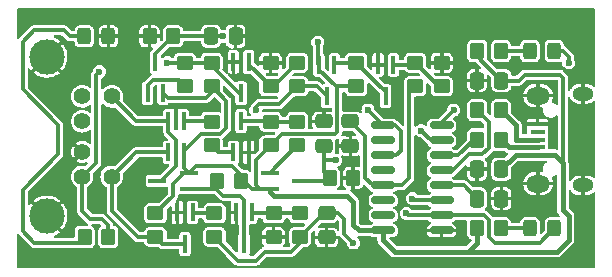
<source format=gbr>
%TF.GenerationSoftware,KiCad,Pcbnew,(6.0.0)*%
%TF.CreationDate,2022-01-04T17:40:29-06:00*%
%TF.ProjectId,minirib-usb,6d696e69-7269-4622-9d75-73622e6b6963,B*%
%TF.SameCoordinates,Original*%
%TF.FileFunction,Copper,L1,Top*%
%TF.FilePolarity,Positive*%
%FSLAX46Y46*%
G04 Gerber Fmt 4.6, Leading zero omitted, Abs format (unit mm)*
G04 Created by KiCad (PCBNEW (6.0.0)) date 2022-01-04 17:40:29*
%MOMM*%
%LPD*%
G01*
G04 APERTURE LIST*
G04 Aperture macros list*
%AMRoundRect*
0 Rectangle with rounded corners*
0 $1 Rounding radius*
0 $2 $3 $4 $5 $6 $7 $8 $9 X,Y pos of 4 corners*
0 Add a 4 corners polygon primitive as box body*
4,1,4,$2,$3,$4,$5,$6,$7,$8,$9,$2,$3,0*
0 Add four circle primitives for the rounded corners*
1,1,$1+$1,$2,$3*
1,1,$1+$1,$4,$5*
1,1,$1+$1,$6,$7*
1,1,$1+$1,$8,$9*
0 Add four rect primitives between the rounded corners*
20,1,$1+$1,$2,$3,$4,$5,0*
20,1,$1+$1,$4,$5,$6,$7,0*
20,1,$1+$1,$6,$7,$8,$9,0*
20,1,$1+$1,$8,$9,$2,$3,0*%
G04 Aperture macros list end*
%TA.AperFunction,SMDPad,CuDef*%
%ADD10RoundRect,0.250000X-0.337500X-0.475000X0.337500X-0.475000X0.337500X0.475000X-0.337500X0.475000X0*%
%TD*%
%TA.AperFunction,SMDPad,CuDef*%
%ADD11RoundRect,0.250000X-0.475000X0.337500X-0.475000X-0.337500X0.475000X-0.337500X0.475000X0.337500X0*%
%TD*%
%TA.AperFunction,SMDPad,CuDef*%
%ADD12RoundRect,0.250000X0.475000X-0.337500X0.475000X0.337500X-0.475000X0.337500X-0.475000X-0.337500X0*%
%TD*%
%TA.AperFunction,SMDPad,CuDef*%
%ADD13RoundRect,0.249999X0.325001X0.450001X-0.325001X0.450001X-0.325001X-0.450001X0.325001X-0.450001X0*%
%TD*%
%TA.AperFunction,SMDPad,CuDef*%
%ADD14R,0.450000X1.500000*%
%TD*%
%TA.AperFunction,SMDPad,CuDef*%
%ADD15R,1.500000X0.450000*%
%TD*%
%TA.AperFunction,SMDPad,CuDef*%
%ADD16RoundRect,0.249999X-0.350001X-0.450001X0.350001X-0.450001X0.350001X0.450001X-0.350001X0.450001X0*%
%TD*%
%TA.AperFunction,SMDPad,CuDef*%
%ADD17RoundRect,0.249999X0.350001X0.450001X-0.350001X0.450001X-0.350001X-0.450001X0.350001X-0.450001X0*%
%TD*%
%TA.AperFunction,SMDPad,CuDef*%
%ADD18RoundRect,0.249999X-0.450001X0.350001X-0.450001X-0.350001X0.450001X-0.350001X0.450001X0.350001X0*%
%TD*%
%TA.AperFunction,SMDPad,CuDef*%
%ADD19RoundRect,0.249999X0.450001X-0.350001X0.450001X0.350001X-0.450001X0.350001X-0.450001X-0.350001X0*%
%TD*%
%TA.AperFunction,SMDPad,CuDef*%
%ADD20R,0.400000X1.500000*%
%TD*%
%TA.AperFunction,ComponentPad*%
%ADD21C,1.400000*%
%TD*%
%TA.AperFunction,ComponentPad*%
%ADD22C,3.000000*%
%TD*%
%TA.AperFunction,SMDPad,CuDef*%
%ADD23R,1.300000X0.450000*%
%TD*%
%TA.AperFunction,ComponentPad*%
%ADD24O,1.800000X1.150000*%
%TD*%
%TA.AperFunction,ComponentPad*%
%ADD25O,2.000000X1.450000*%
%TD*%
%TA.AperFunction,SMDPad,CuDef*%
%ADD26RoundRect,0.250000X-0.350000X-0.450000X0.350000X-0.450000X0.350000X0.450000X-0.350000X0.450000X0*%
%TD*%
%TA.AperFunction,SMDPad,CuDef*%
%ADD27RoundRect,0.250000X-0.450000X0.350000X-0.450000X-0.350000X0.450000X-0.350000X0.450000X0.350000X0*%
%TD*%
%TA.AperFunction,SMDPad,CuDef*%
%ADD28RoundRect,0.150000X0.825000X0.150000X-0.825000X0.150000X-0.825000X-0.150000X0.825000X-0.150000X0*%
%TD*%
%TA.AperFunction,ViaPad*%
%ADD29C,0.600000*%
%TD*%
%TA.AperFunction,Conductor*%
%ADD30C,0.450000*%
%TD*%
%TA.AperFunction,Conductor*%
%ADD31C,0.350000*%
%TD*%
G04 APERTURE END LIST*
D10*
%TO.P,C1,1*%
%TO.N,GND*%
X162212500Y-103750000D03*
%TO.P,C1,2*%
%TO.N,+5V*%
X164287500Y-103750000D03*
%TD*%
%TO.P,C4,1*%
%TO.N,GND*%
X162212500Y-96250000D03*
%TO.P,C4,2*%
%TO.N,+5V*%
X164287500Y-96250000D03*
%TD*%
D11*
%TO.P,C5,1*%
%TO.N,TXD*%
X149500000Y-107462500D03*
%TO.P,C5,2*%
%TO.N,GND*%
X149500000Y-109537500D03*
%TD*%
D10*
%TO.P,C6,1*%
%TO.N,~{CTS}*%
X139712500Y-92500000D03*
%TO.P,C6,2*%
%TO.N,GND*%
X141787500Y-92500000D03*
%TD*%
D12*
%TO.P,C7,1*%
%TO.N,RXD*%
X149250000Y-101787500D03*
%TO.P,C7,2*%
%TO.N,GND*%
X149250000Y-99712500D03*
%TD*%
D11*
%TO.P,C8,1*%
%TO.N,~{DTR}*%
X151500000Y-99712500D03*
%TO.P,C8,2*%
%TO.N,GND*%
X151500000Y-101787500D03*
%TD*%
D13*
%TO.P,D5,1,K*%
%TO.N,TXD*%
X168775000Y-108750000D03*
%TO.P,D5,2,A*%
%TO.N,Net-(D5-Pad2)*%
X166725000Y-108750000D03*
%TD*%
%TO.P,D6,1,K*%
%TO.N,RXD*%
X168775000Y-93750000D03*
%TO.P,D6,2,A*%
%TO.N,Net-(D6-Pad2)*%
X166725000Y-93750000D03*
%TD*%
%TO.P,D7,1,K*%
%TO.N,GND*%
X131025000Y-92500000D03*
%TO.P,D7,2,A*%
%TO.N,Net-(D7-Pad2)*%
X128975000Y-92500000D03*
%TD*%
D14*
%TO.P,Q1,1,B*%
%TO.N,Net-(Q1-Pad1)*%
X138150000Y-107420000D03*
%TO.P,Q1,2,E*%
%TO.N,GND*%
X136850000Y-107420000D03*
%TO.P,Q1,3,C*%
%TO.N,BUS+*%
X137500000Y-110080000D03*
%TD*%
D15*
%TO.P,Q2,1,B*%
%TO.N,Net-(Q2-Pad1)*%
X144670000Y-104100000D03*
%TO.P,Q2,2,E*%
%TO.N,+5V*%
X144670000Y-105400000D03*
%TO.P,Q2,3,C*%
%TO.N,RXD*%
X147330000Y-104750000D03*
%TD*%
D14*
%TO.P,Q3,1,B*%
%TO.N,Net-(Q3-Pad1)*%
X134350000Y-97330000D03*
%TO.P,Q3,2,E*%
%TO.N,+5V*%
X135650000Y-97330000D03*
%TO.P,Q3,3,C*%
%TO.N,~{CTS}*%
X135000000Y-94670000D03*
%TD*%
%TO.P,Q4,1,B*%
%TO.N,Net-(Q4-Pad1)*%
X143150000Y-107420000D03*
%TO.P,Q4,2,E*%
%TO.N,GND*%
X141850000Y-107420000D03*
%TO.P,Q4,3,C*%
%TO.N,Net-(Q4-Pad3)*%
X142500000Y-110080000D03*
%TD*%
%TO.P,Q5,1,B*%
%TO.N,Net-(Q5-Pad1)*%
X141600000Y-102330000D03*
%TO.P,Q5,2,E*%
%TO.N,GND*%
X142900000Y-102330000D03*
%TO.P,Q5,3,C*%
%TO.N,Net-(Q5-Pad3)*%
X142250000Y-99670000D03*
%TD*%
%TO.P,Q6,1,B*%
%TO.N,Net-(Q6-Pad1)*%
X142900000Y-94670000D03*
%TO.P,Q6,2,E*%
%TO.N,GND*%
X141600000Y-94670000D03*
%TO.P,Q6,3,C*%
%TO.N,BUSY*%
X142250000Y-97330000D03*
%TD*%
%TO.P,Q7,1,B*%
%TO.N,Net-(Q7-Pad1)*%
X155150000Y-94920000D03*
%TO.P,Q7,2,E*%
%TO.N,GND*%
X153850000Y-94920000D03*
%TO.P,Q7,3,C*%
%TO.N,Net-(Q7-Pad3)*%
X154500000Y-97580000D03*
%TD*%
D16*
%TO.P,R1,1*%
%TO.N,Net-(R1-Pad1)*%
X162250000Y-98750000D03*
%TO.P,R1,2*%
%TO.N,Net-(J1-Pad3)*%
X164250000Y-98750000D03*
%TD*%
D17*
%TO.P,R2,1*%
%TO.N,Net-(J1-Pad2)*%
X164250000Y-101250000D03*
%TO.P,R2,2*%
%TO.N,Net-(R2-Pad2)*%
X162250000Y-101250000D03*
%TD*%
D16*
%TO.P,R5,1*%
%TO.N,+5V*%
X162250000Y-108750000D03*
%TO.P,R5,2*%
%TO.N,Net-(D5-Pad2)*%
X164250000Y-108750000D03*
%TD*%
D17*
%TO.P,R6,1*%
%TO.N,Net-(D6-Pad2)*%
X164250000Y-93750000D03*
%TO.P,R6,2*%
%TO.N,+5V*%
X162250000Y-93750000D03*
%TD*%
D18*
%TO.P,R7,1*%
%TO.N,Net-(Q1-Pad1)*%
X140000000Y-107500000D03*
%TO.P,R7,2*%
%TO.N,TXD*%
X140000000Y-109500000D03*
%TD*%
D17*
%TO.P,R8,1*%
%TO.N,GND*%
X151750000Y-104500000D03*
%TO.P,R8,2*%
%TO.N,RXD*%
X149750000Y-104500000D03*
%TD*%
D16*
%TO.P,R9,1*%
%TO.N,GND*%
X134500000Y-92500000D03*
%TO.P,R9,2*%
%TO.N,~{CTS}*%
X136500000Y-92500000D03*
%TD*%
D18*
%TO.P,R10,1*%
%TO.N,Net-(Q4-Pad1)*%
X147250000Y-107500000D03*
%TO.P,R10,2*%
%TO.N,TXD*%
X147250000Y-109500000D03*
%TD*%
D19*
%TO.P,R11,1*%
%TO.N,BUS+*%
X135000000Y-109500000D03*
%TO.P,R11,2*%
%TO.N,+5V*%
X135000000Y-107500000D03*
%TD*%
%TO.P,R12,1*%
%TO.N,GND*%
X145000000Y-109500000D03*
%TO.P,R12,2*%
%TO.N,Net-(Q4-Pad1)*%
X145000000Y-107500000D03*
%TD*%
D18*
%TO.P,R13,1*%
%TO.N,Net-(Q5-Pad3)*%
X147000000Y-99750000D03*
%TO.P,R13,2*%
%TO.N,Net-(Q2-Pad1)*%
X147000000Y-101750000D03*
%TD*%
D19*
%TO.P,R14,1*%
%TO.N,Net-(Q3-Pad1)*%
X137500000Y-96750000D03*
%TO.P,R14,2*%
%TO.N,BUSY*%
X137500000Y-94750000D03*
%TD*%
D18*
%TO.P,R15,1*%
%TO.N,Net-(Q5-Pad3)*%
X144750000Y-99750000D03*
%TO.P,R15,2*%
%TO.N,+5V*%
X144750000Y-101750000D03*
%TD*%
%TO.P,R16,1*%
%TO.N,BUSY*%
X139750000Y-94750000D03*
%TO.P,R16,2*%
%TO.N,+5V*%
X139750000Y-96750000D03*
%TD*%
D19*
%TO.P,R17,1*%
%TO.N,Net-(Q5-Pad1)*%
X139750000Y-101750000D03*
%TO.P,R17,2*%
%TO.N,Net-(R17-Pad2)*%
X139750000Y-99750000D03*
%TD*%
D18*
%TO.P,R18,1*%
%TO.N,GND*%
X144750000Y-94750000D03*
%TO.P,R18,2*%
%TO.N,Net-(Q6-Pad1)*%
X144750000Y-96750000D03*
%TD*%
D19*
%TO.P,R19,1*%
%TO.N,~{BUSY}*%
X147000000Y-96750000D03*
%TO.P,R19,2*%
%TO.N,Net-(Q6-Pad1)*%
X147000000Y-94750000D03*
%TD*%
D18*
%TO.P,R20,1*%
%TO.N,Net-(Q7-Pad1)*%
X157000000Y-94750000D03*
%TO.P,R20,2*%
%TO.N,~{DTR}*%
X157000000Y-96750000D03*
%TD*%
%TO.P,R21,1*%
%TO.N,GND*%
X159250000Y-94750000D03*
%TO.P,R21,2*%
%TO.N,Net-(Q7-Pad1)*%
X159250000Y-96750000D03*
%TD*%
D17*
%TO.P,R22,1*%
%TO.N,BUSY*%
X131000000Y-109500000D03*
%TO.P,R22,2*%
%TO.N,Net-(D7-Pad2)*%
X129000000Y-109500000D03*
%TD*%
D20*
%TO.P,U2,1*%
%TO.N,Net-(R17-Pad2)*%
X137400000Y-99670000D03*
%TO.P,U2,2,V-*%
%TO.N,GND*%
X136750000Y-99670000D03*
%TO.P,U2,3,+*%
%TO.N,BUS-*%
X136100000Y-99670000D03*
%TO.P,U2,4,-*%
%TO.N,BUS+*%
X136100000Y-102330000D03*
%TO.P,U2,5,V+*%
%TO.N,+5V*%
X137400000Y-102330000D03*
%TD*%
D21*
%TO.P,J2,1*%
%TO.N,GND*%
X128800000Y-102300000D03*
%TO.P,J2,2*%
%TO.N,BIAS*%
X128800000Y-99700000D03*
%TO.P,J2,3*%
%TO.N,BUSY*%
X128800000Y-104400000D03*
%TO.P,J2,4*%
%TO.N,~{BUSY}*%
X128800000Y-97600000D03*
%TO.P,J2,5*%
%TO.N,BUS+*%
X131300000Y-104400000D03*
%TO.P,J2,6*%
%TO.N,BUS-*%
X131300000Y-97600000D03*
D22*
%TO.P,J2,SH*%
%TO.N,GND*%
X125800000Y-107750000D03*
X125800000Y-94250000D03*
%TD*%
D23*
%TO.P,J1,1,VBUS*%
%TO.N,+5V*%
X167350000Y-102550000D03*
%TO.P,J1,2,D-*%
%TO.N,Net-(J1-Pad2)*%
X167350000Y-101900000D03*
%TO.P,J1,3,D+*%
%TO.N,Net-(J1-Pad3)*%
X167350000Y-101250000D03*
%TO.P,J1,4,ID*%
%TO.N,unconnected-(J1-Pad4)*%
X167350000Y-100600000D03*
%TO.P,J1,5,GND*%
%TO.N,GND*%
X167350000Y-99950000D03*
D24*
%TO.P,J1,6,Shield*%
X171200000Y-97375000D03*
X171200000Y-105125000D03*
D25*
X167400000Y-104975000D03*
X167400000Y-97525000D03*
%TD*%
D14*
%TO.P,Q9,1,B*%
%TO.N,Net-(Q7-Pad3)*%
X150150000Y-94920000D03*
%TO.P,Q9,2,E*%
%TO.N,+5V*%
X148850000Y-94920000D03*
%TO.P,Q9,3,C*%
%TO.N,~{BUSY}*%
X149500000Y-97580000D03*
%TD*%
D26*
%TO.P,R23,1*%
%TO.N,Net-(Q4-Pad3)*%
X140250000Y-104750000D03*
%TO.P,R23,2*%
%TO.N,+5V*%
X142250000Y-104750000D03*
%TD*%
D27*
%TO.P,R24,1*%
%TO.N,Net-(Q7-Pad3)*%
X152000000Y-94750000D03*
%TO.P,R24,2*%
%TO.N,+5V*%
X152000000Y-96750000D03*
%TD*%
D10*
%TO.P,C10,1*%
%TO.N,Net-(C10-Pad1)*%
X162212500Y-106250000D03*
%TO.P,C10,2*%
%TO.N,GND*%
X164287500Y-106250000D03*
%TD*%
D15*
%TO.P,Q8,1,B*%
%TO.N,Net-(Q4-Pad3)*%
X137830000Y-105400000D03*
%TO.P,Q8,2,E*%
%TO.N,+5V*%
X137830000Y-104100000D03*
%TO.P,Q8,3,C*%
%TO.N,BUS-*%
X135170000Y-104750000D03*
%TD*%
D28*
%TO.P,U1,1,GND*%
%TO.N,GND*%
X159225000Y-108945000D03*
%TO.P,U1,2,TXD*%
%TO.N,TXD*%
X159225000Y-107675000D03*
%TO.P,U1,3,RXD*%
%TO.N,RXD*%
X159225000Y-106405000D03*
%TO.P,U1,4,V3*%
%TO.N,Net-(C10-Pad1)*%
X159225000Y-105135000D03*
%TO.P,U1,5,UD+*%
%TO.N,Net-(R1-Pad1)*%
X159225000Y-103865000D03*
%TO.P,U1,6,UD-*%
%TO.N,Net-(R2-Pad2)*%
X159225000Y-102595000D03*
%TO.P,U1,7,XI*%
%TO.N,Net-(C2-Pad1)*%
X159225000Y-101325000D03*
%TO.P,U1,8,XO*%
%TO.N,Net-(C9-Pad1)*%
X159225000Y-100055000D03*
%TO.P,U1,9,~{CTS}*%
%TO.N,~{CTS}*%
X154275000Y-100055000D03*
%TO.P,U1,10,~{DSR}*%
%TO.N,unconnected-(U1-Pad10)*%
X154275000Y-101325000D03*
%TO.P,U1,11,~{RI}*%
%TO.N,~{CTS}*%
X154275000Y-102595000D03*
%TO.P,U1,12,~{DCD}*%
%TO.N,unconnected-(U1-Pad12)*%
X154275000Y-103865000D03*
%TO.P,U1,13,~{DTR}*%
%TO.N,~{DTR}*%
X154275000Y-105135000D03*
%TO.P,U1,14,~{RTS}*%
%TO.N,unconnected-(U1-Pad14)*%
X154275000Y-106405000D03*
%TO.P,U1,15,R232*%
%TO.N,unconnected-(U1-Pad15)*%
X154275000Y-107675000D03*
%TO.P,U1,16,VCC*%
%TO.N,+5V*%
X154275000Y-108945000D03*
%TD*%
D29*
%TO.N,GND*%
X171750000Y-90500000D03*
X140750000Y-90500000D03*
X123750000Y-90500000D03*
X146750000Y-90500000D03*
X163750000Y-90500000D03*
X127750000Y-90500000D03*
X155750000Y-90500000D03*
X151750000Y-90500000D03*
X148750000Y-90500000D03*
X166750000Y-90500000D03*
X137750000Y-90500000D03*
X143750000Y-90500000D03*
X157750000Y-90500000D03*
X130750000Y-90500000D03*
X159750000Y-90500000D03*
X125750000Y-90500000D03*
X129750000Y-90500000D03*
X131750000Y-90500000D03*
X128750000Y-90500000D03*
X134750000Y-90500000D03*
X153750000Y-90500000D03*
X124750000Y-90500000D03*
X126750000Y-90500000D03*
X138750000Y-90500000D03*
X147750000Y-90500000D03*
X141750000Y-90500000D03*
X144750000Y-90500000D03*
X135750000Y-90500000D03*
X158750000Y-90500000D03*
X149750000Y-90500000D03*
X150750000Y-90500000D03*
X152750000Y-90500000D03*
X154750000Y-90500000D03*
X156750000Y-90500000D03*
X161750000Y-90500000D03*
X132750000Y-90500000D03*
X165750000Y-90500000D03*
X162750000Y-90500000D03*
X164750000Y-90500000D03*
X142750000Y-90500000D03*
X133750000Y-90500000D03*
X160750000Y-90500000D03*
X139750000Y-90500000D03*
X145750000Y-90500000D03*
X136750000Y-90500000D03*
X168750000Y-90500000D03*
X169750000Y-90500000D03*
X170750000Y-90500000D03*
X167750000Y-90500000D03*
X127750000Y-111750000D03*
X170750000Y-111750000D03*
X148750000Y-111750000D03*
X144750000Y-111750000D03*
X129750000Y-111750000D03*
X137750000Y-111750000D03*
X138750000Y-111750000D03*
X171750000Y-109750000D03*
X160000000Y-109800000D03*
X128750000Y-111750000D03*
X151750000Y-111750000D03*
X123750000Y-111750000D03*
X164750000Y-111750000D03*
X171750000Y-107750000D03*
X133750000Y-111750000D03*
X160800000Y-109000000D03*
X171750000Y-92500000D03*
X171750000Y-103500000D03*
X171750000Y-91500000D03*
X136750000Y-111750000D03*
X141600000Y-109000000D03*
X168750000Y-111750000D03*
X148200000Y-99000000D03*
X171750000Y-99500000D03*
X143400000Y-109000000D03*
X140750000Y-111750000D03*
X130750000Y-111750000D03*
X149750000Y-111750000D03*
X171750000Y-100500000D03*
X167750000Y-111750000D03*
X125750000Y-111750000D03*
X166750000Y-111750000D03*
X171750000Y-110750000D03*
X124750000Y-111750000D03*
X169750000Y-111750000D03*
X171750000Y-94500000D03*
X134750000Y-111750000D03*
X171750000Y-98500000D03*
X171750000Y-108750000D03*
X131750000Y-111750000D03*
X162750000Y-111750000D03*
X152750000Y-111750000D03*
X171750000Y-102500000D03*
X171750000Y-93500000D03*
X156750000Y-111750000D03*
X154750000Y-111750000D03*
X171750000Y-95500000D03*
X159750000Y-111750000D03*
X160750000Y-111750000D03*
X153750000Y-111750000D03*
X143400000Y-110000000D03*
X150750000Y-111750000D03*
X171750000Y-106750000D03*
X132750000Y-111750000D03*
X145750000Y-111750000D03*
X151400000Y-100800000D03*
X160800000Y-109800000D03*
X135750000Y-111750000D03*
X163750000Y-111750000D03*
X126750000Y-111750000D03*
X161750000Y-111750000D03*
X157750000Y-111750000D03*
X165750000Y-111750000D03*
X171750000Y-111750000D03*
X155750000Y-111750000D03*
X158750000Y-111750000D03*
X146750000Y-111750000D03*
X139750000Y-111750000D03*
X171750000Y-101500000D03*
X147750000Y-111750000D03*
%TO.N,+5V*%
X148750000Y-93000000D03*
%TO.N,Net-(C2-Pad1)*%
X157500000Y-100500000D03*
%TO.N,TXD*%
X156250000Y-107500000D03*
X151750000Y-110000000D03*
%TO.N,~{CTS}*%
X153000000Y-98750000D03*
X140700500Y-92500000D03*
%TO.N,RXD*%
X150250000Y-103000000D03*
X156750000Y-106250000D03*
X170000000Y-94750000D03*
%TO.N,~{BUSY}*%
X143500000Y-98750000D03*
%TO.N,BUSY*%
X136000000Y-94750000D03*
X130250000Y-95500000D03*
%TO.N,Net-(C9-Pad1)*%
X160250000Y-98750000D03*
%TD*%
D30*
%TO.N,+5V*%
X151750000Y-106500000D02*
X151250000Y-106000000D01*
X165487500Y-102550000D02*
X164287500Y-103750000D01*
D31*
X136500000Y-106000000D02*
X136500000Y-105000000D01*
D30*
X168800000Y-102550000D02*
X169500000Y-103250000D01*
D31*
X137400000Y-102330000D02*
X137400000Y-103670000D01*
X148750000Y-94820000D02*
X148850000Y-94920000D01*
X141000000Y-100250000D02*
X140500000Y-100750000D01*
D30*
X167350000Y-102550000D02*
X165487500Y-102550000D01*
X144670000Y-105670000D02*
X144670000Y-105400000D01*
D31*
X137830000Y-104100000D02*
X137400000Y-104100000D01*
X137400000Y-103670000D02*
X137830000Y-104100000D01*
X137400000Y-102195000D02*
X138845000Y-100750000D01*
X148750000Y-93000000D02*
X148750000Y-94820000D01*
D30*
X169000000Y-110750000D02*
X161500000Y-110750000D01*
X161500000Y-110750000D02*
X155250000Y-110750000D01*
X155250000Y-110750000D02*
X154275000Y-109775000D01*
D31*
X139750000Y-96750000D02*
X141000000Y-98000000D01*
X162250000Y-93750000D02*
X162250000Y-94212500D01*
X150255978Y-96750000D02*
X148850000Y-95344022D01*
X141000000Y-98000000D02*
X141000000Y-100250000D01*
X145724520Y-100775480D02*
X150224520Y-100775480D01*
X152000000Y-96750000D02*
X150255978Y-96750000D01*
D30*
X151750000Y-108500000D02*
X151750000Y-106500000D01*
D31*
X139750000Y-96750000D02*
X139750000Y-97250000D01*
D30*
X169500000Y-103250000D02*
X169500000Y-107250000D01*
D31*
X136044520Y-97724520D02*
X135650000Y-97330000D01*
X143545489Y-105095489D02*
X143850000Y-105400000D01*
X142250000Y-104250000D02*
X141500000Y-103500000D01*
X148850000Y-95344022D02*
X148850000Y-94920000D01*
X150400480Y-96894502D02*
X150255978Y-96750000D01*
D30*
X162250000Y-108750000D02*
X162250000Y-110000000D01*
X170000000Y-109750000D02*
X169000000Y-110750000D01*
X162250000Y-110000000D02*
X161500000Y-110750000D01*
D31*
X143850000Y-105400000D02*
X144670000Y-105400000D01*
D30*
X152195000Y-108945000D02*
X151750000Y-108500000D01*
X170000000Y-107750000D02*
X170000000Y-109750000D01*
D31*
X143545489Y-102954511D02*
X143545489Y-105095489D01*
X139275480Y-97724520D02*
X136044520Y-97724520D01*
X150224520Y-100775480D02*
X150400480Y-100599520D01*
X137400000Y-102330000D02*
X137400000Y-102195000D01*
D30*
X169500000Y-107250000D02*
X170000000Y-107750000D01*
D31*
X140500000Y-100750000D02*
X138845000Y-100750000D01*
X139750000Y-97250000D02*
X139275480Y-97724520D01*
D30*
X151250000Y-106000000D02*
X145000000Y-106000000D01*
D31*
X143150000Y-105400000D02*
X143850000Y-105400000D01*
X162250000Y-94212500D02*
X164287500Y-96250000D01*
X144750000Y-101750000D02*
X145724520Y-100775480D01*
X169250000Y-95750000D02*
X169500000Y-96000000D01*
D30*
X167350000Y-102550000D02*
X168800000Y-102550000D01*
D31*
X169500000Y-96000000D02*
X169500000Y-103250000D01*
X150400480Y-100599520D02*
X150400480Y-96894502D01*
X144750000Y-101750000D02*
X143545489Y-102954511D01*
X141500000Y-103500000D02*
X138430000Y-103500000D01*
D30*
X154275000Y-108945000D02*
X152195000Y-108945000D01*
D31*
X138430000Y-103500000D02*
X137830000Y-104100000D01*
X142250000Y-104750000D02*
X142250000Y-104250000D01*
X166250000Y-95750000D02*
X169250000Y-95750000D01*
X142250000Y-104500000D02*
X143150000Y-105400000D01*
X137400000Y-104100000D02*
X136500000Y-105000000D01*
X135000000Y-107500000D02*
X136500000Y-106000000D01*
D30*
X154275000Y-109775000D02*
X154275000Y-108945000D01*
X145000000Y-106000000D02*
X144670000Y-105670000D01*
D31*
X165750000Y-96250000D02*
X166250000Y-95750000D01*
X164287500Y-96250000D02*
X165750000Y-96250000D01*
%TO.N,Net-(C2-Pad1)*%
X158325000Y-101325000D02*
X157500000Y-100500000D01*
X159225000Y-101325000D02*
X158325000Y-101325000D01*
%TO.N,TXD*%
X151750000Y-110000000D02*
X151000000Y-109250000D01*
X147250000Y-110000000D02*
X146500000Y-110750000D01*
X149287500Y-107462500D02*
X147250000Y-109500000D01*
X159225000Y-107675000D02*
X162858205Y-107675000D01*
X150462500Y-107462500D02*
X151000000Y-108000000D01*
X156425000Y-107675000D02*
X156250000Y-107500000D01*
X147250000Y-109500000D02*
X147250000Y-110000000D01*
X151000000Y-108000000D02*
X151000000Y-109250000D01*
X144250000Y-110750000D02*
X146500000Y-110750000D01*
X163250000Y-109500000D02*
X163750000Y-110000000D01*
X142000000Y-111500000D02*
X143500000Y-111500000D01*
X163750000Y-110000000D02*
X167525000Y-110000000D01*
X140000000Y-109500000D02*
X142000000Y-111500000D01*
X143500000Y-111500000D02*
X144250000Y-110750000D01*
X162858205Y-107675000D02*
X163250000Y-108066795D01*
X163250000Y-108066795D02*
X163250000Y-109500000D01*
X149500000Y-107462500D02*
X149287500Y-107462500D01*
X149500000Y-107462500D02*
X150462500Y-107462500D01*
X159225000Y-107675000D02*
X156425000Y-107675000D01*
X167525000Y-110000000D02*
X168775000Y-108750000D01*
%TO.N,~{CTS}*%
X155305000Y-100055000D02*
X155750000Y-100500000D01*
X135000000Y-94000000D02*
X136500000Y-92500000D01*
X155405000Y-102595000D02*
X155750000Y-102250000D01*
X154275000Y-102595000D02*
X155405000Y-102595000D01*
X155750000Y-100500000D02*
X155750000Y-102250000D01*
X139712500Y-92500000D02*
X140700500Y-92500000D01*
X154275000Y-100025000D02*
X153000000Y-98750000D01*
X135000000Y-94670000D02*
X135000000Y-94000000D01*
X136500000Y-92500000D02*
X139712500Y-92500000D01*
X154275000Y-100055000D02*
X155305000Y-100055000D01*
X154275000Y-100055000D02*
X154275000Y-100025000D01*
%TO.N,RXD*%
X170000000Y-94250000D02*
X169500000Y-93750000D01*
X149250000Y-101787500D02*
X149250000Y-103000000D01*
X150250000Y-103000000D02*
X149250000Y-103000000D01*
X149250000Y-103000000D02*
X149250000Y-104000000D01*
X156905000Y-106405000D02*
X156750000Y-106250000D01*
X147330000Y-104750000D02*
X149500000Y-104750000D01*
X170000000Y-94750000D02*
X170000000Y-94250000D01*
X169500000Y-93750000D02*
X168775000Y-93750000D01*
X149250000Y-104000000D02*
X149750000Y-104500000D01*
X149500000Y-104750000D02*
X149750000Y-104500000D01*
X159225000Y-106405000D02*
X156905000Y-106405000D01*
%TO.N,~{DTR}*%
X154275000Y-105135000D02*
X155865000Y-105135000D01*
X156500000Y-104500000D02*
X156500000Y-97250000D01*
X155865000Y-105135000D02*
X156500000Y-104500000D01*
X154275000Y-105135000D02*
X153385000Y-105135000D01*
X156500000Y-97250000D02*
X157000000Y-96750000D01*
X152750000Y-100962500D02*
X151500000Y-99712500D01*
X153385000Y-105135000D02*
X152750000Y-104500000D01*
X152750000Y-104500000D02*
X152750000Y-100962500D01*
%TO.N,BUS-*%
X136750000Y-101250000D02*
X136100000Y-100600000D01*
X133370000Y-99670000D02*
X131300000Y-97600000D01*
X135500000Y-104750000D02*
X136750000Y-103500000D01*
X136100000Y-100600000D02*
X136100000Y-99670000D01*
X136750000Y-103500000D02*
X136750000Y-101250000D01*
X136100000Y-99670000D02*
X133370000Y-99670000D01*
X135170000Y-104750000D02*
X135500000Y-104750000D01*
%TO.N,~{BUSY}*%
X148670000Y-96750000D02*
X149500000Y-97580000D01*
X147000000Y-96750000D02*
X148670000Y-96750000D01*
X145500000Y-98250000D02*
X143750000Y-98250000D01*
X143500000Y-98500000D02*
X143500000Y-98750000D01*
X143750000Y-98250000D02*
X143500000Y-98500000D01*
X147000000Y-96750000D02*
X145500000Y-98250000D01*
%TO.N,BUSY*%
X137500000Y-94750000D02*
X136000000Y-94750000D01*
X128800000Y-104400000D02*
X128800000Y-107300000D01*
X130000000Y-103200000D02*
X130000000Y-95750000D01*
X131000000Y-108500000D02*
X131000000Y-109500000D01*
X130000000Y-95750000D02*
X130250000Y-95500000D01*
X142250000Y-97330000D02*
X142080000Y-97330000D01*
X139750000Y-95000000D02*
X139750000Y-94750000D01*
X142080000Y-97330000D02*
X139750000Y-95000000D01*
X129500000Y-108000000D02*
X130500000Y-108000000D01*
X128800000Y-104400000D02*
X130000000Y-103200000D01*
X128800000Y-107300000D02*
X129500000Y-108000000D01*
X139750000Y-94750000D02*
X137500000Y-94750000D01*
X130500000Y-108000000D02*
X131000000Y-108500000D01*
%TO.N,BUS+*%
X131300000Y-104400000D02*
X131300000Y-107300000D01*
X136100000Y-102330000D02*
X133370000Y-102330000D01*
X135580000Y-110080000D02*
X135000000Y-109500000D01*
X131300000Y-107300000D02*
X133500000Y-109500000D01*
X137500000Y-110080000D02*
X135580000Y-110080000D01*
X133370000Y-102330000D02*
X131300000Y-104400000D01*
X133500000Y-109500000D02*
X135000000Y-109500000D01*
%TO.N,Net-(C9-Pad1)*%
X159225000Y-100055000D02*
X159225000Y-99775000D01*
X159225000Y-99775000D02*
X160250000Y-98750000D01*
%TO.N,Net-(D5-Pad2)*%
X164250000Y-108750000D02*
X166725000Y-108750000D01*
%TO.N,Net-(D6-Pad2)*%
X164250000Y-93750000D02*
X166725000Y-93750000D01*
%TO.N,Net-(C10-Pad1)*%
X159225000Y-105135000D02*
X161097500Y-105135000D01*
X161097500Y-105135000D02*
X162212500Y-106250000D01*
D30*
%TO.N,Net-(J1-Pad2)*%
X164900000Y-101900000D02*
X164250000Y-101250000D01*
X167350000Y-101900000D02*
X164900000Y-101900000D01*
%TO.N,Net-(J1-Pad3)*%
X165524520Y-101250000D02*
X165524520Y-100024520D01*
X167350000Y-101250000D02*
X165524520Y-101250000D01*
X165524520Y-100024520D02*
X164250000Y-98750000D01*
D31*
%TO.N,Net-(Q1-Pad1)*%
X138230000Y-107500000D02*
X138150000Y-107420000D01*
X140000000Y-107500000D02*
X138230000Y-107500000D01*
%TO.N,Net-(Q2-Pad1)*%
X144670000Y-104100000D02*
X144670000Y-104080000D01*
X144670000Y-104080000D02*
X147000000Y-101750000D01*
%TO.N,Net-(Q3-Pad1)*%
X134794511Y-96205489D02*
X134350000Y-96650000D01*
X137500000Y-96750000D02*
X136955489Y-96205489D01*
X136955489Y-96205489D02*
X134794511Y-96205489D01*
X134350000Y-96650000D02*
X134350000Y-97330000D01*
%TO.N,Net-(Q4-Pad1)*%
X145000000Y-107500000D02*
X143230000Y-107500000D01*
X143230000Y-107500000D02*
X143150000Y-107420000D01*
X147250000Y-107500000D02*
X145000000Y-107500000D01*
%TO.N,Net-(Q5-Pad1)*%
X140330000Y-102330000D02*
X139750000Y-101750000D01*
X141600000Y-102330000D02*
X140330000Y-102330000D01*
%TO.N,Net-(Q5-Pad3)*%
X144670000Y-99670000D02*
X144750000Y-99750000D01*
X142250000Y-99670000D02*
X144670000Y-99670000D01*
X144750000Y-99750000D02*
X147000000Y-99750000D01*
%TO.N,Net-(Q6-Pad1)*%
X142900000Y-94670000D02*
X142900000Y-94900000D01*
X142900000Y-94900000D02*
X144750000Y-96750000D01*
X144750000Y-96750000D02*
X145000000Y-96750000D01*
X145000000Y-96750000D02*
X147000000Y-94750000D01*
%TO.N,Net-(Q7-Pad1)*%
X155150000Y-94920000D02*
X156830000Y-94920000D01*
X159250000Y-96750000D02*
X159000000Y-96750000D01*
X159000000Y-96750000D02*
X157000000Y-94750000D01*
X156830000Y-94920000D02*
X157000000Y-94750000D01*
%TO.N,Net-(R1-Pad1)*%
X163250000Y-101933205D02*
X162683205Y-102500000D01*
X162683205Y-102500000D02*
X161527138Y-102500000D01*
X163250000Y-99750000D02*
X163250000Y-101933205D01*
X161527138Y-102500000D02*
X160162138Y-103865000D01*
X162250000Y-98750000D02*
X163250000Y-99750000D01*
X160162138Y-103865000D02*
X159225000Y-103865000D01*
%TO.N,Net-(R2-Pad2)*%
X159225000Y-102595000D02*
X160655000Y-102595000D01*
X162000000Y-101250000D02*
X160655000Y-102595000D01*
X162250000Y-101250000D02*
X162000000Y-101250000D01*
%TO.N,Net-(R17-Pad2)*%
X139670000Y-99670000D02*
X139750000Y-99750000D01*
X137400000Y-99670000D02*
X139670000Y-99670000D01*
%TO.N,Net-(Q4-Pad3)*%
X140150000Y-105400000D02*
X140250000Y-105500000D01*
X137830000Y-105400000D02*
X140150000Y-105400000D01*
X142500000Y-110080000D02*
X142500000Y-106345978D01*
X140250000Y-105500000D02*
X140250000Y-104500000D01*
X142500000Y-106345978D02*
X142154022Y-106000000D01*
X140750000Y-106000000D02*
X140250000Y-105500000D01*
X142154022Y-106000000D02*
X140750000Y-106000000D01*
%TO.N,Net-(Q7-Pad3)*%
X152000000Y-94750000D02*
X154500000Y-97250000D01*
X154500000Y-97250000D02*
X154500000Y-97580000D01*
X152000000Y-94750000D02*
X150320000Y-94750000D01*
X150320000Y-94750000D02*
X150150000Y-94920000D01*
%TO.N,Net-(D7-Pad2)*%
X123750000Y-93000000D02*
X123750000Y-97000000D01*
X128975000Y-92500000D02*
X127750000Y-92500000D01*
X124750000Y-92000000D02*
X123750000Y-93000000D01*
X127750000Y-92500000D02*
X127250000Y-92000000D01*
X127250000Y-92000000D02*
X124750000Y-92000000D01*
X128500000Y-110000000D02*
X129000000Y-109500000D01*
X126750000Y-100000000D02*
X126750000Y-102500000D01*
X123750000Y-105500000D02*
X123750000Y-109000000D01*
X126750000Y-102500000D02*
X123750000Y-105500000D01*
X123750000Y-97000000D02*
X126750000Y-100000000D01*
X124750000Y-110000000D02*
X128500000Y-110000000D01*
X123750000Y-109000000D02*
X124750000Y-110000000D01*
%TD*%
%TA.AperFunction,Conductor*%
%TO.N,GND*%
G36*
X172209191Y-90168907D02*
G01*
X172245155Y-90218407D01*
X172250000Y-90249000D01*
X172250000Y-96690479D01*
X172231093Y-96748670D01*
X172181593Y-96784634D01*
X172120407Y-96784634D01*
X172090870Y-96769126D01*
X171959153Y-96668421D01*
X171950030Y-96662896D01*
X171797296Y-96591675D01*
X171787208Y-96588240D01*
X171621463Y-96551192D01*
X171613455Y-96550081D01*
X171613399Y-96550077D01*
X171610619Y-96550000D01*
X171365680Y-96550000D01*
X171352995Y-96554122D01*
X171350000Y-96558243D01*
X171350000Y-98184320D01*
X171354122Y-98197005D01*
X171358243Y-98200000D01*
X171567108Y-98200000D01*
X171572442Y-98199711D01*
X171697876Y-98186085D01*
X171708279Y-98183797D01*
X171868009Y-98130042D01*
X171877684Y-98125572D01*
X172022140Y-98038773D01*
X172030635Y-98032326D01*
X172082979Y-97982827D01*
X172138250Y-97956583D01*
X172198391Y-97967838D01*
X172240430Y-98012294D01*
X172250000Y-98054758D01*
X172250000Y-104440479D01*
X172231093Y-104498670D01*
X172181593Y-104534634D01*
X172120407Y-104534634D01*
X172090870Y-104519126D01*
X171959153Y-104418421D01*
X171950030Y-104412896D01*
X171797296Y-104341675D01*
X171787208Y-104338240D01*
X171621463Y-104301192D01*
X171613455Y-104300081D01*
X171613399Y-104300077D01*
X171610619Y-104300000D01*
X171365680Y-104300000D01*
X171352995Y-104304122D01*
X171350000Y-104308243D01*
X171350000Y-105934320D01*
X171354122Y-105947005D01*
X171358243Y-105950000D01*
X171567108Y-105950000D01*
X171572442Y-105949711D01*
X171697876Y-105936085D01*
X171708279Y-105933797D01*
X171868009Y-105880042D01*
X171877684Y-105875572D01*
X172022140Y-105788773D01*
X172030635Y-105782326D01*
X172082979Y-105732827D01*
X172138250Y-105706583D01*
X172198391Y-105717838D01*
X172240430Y-105762294D01*
X172250000Y-105804758D01*
X172250000Y-112051000D01*
X172231093Y-112109191D01*
X172181593Y-112145155D01*
X172151000Y-112150000D01*
X123349000Y-112150000D01*
X123290809Y-112131093D01*
X123254845Y-112081593D01*
X123250000Y-112051000D01*
X123250000Y-109340756D01*
X123268907Y-109282565D01*
X123318407Y-109246601D01*
X123379593Y-109246601D01*
X123419004Y-109270752D01*
X124496780Y-110348528D01*
X124520052Y-110360386D01*
X124533286Y-110368495D01*
X124554420Y-110383850D01*
X124561830Y-110386258D01*
X124561831Y-110386258D01*
X124579258Y-110391920D01*
X124593608Y-110397864D01*
X124616874Y-110409719D01*
X124624568Y-110410938D01*
X124624569Y-110410938D01*
X124642665Y-110413804D01*
X124657764Y-110417428D01*
X124682607Y-110425500D01*
X128474521Y-110425500D01*
X128509273Y-110431800D01*
X128541419Y-110443851D01*
X128602622Y-110450500D01*
X129397378Y-110450500D01*
X129458581Y-110443851D01*
X129592824Y-110393526D01*
X129690188Y-110320557D01*
X129701899Y-110311780D01*
X129707547Y-110307547D01*
X129793526Y-110192824D01*
X129843851Y-110058581D01*
X129850500Y-109997378D01*
X129850500Y-109002622D01*
X129843851Y-108941419D01*
X129793526Y-108807176D01*
X129707547Y-108692453D01*
X129592824Y-108606474D01*
X129593807Y-108605162D01*
X129557665Y-108566812D01*
X129549887Y-108506123D01*
X129579268Y-108452454D01*
X129634583Y-108426303D01*
X129647167Y-108425500D01*
X130282744Y-108425500D01*
X130340935Y-108444407D01*
X130352748Y-108454496D01*
X130382193Y-108483941D01*
X130409970Y-108538458D01*
X130400399Y-108598890D01*
X130371562Y-108633165D01*
X130292453Y-108692453D01*
X130206474Y-108807176D01*
X130156149Y-108941419D01*
X130149500Y-109002622D01*
X130149500Y-109997378D01*
X130156149Y-110058581D01*
X130206474Y-110192824D01*
X130292453Y-110307547D01*
X130298101Y-110311780D01*
X130309812Y-110320557D01*
X130407176Y-110393526D01*
X130541419Y-110443851D01*
X130602622Y-110450500D01*
X131397378Y-110450500D01*
X131458581Y-110443851D01*
X131592824Y-110393526D01*
X131690188Y-110320557D01*
X131701899Y-110311780D01*
X131707547Y-110307547D01*
X131793526Y-110192824D01*
X131843851Y-110058581D01*
X131850500Y-109997378D01*
X131850500Y-109002622D01*
X131843851Y-108941419D01*
X131793526Y-108807176D01*
X131707547Y-108692453D01*
X131592824Y-108606474D01*
X131489748Y-108567833D01*
X131441898Y-108529703D01*
X131425500Y-108475133D01*
X131425500Y-108432607D01*
X131417428Y-108407764D01*
X131413804Y-108392665D01*
X131410938Y-108374570D01*
X131409719Y-108366874D01*
X131406183Y-108359934D01*
X131406182Y-108359931D01*
X131397865Y-108343608D01*
X131391922Y-108329259D01*
X131386260Y-108311833D01*
X131386257Y-108311827D01*
X131383850Y-108304419D01*
X131368500Y-108283292D01*
X131360382Y-108270045D01*
X131352064Y-108253719D01*
X131352062Y-108253717D01*
X131348528Y-108246780D01*
X130753220Y-107651472D01*
X130729944Y-107639612D01*
X130716715Y-107631506D01*
X130695581Y-107616151D01*
X130670744Y-107608081D01*
X130656402Y-107602140D01*
X130633126Y-107590281D01*
X130625430Y-107589062D01*
X130607335Y-107586196D01*
X130592233Y-107582570D01*
X130574804Y-107576907D01*
X130574798Y-107576906D01*
X130567393Y-107574500D01*
X129717256Y-107574500D01*
X129659065Y-107555593D01*
X129647252Y-107545504D01*
X129254496Y-107152748D01*
X129226719Y-107098231D01*
X129225500Y-107082744D01*
X129225500Y-105310899D01*
X129244407Y-105252708D01*
X129279864Y-105222533D01*
X129307444Y-105208602D01*
X129307450Y-105208598D01*
X129311768Y-105206417D01*
X129458655Y-105091656D01*
X129580454Y-104950550D01*
X129651492Y-104825500D01*
X129670137Y-104792680D01*
X129670138Y-104792677D01*
X129672526Y-104788474D01*
X129679257Y-104768242D01*
X129729837Y-104616192D01*
X129729837Y-104616190D01*
X129731364Y-104611601D01*
X129732262Y-104604497D01*
X129747419Y-104484512D01*
X129754727Y-104426668D01*
X129755099Y-104400000D01*
X129736909Y-104214487D01*
X129735511Y-104209858D01*
X129735510Y-104209851D01*
X129719331Y-104156266D01*
X129720611Y-104095094D01*
X129744101Y-104057647D01*
X130348528Y-103453220D01*
X130360388Y-103429944D01*
X130368494Y-103416715D01*
X130383849Y-103395581D01*
X130391919Y-103370744D01*
X130397860Y-103356402D01*
X130409719Y-103333126D01*
X130413295Y-103310549D01*
X130413804Y-103307335D01*
X130417430Y-103292233D01*
X130423093Y-103274804D01*
X130423094Y-103274798D01*
X130425500Y-103267393D01*
X130425500Y-98311243D01*
X130444407Y-98253052D01*
X130493907Y-98217088D01*
X130555093Y-98217088D01*
X130602085Y-98249749D01*
X130604703Y-98253052D01*
X130612959Y-98263468D01*
X130616646Y-98266606D01*
X130616648Y-98266608D01*
X130751224Y-98381141D01*
X130751229Y-98381144D01*
X130754912Y-98384279D01*
X130759134Y-98386639D01*
X130759139Y-98386642D01*
X130847182Y-98435847D01*
X130917627Y-98475217D01*
X130922225Y-98476711D01*
X131090302Y-98531323D01*
X131090304Y-98531324D01*
X131094907Y-98532819D01*
X131279998Y-98554890D01*
X131284820Y-98554519D01*
X131284823Y-98554519D01*
X131461023Y-98540961D01*
X131461028Y-98540960D01*
X131465851Y-98540589D01*
X131545364Y-98518389D01*
X131606495Y-98520951D01*
X131641990Y-98543738D01*
X132335791Y-99237538D01*
X133021471Y-99923218D01*
X133021472Y-99923220D01*
X133116780Y-100018528D01*
X133140054Y-100030387D01*
X133153293Y-100038500D01*
X133168114Y-100049269D01*
X133168118Y-100049271D01*
X133174419Y-100053849D01*
X133199256Y-100061919D01*
X133213598Y-100067860D01*
X133236874Y-100079719D01*
X133244570Y-100080938D01*
X133262665Y-100083804D01*
X133277767Y-100087430D01*
X133295196Y-100093093D01*
X133295202Y-100093094D01*
X133302607Y-100095500D01*
X135550500Y-100095500D01*
X135608691Y-100114407D01*
X135644655Y-100163907D01*
X135649500Y-100194500D01*
X135649500Y-100444674D01*
X135664034Y-100517740D01*
X135667610Y-100523093D01*
X135674500Y-100557729D01*
X135674500Y-100667393D01*
X135676906Y-100674798D01*
X135676907Y-100674804D01*
X135682570Y-100692233D01*
X135686196Y-100707335D01*
X135690281Y-100733126D01*
X135702140Y-100756402D01*
X135708081Y-100770744D01*
X135716151Y-100795581D01*
X135731506Y-100816715D01*
X135739612Y-100829944D01*
X135751472Y-100853220D01*
X136058748Y-101160496D01*
X136086525Y-101215013D01*
X136076954Y-101275445D01*
X136033689Y-101318710D01*
X135988744Y-101329500D01*
X135875326Y-101329500D01*
X135802260Y-101344034D01*
X135719399Y-101399399D01*
X135664034Y-101482260D01*
X135649500Y-101555326D01*
X135649500Y-101805500D01*
X135630593Y-101863691D01*
X135581093Y-101899655D01*
X135550500Y-101904500D01*
X133302607Y-101904500D01*
X133295202Y-101906906D01*
X133295196Y-101906907D01*
X133277767Y-101912570D01*
X133262665Y-101916196D01*
X133244570Y-101919062D01*
X133236874Y-101920281D01*
X133213598Y-101932140D01*
X133199256Y-101938081D01*
X133174419Y-101946151D01*
X133168118Y-101950729D01*
X133168114Y-101950731D01*
X133153293Y-101961500D01*
X133140054Y-101969613D01*
X133116780Y-101981472D01*
X133021472Y-102076780D01*
X133021471Y-102076782D01*
X131642555Y-103455697D01*
X131588038Y-103483474D01*
X131543277Y-103480266D01*
X131496675Y-103465841D01*
X131492049Y-103464409D01*
X131487239Y-103463903D01*
X131487237Y-103463903D01*
X131311484Y-103445430D01*
X131311482Y-103445430D01*
X131306668Y-103444924D01*
X131244673Y-103450566D01*
X131125852Y-103461379D01*
X131125848Y-103461380D01*
X131121032Y-103461818D01*
X131116390Y-103463184D01*
X131116386Y-103463185D01*
X130946861Y-103513080D01*
X130946858Y-103513081D01*
X130942214Y-103514448D01*
X130777023Y-103600807D01*
X130773247Y-103603843D01*
X130773244Y-103603845D01*
X130667859Y-103688577D01*
X130631752Y-103717608D01*
X130628644Y-103721312D01*
X130515044Y-103856695D01*
X130515041Y-103856699D01*
X130511935Y-103860401D01*
X130422135Y-104023746D01*
X130420672Y-104028359D01*
X130420670Y-104028363D01*
X130397525Y-104101326D01*
X130365772Y-104201424D01*
X130365232Y-104206236D01*
X130365232Y-104206237D01*
X130346367Y-104374428D01*
X130344994Y-104386665D01*
X130347587Y-104417539D01*
X130359631Y-104560966D01*
X130360592Y-104572414D01*
X130361925Y-104577062D01*
X130361925Y-104577063D01*
X130408977Y-104741152D01*
X130411971Y-104751595D01*
X130497176Y-104917385D01*
X130500183Y-104921179D01*
X130502480Y-104924077D01*
X130612959Y-105063468D01*
X130616646Y-105066606D01*
X130616648Y-105066608D01*
X130751224Y-105181141D01*
X130751229Y-105181144D01*
X130754912Y-105184279D01*
X130759134Y-105186639D01*
X130759139Y-105186642D01*
X130823798Y-105222778D01*
X130865370Y-105267671D01*
X130874500Y-105309197D01*
X130874500Y-107367393D01*
X130876906Y-107374798D01*
X130876907Y-107374804D01*
X130882570Y-107392233D01*
X130886196Y-107407335D01*
X130890281Y-107433126D01*
X130902140Y-107456402D01*
X130908081Y-107470744D01*
X130916151Y-107495581D01*
X130931506Y-107516715D01*
X130939612Y-107529944D01*
X130951472Y-107553220D01*
X133246780Y-109848528D01*
X133270056Y-109860388D01*
X133283285Y-109868494D01*
X133304419Y-109883849D01*
X133329256Y-109891919D01*
X133343598Y-109897860D01*
X133366874Y-109909719D01*
X133374570Y-109910938D01*
X133392665Y-109913804D01*
X133407767Y-109917430D01*
X133425196Y-109923093D01*
X133425202Y-109923094D01*
X133432607Y-109925500D01*
X133975133Y-109925500D01*
X134033324Y-109944407D01*
X134067833Y-109989748D01*
X134106474Y-110092824D01*
X134130029Y-110124254D01*
X134185647Y-110198465D01*
X134192453Y-110207547D01*
X134307176Y-110293526D01*
X134441419Y-110343851D01*
X134502622Y-110350500D01*
X135207744Y-110350500D01*
X135265935Y-110369407D01*
X135277748Y-110379496D01*
X135326780Y-110428528D01*
X135350056Y-110440388D01*
X135363285Y-110448494D01*
X135384419Y-110463849D01*
X135409256Y-110471919D01*
X135423598Y-110477860D01*
X135446874Y-110489719D01*
X135454570Y-110490938D01*
X135472665Y-110493804D01*
X135487767Y-110497430D01*
X135505196Y-110503093D01*
X135505202Y-110503094D01*
X135512607Y-110505500D01*
X136925500Y-110505500D01*
X136983691Y-110524407D01*
X137019655Y-110573907D01*
X137024500Y-110604500D01*
X137024500Y-110854674D01*
X137039034Y-110927740D01*
X137094399Y-111010601D01*
X137177260Y-111065966D01*
X137250326Y-111080500D01*
X137749674Y-111080500D01*
X137822740Y-111065966D01*
X137905601Y-111010601D01*
X137960966Y-110927740D01*
X137975500Y-110854674D01*
X137975500Y-109305326D01*
X137960966Y-109232260D01*
X137905601Y-109149399D01*
X137822740Y-109094034D01*
X137749674Y-109079500D01*
X137250326Y-109079500D01*
X137177260Y-109094034D01*
X137094399Y-109149399D01*
X137039034Y-109232260D01*
X137024500Y-109305326D01*
X137024500Y-109555500D01*
X137005593Y-109613691D01*
X136956093Y-109649655D01*
X136925500Y-109654500D01*
X136049500Y-109654500D01*
X135991309Y-109635593D01*
X135955345Y-109586093D01*
X135950500Y-109555500D01*
X135950500Y-109102622D01*
X135943851Y-109041419D01*
X135893526Y-108907176D01*
X135815479Y-108803037D01*
X135811780Y-108798101D01*
X135807547Y-108792453D01*
X135790024Y-108779320D01*
X135763808Y-108759673D01*
X135692824Y-108706474D01*
X135558581Y-108656149D01*
X135497378Y-108649500D01*
X134502622Y-108649500D01*
X134441419Y-108656149D01*
X134307176Y-108706474D01*
X134236192Y-108759673D01*
X134209977Y-108779320D01*
X134192453Y-108792453D01*
X134188220Y-108798101D01*
X134184521Y-108803037D01*
X134106474Y-108907176D01*
X134069617Y-109005493D01*
X134067833Y-109010252D01*
X134029703Y-109058102D01*
X133975133Y-109074500D01*
X133717256Y-109074500D01*
X133659065Y-109055593D01*
X133647252Y-109045504D01*
X131754496Y-107152748D01*
X131726719Y-107098231D01*
X131725500Y-107082744D01*
X131725500Y-105310899D01*
X131744407Y-105252708D01*
X131779864Y-105222533D01*
X131807444Y-105208602D01*
X131807450Y-105208598D01*
X131811768Y-105206417D01*
X131958655Y-105091656D01*
X132080454Y-104950550D01*
X132151492Y-104825500D01*
X132170137Y-104792680D01*
X132170138Y-104792677D01*
X132172526Y-104788474D01*
X132179257Y-104768242D01*
X132229837Y-104616192D01*
X132229837Y-104616190D01*
X132231364Y-104611601D01*
X132232262Y-104604497D01*
X132247419Y-104484512D01*
X132254727Y-104426668D01*
X132255099Y-104400000D01*
X132236909Y-104214487D01*
X132235512Y-104209860D01*
X132235510Y-104209850D01*
X132219331Y-104156265D01*
X132220612Y-104095093D01*
X132244101Y-104057646D01*
X133517251Y-102784496D01*
X133571768Y-102756719D01*
X133587255Y-102755500D01*
X135550500Y-102755500D01*
X135608691Y-102774407D01*
X135644655Y-102823907D01*
X135649500Y-102854500D01*
X135649500Y-103104674D01*
X135664034Y-103177740D01*
X135672222Y-103189994D01*
X135710166Y-103246782D01*
X135719399Y-103260601D01*
X135802260Y-103315966D01*
X135875326Y-103330500D01*
X136078744Y-103330500D01*
X136136935Y-103349407D01*
X136172899Y-103398907D01*
X136172899Y-103460093D01*
X136148748Y-103499504D01*
X135402748Y-104245504D01*
X135348231Y-104273281D01*
X135332744Y-104274500D01*
X134395326Y-104274500D01*
X134322260Y-104289034D01*
X134305299Y-104300367D01*
X134254484Y-104334320D01*
X134239399Y-104344399D01*
X134184034Y-104427260D01*
X134169500Y-104500326D01*
X134169500Y-104999674D01*
X134184034Y-105072740D01*
X134189451Y-105080847D01*
X134229093Y-105140176D01*
X134239399Y-105155601D01*
X134322260Y-105210966D01*
X134395326Y-105225500D01*
X135944674Y-105225500D01*
X135956186Y-105223210D01*
X136016946Y-105230401D01*
X136061877Y-105271934D01*
X136074500Y-105320308D01*
X136074500Y-105782744D01*
X136055593Y-105840935D01*
X136045504Y-105852748D01*
X135277748Y-106620504D01*
X135223231Y-106648281D01*
X135207744Y-106649500D01*
X134502622Y-106649500D01*
X134441419Y-106656149D01*
X134307176Y-106706474D01*
X134225810Y-106767454D01*
X134200526Y-106786403D01*
X134192453Y-106792453D01*
X134106474Y-106907176D01*
X134056149Y-107041419D01*
X134049500Y-107102622D01*
X134049500Y-107897378D01*
X134056149Y-107958581D01*
X134106474Y-108092824D01*
X134133958Y-108129496D01*
X134179165Y-108189816D01*
X134192453Y-108207547D01*
X134198101Y-108211780D01*
X134201426Y-108214272D01*
X134307176Y-108293526D01*
X134441419Y-108343851D01*
X134502622Y-108350500D01*
X135497378Y-108350500D01*
X135558581Y-108343851D01*
X135692824Y-108293526D01*
X135798574Y-108214272D01*
X135801899Y-108211780D01*
X135807547Y-108207547D01*
X135820836Y-108189816D01*
X135820873Y-108189766D01*
X136375000Y-108189766D01*
X136375948Y-108199388D01*
X136387603Y-108257983D01*
X136394922Y-108275651D01*
X136439341Y-108342130D01*
X136452870Y-108355659D01*
X136519349Y-108400078D01*
X136537017Y-108407397D01*
X136595612Y-108419052D01*
X136605234Y-108420000D01*
X136684320Y-108420000D01*
X136697005Y-108415878D01*
X136700000Y-108411757D01*
X136700000Y-108404320D01*
X137000000Y-108404320D01*
X137004122Y-108417005D01*
X137008243Y-108420000D01*
X137094766Y-108420000D01*
X137104388Y-108419052D01*
X137162983Y-108407397D01*
X137180651Y-108400078D01*
X137247130Y-108355659D01*
X137260659Y-108342130D01*
X137305078Y-108275651D01*
X137312397Y-108257983D01*
X137324052Y-108199388D01*
X137324516Y-108194674D01*
X137674500Y-108194674D01*
X137689034Y-108267740D01*
X137744399Y-108350601D01*
X137752509Y-108356020D01*
X137759039Y-108360383D01*
X137827260Y-108405966D01*
X137900326Y-108420500D01*
X138399674Y-108420500D01*
X138472740Y-108405966D01*
X138540961Y-108360383D01*
X138547491Y-108356020D01*
X138555601Y-108350601D01*
X138610966Y-108267740D01*
X138625500Y-108194674D01*
X138625500Y-108024500D01*
X138644407Y-107966309D01*
X138693907Y-107930345D01*
X138724500Y-107925500D01*
X138975133Y-107925500D01*
X139033324Y-107944407D01*
X139067833Y-107989748D01*
X139106474Y-108092824D01*
X139133958Y-108129496D01*
X139179165Y-108189816D01*
X139192453Y-108207547D01*
X139198101Y-108211780D01*
X139201426Y-108214272D01*
X139307176Y-108293526D01*
X139441419Y-108343851D01*
X139502622Y-108350500D01*
X140497378Y-108350500D01*
X140558581Y-108343851D01*
X140692824Y-108293526D01*
X140798574Y-108214272D01*
X140801899Y-108211780D01*
X140807547Y-108207547D01*
X140820836Y-108189816D01*
X140820873Y-108189766D01*
X141375000Y-108189766D01*
X141375948Y-108199388D01*
X141387603Y-108257983D01*
X141394922Y-108275651D01*
X141439341Y-108342130D01*
X141452870Y-108355659D01*
X141519349Y-108400078D01*
X141537017Y-108407397D01*
X141595612Y-108419052D01*
X141605234Y-108420000D01*
X141684320Y-108420000D01*
X141697005Y-108415878D01*
X141700000Y-108411757D01*
X141700000Y-107585680D01*
X141695878Y-107572995D01*
X141691757Y-107570000D01*
X141390680Y-107570000D01*
X141377995Y-107574122D01*
X141375000Y-107578243D01*
X141375000Y-108189766D01*
X140820873Y-108189766D01*
X140866042Y-108129496D01*
X140893526Y-108092824D01*
X140943851Y-107958581D01*
X140950500Y-107897378D01*
X140950500Y-107102622D01*
X140943851Y-107041419D01*
X140893526Y-106907176D01*
X140807547Y-106792453D01*
X140799475Y-106786403D01*
X140774190Y-106767454D01*
X140692824Y-106706474D01*
X140558581Y-106656149D01*
X140497378Y-106649500D01*
X139502622Y-106649500D01*
X139441419Y-106656149D01*
X139307176Y-106706474D01*
X139225810Y-106767454D01*
X139200526Y-106786403D01*
X139192453Y-106792453D01*
X139106474Y-106907176D01*
X139092388Y-106944750D01*
X139067833Y-107010252D01*
X139029703Y-107058102D01*
X138975133Y-107074500D01*
X138724500Y-107074500D01*
X138666309Y-107055593D01*
X138630345Y-107006093D01*
X138625500Y-106975500D01*
X138625500Y-106645326D01*
X138610966Y-106572260D01*
X138555601Y-106489399D01*
X138525645Y-106469383D01*
X138492931Y-106447525D01*
X138472740Y-106434034D01*
X138399674Y-106419500D01*
X137900326Y-106419500D01*
X137827260Y-106434034D01*
X137807069Y-106447525D01*
X137774356Y-106469383D01*
X137744399Y-106489399D01*
X137689034Y-106572260D01*
X137674500Y-106645326D01*
X137674500Y-108194674D01*
X137324516Y-108194674D01*
X137325000Y-108189766D01*
X137325000Y-107585680D01*
X137320878Y-107572995D01*
X137316757Y-107570000D01*
X137015680Y-107570000D01*
X137002995Y-107574122D01*
X137000000Y-107578243D01*
X137000000Y-108404320D01*
X136700000Y-108404320D01*
X136700000Y-107585680D01*
X136695878Y-107572995D01*
X136691757Y-107570000D01*
X136390680Y-107570000D01*
X136377995Y-107574122D01*
X136375000Y-107578243D01*
X136375000Y-108189766D01*
X135820873Y-108189766D01*
X135866042Y-108129496D01*
X135893526Y-108092824D01*
X135943851Y-107958581D01*
X135950500Y-107897378D01*
X135950500Y-107192256D01*
X135969407Y-107134065D01*
X135979496Y-107122252D01*
X136205996Y-106895752D01*
X136260513Y-106867975D01*
X136320945Y-106877546D01*
X136364210Y-106920811D01*
X136375000Y-106965756D01*
X136375000Y-107254320D01*
X136379122Y-107267005D01*
X136383243Y-107270000D01*
X136684320Y-107270000D01*
X136697005Y-107265878D01*
X136700000Y-107261757D01*
X136700000Y-107254320D01*
X137000000Y-107254320D01*
X137004122Y-107267005D01*
X137008243Y-107270000D01*
X137309320Y-107270000D01*
X137322005Y-107265878D01*
X137325000Y-107261757D01*
X137325000Y-106650234D01*
X137324052Y-106640612D01*
X137312397Y-106582017D01*
X137305078Y-106564349D01*
X137260659Y-106497870D01*
X137247130Y-106484341D01*
X137180651Y-106439922D01*
X137162983Y-106432603D01*
X137104388Y-106420948D01*
X137094766Y-106420000D01*
X137015680Y-106420000D01*
X137002995Y-106424122D01*
X137000000Y-106428243D01*
X137000000Y-107254320D01*
X136700000Y-107254320D01*
X136700000Y-106442756D01*
X136718907Y-106384565D01*
X136728996Y-106372752D01*
X136848528Y-106253220D01*
X136860388Y-106229944D01*
X136868494Y-106216715D01*
X136883849Y-106195581D01*
X136891919Y-106170744D01*
X136897860Y-106156402D01*
X136909719Y-106133126D01*
X136911361Y-106122757D01*
X136913804Y-106107335D01*
X136917430Y-106092233D01*
X136923093Y-106074804D01*
X136923094Y-106074798D01*
X136925500Y-106067393D01*
X136925500Y-105970308D01*
X136944407Y-105912117D01*
X136993907Y-105876153D01*
X137043814Y-105873210D01*
X137055326Y-105875500D01*
X138604674Y-105875500D01*
X138677740Y-105860966D01*
X138705850Y-105842184D01*
X138760850Y-105825500D01*
X139932744Y-105825500D01*
X139990935Y-105844407D01*
X140002748Y-105854496D01*
X140496780Y-106348528D01*
X140503717Y-106352062D01*
X140503719Y-106352064D01*
X140520045Y-106360382D01*
X140533292Y-106368500D01*
X140538323Y-106372155D01*
X140554419Y-106383850D01*
X140561827Y-106386257D01*
X140561833Y-106386260D01*
X140579259Y-106391922D01*
X140593608Y-106397865D01*
X140609931Y-106406182D01*
X140609934Y-106406183D01*
X140616874Y-106409719D01*
X140624570Y-106410938D01*
X140642665Y-106413804D01*
X140657764Y-106417428D01*
X140682607Y-106425500D01*
X141304270Y-106425500D01*
X141362461Y-106444407D01*
X141398425Y-106493907D01*
X141398425Y-106555093D01*
X141395735Y-106562384D01*
X141387603Y-106582017D01*
X141375948Y-106640612D01*
X141375000Y-106650234D01*
X141375000Y-107254320D01*
X141379122Y-107267005D01*
X141383243Y-107270000D01*
X141901000Y-107270000D01*
X141959191Y-107288907D01*
X141995155Y-107338407D01*
X142000000Y-107369000D01*
X142000000Y-108404320D01*
X142004122Y-108417005D01*
X142027598Y-108434062D01*
X142026574Y-108435471D01*
X142045503Y-108445116D01*
X142073281Y-108499632D01*
X142074500Y-108515120D01*
X142074500Y-109149150D01*
X142057816Y-109204150D01*
X142039034Y-109232260D01*
X142024500Y-109305326D01*
X142024500Y-110683745D01*
X142005593Y-110741936D01*
X141956093Y-110777900D01*
X141894907Y-110777900D01*
X141855496Y-110753749D01*
X141503220Y-110401472D01*
X140979496Y-109877748D01*
X140951719Y-109823231D01*
X140950500Y-109807744D01*
X140950500Y-109102622D01*
X140943851Y-109041419D01*
X140893526Y-108907176D01*
X140815479Y-108803037D01*
X140811780Y-108798101D01*
X140807547Y-108792453D01*
X140790024Y-108779320D01*
X140763808Y-108759673D01*
X140692824Y-108706474D01*
X140558581Y-108656149D01*
X140497378Y-108649500D01*
X139502622Y-108649500D01*
X139441419Y-108656149D01*
X139307176Y-108706474D01*
X139236192Y-108759673D01*
X139209977Y-108779320D01*
X139192453Y-108792453D01*
X139188220Y-108798101D01*
X139184521Y-108803037D01*
X139106474Y-108907176D01*
X139056149Y-109041419D01*
X139049500Y-109102622D01*
X139049500Y-109897378D01*
X139056149Y-109958581D01*
X139106474Y-110092824D01*
X139130029Y-110124254D01*
X139185647Y-110198465D01*
X139192453Y-110207547D01*
X139307176Y-110293526D01*
X139441419Y-110343851D01*
X139502622Y-110350500D01*
X140207744Y-110350500D01*
X140265935Y-110369407D01*
X140277748Y-110379496D01*
X140966121Y-111067868D01*
X141651471Y-111753218D01*
X141651472Y-111753220D01*
X141746780Y-111848528D01*
X141770054Y-111860387D01*
X141783293Y-111868500D01*
X141798114Y-111879269D01*
X141798118Y-111879271D01*
X141804419Y-111883849D01*
X141829256Y-111891919D01*
X141843598Y-111897860D01*
X141866874Y-111909719D01*
X141874570Y-111910938D01*
X141892665Y-111913804D01*
X141907767Y-111917430D01*
X141925196Y-111923093D01*
X141925202Y-111923094D01*
X141932607Y-111925500D01*
X143567393Y-111925500D01*
X143574798Y-111923094D01*
X143574804Y-111923093D01*
X143592233Y-111917430D01*
X143607335Y-111913804D01*
X143625430Y-111910938D01*
X143633126Y-111909719D01*
X143656402Y-111897860D01*
X143670744Y-111891919D01*
X143695581Y-111883849D01*
X143716715Y-111868494D01*
X143729944Y-111860388D01*
X143753220Y-111848528D01*
X143848528Y-111753220D01*
X144397251Y-111204496D01*
X144451768Y-111176719D01*
X144467255Y-111175500D01*
X146567393Y-111175500D01*
X146574798Y-111173094D01*
X146574804Y-111173093D01*
X146592233Y-111167430D01*
X146607335Y-111163804D01*
X146625430Y-111160938D01*
X146633126Y-111159719D01*
X146656402Y-111147860D01*
X146670744Y-111141919D01*
X146695581Y-111133849D01*
X146716715Y-111118494D01*
X146729944Y-111110388D01*
X146753220Y-111098528D01*
X146848528Y-111003220D01*
X147472251Y-110379496D01*
X147526768Y-110351719D01*
X147542255Y-110350500D01*
X147747378Y-110350500D01*
X147808581Y-110343851D01*
X147942824Y-110293526D01*
X148057547Y-110207547D01*
X148064354Y-110198465D01*
X148119971Y-110124254D01*
X148143526Y-110092824D01*
X148193851Y-109958581D01*
X148198080Y-109919657D01*
X148525000Y-109919657D01*
X148525289Y-109924991D01*
X148530971Y-109977298D01*
X148533822Y-109989287D01*
X148579443Y-110110982D01*
X148586143Y-110123219D01*
X148663581Y-110226545D01*
X148673455Y-110236419D01*
X148776781Y-110313857D01*
X148789018Y-110320557D01*
X148910713Y-110366178D01*
X148922702Y-110369029D01*
X148975009Y-110374711D01*
X148980343Y-110375000D01*
X149334320Y-110375000D01*
X149347005Y-110370878D01*
X149350000Y-110366757D01*
X149350000Y-110359320D01*
X149650000Y-110359320D01*
X149654122Y-110372005D01*
X149658243Y-110375000D01*
X150019657Y-110375000D01*
X150024991Y-110374711D01*
X150077298Y-110369029D01*
X150089287Y-110366178D01*
X150210982Y-110320557D01*
X150223219Y-110313857D01*
X150326545Y-110236419D01*
X150336419Y-110226545D01*
X150413857Y-110123219D01*
X150420557Y-110110982D01*
X150466178Y-109989287D01*
X150469029Y-109977298D01*
X150474711Y-109924991D01*
X150475000Y-109919657D01*
X150475000Y-109703180D01*
X150470878Y-109690495D01*
X150466757Y-109687500D01*
X149665680Y-109687500D01*
X149652995Y-109691622D01*
X149650000Y-109695743D01*
X149650000Y-110359320D01*
X149350000Y-110359320D01*
X149350000Y-109703180D01*
X149345878Y-109690495D01*
X149341757Y-109687500D01*
X148540680Y-109687500D01*
X148527995Y-109691622D01*
X148525000Y-109695743D01*
X148525000Y-109919657D01*
X148198080Y-109919657D01*
X148200500Y-109897378D01*
X148200500Y-109192256D01*
X148219407Y-109134065D01*
X148229496Y-109122252D01*
X148371314Y-108980434D01*
X148425831Y-108952657D01*
X148486263Y-108962228D01*
X148529528Y-109005493D01*
X148539099Y-109065925D01*
X148534018Y-109085190D01*
X148533822Y-109085713D01*
X148530971Y-109097702D01*
X148525289Y-109150009D01*
X148525000Y-109155343D01*
X148525000Y-109371820D01*
X148529122Y-109384505D01*
X148533243Y-109387500D01*
X149334320Y-109387500D01*
X149347005Y-109383378D01*
X149350000Y-109379257D01*
X149350000Y-108715680D01*
X149345878Y-108702995D01*
X149341757Y-108700000D01*
X148980343Y-108700000D01*
X148975009Y-108700289D01*
X148922702Y-108705971D01*
X148910711Y-108708822D01*
X148910184Y-108709020D01*
X148909810Y-108709037D01*
X148904678Y-108710257D01*
X148904445Y-108709275D01*
X148849059Y-108711739D01*
X148798010Y-108678011D01*
X148776535Y-108620718D01*
X148792837Y-108561744D01*
X148805433Y-108546314D01*
X149022251Y-108329496D01*
X149076768Y-108301719D01*
X149092255Y-108300500D01*
X149962866Y-108300499D01*
X150022376Y-108300499D01*
X150025035Y-108300210D01*
X150025038Y-108300210D01*
X150077405Y-108294522D01*
X150077407Y-108294522D01*
X150083580Y-108293851D01*
X150142678Y-108271697D01*
X150211215Y-108246004D01*
X150211218Y-108246003D01*
X150217824Y-108243526D01*
X150332546Y-108157546D01*
X150359705Y-108121308D01*
X150409733Y-108086083D01*
X150470911Y-108086991D01*
X150508929Y-108110677D01*
X150545504Y-108147252D01*
X150573281Y-108201769D01*
X150574500Y-108217256D01*
X150574500Y-108868953D01*
X150555593Y-108927144D01*
X150506093Y-108963108D01*
X150444907Y-108963108D01*
X150396279Y-108928326D01*
X150336419Y-108848455D01*
X150326545Y-108838581D01*
X150223219Y-108761143D01*
X150210982Y-108754443D01*
X150089287Y-108708822D01*
X150077298Y-108705971D01*
X150024991Y-108700289D01*
X150019657Y-108700000D01*
X149665680Y-108700000D01*
X149652995Y-108704122D01*
X149650000Y-108708243D01*
X149650000Y-109371820D01*
X149654122Y-109384505D01*
X149658243Y-109387500D01*
X150459320Y-109387500D01*
X150489952Y-109377547D01*
X150551137Y-109377547D01*
X150600637Y-109413511D01*
X150609777Y-109431449D01*
X150610207Y-109431230D01*
X150613743Y-109438170D01*
X150616151Y-109445581D01*
X150631506Y-109466715D01*
X150639612Y-109479944D01*
X150651472Y-109503220D01*
X150675446Y-109527194D01*
X150938594Y-109790341D01*
X151178038Y-110029785D01*
X151206187Y-110086867D01*
X151207714Y-110098465D01*
X151212324Y-110133482D01*
X151213670Y-110143709D01*
X151269139Y-110277625D01*
X151357379Y-110392621D01*
X151472375Y-110480861D01*
X151606291Y-110536330D01*
X151612720Y-110537176D01*
X151612722Y-110537177D01*
X151743567Y-110554403D01*
X151750000Y-110555250D01*
X151756433Y-110554403D01*
X151887278Y-110537177D01*
X151887280Y-110537176D01*
X151893709Y-110536330D01*
X152027625Y-110480861D01*
X152142621Y-110392621D01*
X152230861Y-110277625D01*
X152286330Y-110143709D01*
X152287677Y-110133482D01*
X152303120Y-110016178D01*
X152305250Y-110000000D01*
X152297156Y-109938524D01*
X152287177Y-109862722D01*
X152287176Y-109862720D01*
X152286330Y-109856291D01*
X152230861Y-109722375D01*
X152142621Y-109607379D01*
X152137471Y-109603427D01*
X152132334Y-109599485D01*
X152097679Y-109549060D01*
X152099282Y-109487896D01*
X152136530Y-109439355D01*
X152199939Y-109422216D01*
X152227674Y-109424277D01*
X152234568Y-109422805D01*
X152234573Y-109422805D01*
X152235152Y-109422681D01*
X152255818Y-109420500D01*
X153182885Y-109420500D01*
X153227830Y-109431290D01*
X153254555Y-109444907D01*
X153309710Y-109473010D01*
X153324696Y-109480646D01*
X153332390Y-109481865D01*
X153332391Y-109481865D01*
X153414635Y-109494891D01*
X153414637Y-109494891D01*
X153418481Y-109495500D01*
X153700500Y-109495500D01*
X153758691Y-109514407D01*
X153794655Y-109563907D01*
X153799500Y-109594500D01*
X153799500Y-109710643D01*
X153798169Y-109722555D01*
X153798280Y-109722564D01*
X153797714Y-109729594D01*
X153796158Y-109736473D01*
X153796595Y-109743511D01*
X153799310Y-109787278D01*
X153799500Y-109793408D01*
X153799500Y-109809145D01*
X153800000Y-109812636D01*
X153800994Y-109819575D01*
X153801804Y-109827477D01*
X153804592Y-109872417D01*
X153806988Y-109879055D01*
X153806989Y-109879059D01*
X153807728Y-109881108D01*
X153812609Y-109900682D01*
X153813919Y-109909829D01*
X153832562Y-109950833D01*
X153835549Y-109958172D01*
X153850841Y-110000530D01*
X153856289Y-110007987D01*
X153866470Y-110025410D01*
X153867375Y-110027401D01*
X153867377Y-110027404D01*
X153870294Y-110033820D01*
X153899698Y-110067945D01*
X153904616Y-110074139D01*
X153912577Y-110085035D01*
X153923333Y-110095791D01*
X153928328Y-110101171D01*
X153954602Y-110131664D01*
X153954605Y-110131667D01*
X153959204Y-110137004D01*
X153965121Y-110140839D01*
X153965123Y-110140841D01*
X153965618Y-110141162D01*
X153981775Y-110154233D01*
X154868264Y-111040722D01*
X154875746Y-111050087D01*
X154875831Y-111050015D01*
X154880401Y-111055385D01*
X154884165Y-111061350D01*
X154922323Y-111095050D01*
X154926792Y-111099250D01*
X154937915Y-111110373D01*
X154940731Y-111112483D01*
X154940735Y-111112487D01*
X154946342Y-111116689D01*
X154952500Y-111121703D01*
X154980969Y-111146846D01*
X154980975Y-111146850D01*
X154986255Y-111151513D01*
X154992633Y-111154507D01*
X154992637Y-111154510D01*
X154994614Y-111155438D01*
X155011915Y-111165834D01*
X155013657Y-111167140D01*
X155013663Y-111167143D01*
X155019305Y-111171372D01*
X155025907Y-111173847D01*
X155025909Y-111173848D01*
X155061476Y-111187181D01*
X155068784Y-111190260D01*
X155109548Y-111209399D01*
X155118673Y-111210820D01*
X155138190Y-111215940D01*
X155146843Y-111219184D01*
X155191756Y-111222521D01*
X155199633Y-111223425D01*
X155212956Y-111225500D01*
X155228168Y-111225500D01*
X155235503Y-111225772D01*
X155282674Y-111229277D01*
X155289568Y-111227805D01*
X155289573Y-111227805D01*
X155290152Y-111227681D01*
X155310818Y-111225500D01*
X161435643Y-111225500D01*
X161447555Y-111226831D01*
X161447564Y-111226720D01*
X161454594Y-111227286D01*
X161461473Y-111228842D01*
X161512279Y-111225690D01*
X161518408Y-111225500D01*
X168935643Y-111225500D01*
X168947555Y-111226831D01*
X168947564Y-111226720D01*
X168954594Y-111227286D01*
X168961473Y-111228842D01*
X169012279Y-111225690D01*
X169018408Y-111225500D01*
X169034145Y-111225500D01*
X169044587Y-111224005D01*
X169052477Y-111223196D01*
X169069546Y-111222137D01*
X169090376Y-111220845D01*
X169090377Y-111220845D01*
X169097417Y-111220408D01*
X169104055Y-111218012D01*
X169104059Y-111218011D01*
X169106108Y-111217272D01*
X169125682Y-111212391D01*
X169127849Y-111212081D01*
X169127851Y-111212080D01*
X169134829Y-111211081D01*
X169175833Y-111192438D01*
X169183172Y-111189451D01*
X169225530Y-111174159D01*
X169232987Y-111168711D01*
X169250410Y-111158530D01*
X169252401Y-111157625D01*
X169252404Y-111157623D01*
X169258820Y-111154706D01*
X169292945Y-111125302D01*
X169299139Y-111120384D01*
X169310035Y-111112423D01*
X169320791Y-111101667D01*
X169326171Y-111096672D01*
X169344939Y-111080500D01*
X169362004Y-111065796D01*
X169366165Y-111059376D01*
X169379230Y-111043229D01*
X170290725Y-110131734D01*
X170300087Y-110124254D01*
X170300015Y-110124169D01*
X170305385Y-110119598D01*
X170311350Y-110115835D01*
X170345044Y-110077684D01*
X170349243Y-110073216D01*
X170360374Y-110062085D01*
X170362484Y-110059270D01*
X170362488Y-110059265D01*
X170366697Y-110053649D01*
X170371711Y-110047491D01*
X170396843Y-110019034D01*
X170396846Y-110019029D01*
X170401513Y-110013745D01*
X170405438Y-110005385D01*
X170415829Y-109988091D01*
X170421372Y-109980695D01*
X170437182Y-109938522D01*
X170440260Y-109931216D01*
X170459399Y-109890452D01*
X170460820Y-109881327D01*
X170465940Y-109861810D01*
X170469184Y-109853157D01*
X170472521Y-109808244D01*
X170473425Y-109800367D01*
X170475500Y-109787044D01*
X170475500Y-109771832D01*
X170475772Y-109764496D01*
X170477854Y-109736473D01*
X170479277Y-109717326D01*
X170477805Y-109710432D01*
X170477805Y-109710427D01*
X170477681Y-109709848D01*
X170475500Y-109689182D01*
X170475500Y-107814357D01*
X170476831Y-107802444D01*
X170476720Y-107802435D01*
X170477285Y-107795406D01*
X170478842Y-107788527D01*
X170475690Y-107737715D01*
X170475500Y-107731586D01*
X170475500Y-107715855D01*
X170474007Y-107705429D01*
X170473197Y-107697525D01*
X170470846Y-107659620D01*
X170470845Y-107659617D01*
X170470409Y-107652583D01*
X170468015Y-107645953D01*
X170468014Y-107645946D01*
X170467272Y-107643891D01*
X170462390Y-107624313D01*
X170462081Y-107622155D01*
X170461081Y-107615171D01*
X170442446Y-107574186D01*
X170439451Y-107566829D01*
X170426554Y-107531104D01*
X170426553Y-107531102D01*
X170424159Y-107524471D01*
X170418710Y-107517012D01*
X170408530Y-107499591D01*
X170404706Y-107491180D01*
X170400104Y-107485839D01*
X170400100Y-107485833D01*
X170375305Y-107457057D01*
X170370366Y-107450837D01*
X170364678Y-107443051D01*
X170364674Y-107443047D01*
X170362423Y-107439965D01*
X170351667Y-107429209D01*
X170346672Y-107423829D01*
X170320398Y-107393336D01*
X170320395Y-107393333D01*
X170315796Y-107387996D01*
X170309879Y-107384161D01*
X170309877Y-107384159D01*
X170309382Y-107383838D01*
X170293225Y-107370767D01*
X170004496Y-107082038D01*
X169976719Y-107027521D01*
X169975500Y-107012034D01*
X169975500Y-105587928D01*
X169994407Y-105529737D01*
X170043907Y-105493773D01*
X170105093Y-105493773D01*
X170154593Y-105529737D01*
X170162073Y-105541756D01*
X170184509Y-105584309D01*
X170190472Y-105593151D01*
X170299249Y-105721871D01*
X170306968Y-105729221D01*
X170440847Y-105831579D01*
X170449970Y-105837104D01*
X170602704Y-105908325D01*
X170612792Y-105911760D01*
X170778537Y-105948808D01*
X170786545Y-105949919D01*
X170786601Y-105949923D01*
X170789381Y-105950000D01*
X171034320Y-105950000D01*
X171047005Y-105945878D01*
X171050000Y-105941757D01*
X171050000Y-104315680D01*
X171045878Y-104302995D01*
X171041757Y-104300000D01*
X170832892Y-104300000D01*
X170827558Y-104300289D01*
X170702124Y-104313915D01*
X170691721Y-104316203D01*
X170531991Y-104369958D01*
X170522316Y-104374428D01*
X170377860Y-104461227D01*
X170369370Y-104467670D01*
X170246921Y-104583465D01*
X170240012Y-104591583D01*
X170156381Y-104714643D01*
X170108035Y-104752144D01*
X170046880Y-104754066D01*
X169996275Y-104719675D01*
X169975500Y-104658997D01*
X169975500Y-103314356D01*
X169976831Y-103302444D01*
X169976720Y-103302435D01*
X169977286Y-103295405D01*
X169978842Y-103288526D01*
X169975690Y-103237720D01*
X169975500Y-103231591D01*
X169975500Y-103215855D01*
X169974005Y-103205413D01*
X169973196Y-103197520D01*
X169972665Y-103188952D01*
X169971969Y-103177740D01*
X169970845Y-103159622D01*
X169970845Y-103159620D01*
X169970408Y-103152583D01*
X169967273Y-103143899D01*
X169962391Y-103124318D01*
X169962081Y-103122155D01*
X169961081Y-103115171D01*
X169956763Y-103105674D01*
X169942440Y-103074170D01*
X169939445Y-103066813D01*
X169931383Y-103044482D01*
X169925500Y-103010864D01*
X169925500Y-97743095D01*
X169944407Y-97684904D01*
X169993907Y-97648940D01*
X170055093Y-97648940D01*
X170104593Y-97684904D01*
X170112073Y-97696923D01*
X170184509Y-97834309D01*
X170190472Y-97843151D01*
X170299249Y-97971871D01*
X170306968Y-97979221D01*
X170440847Y-98081579D01*
X170449970Y-98087104D01*
X170602704Y-98158325D01*
X170612792Y-98161760D01*
X170778537Y-98198808D01*
X170786545Y-98199919D01*
X170786601Y-98199923D01*
X170789381Y-98200000D01*
X171034320Y-98200000D01*
X171047005Y-98195878D01*
X171050000Y-98191757D01*
X171050000Y-96565680D01*
X171045878Y-96552995D01*
X171041757Y-96550000D01*
X170832892Y-96550000D01*
X170827558Y-96550289D01*
X170702124Y-96563915D01*
X170691721Y-96566203D01*
X170531991Y-96619958D01*
X170522316Y-96624428D01*
X170377860Y-96711227D01*
X170369370Y-96717670D01*
X170246921Y-96833465D01*
X170240012Y-96841583D01*
X170145286Y-96980968D01*
X170140281Y-96990381D01*
X170116420Y-97050038D01*
X170077255Y-97097046D01*
X170017939Y-97112055D01*
X169961129Y-97089333D01*
X169928525Y-97037558D01*
X169925500Y-97013273D01*
X169925500Y-95932607D01*
X169923094Y-95925202D01*
X169923093Y-95925196D01*
X169917430Y-95907767D01*
X169913804Y-95892665D01*
X169910938Y-95874570D01*
X169909719Y-95866874D01*
X169897860Y-95843598D01*
X169891918Y-95829253D01*
X169890932Y-95826218D01*
X169883849Y-95804419D01*
X169868494Y-95783285D01*
X169860388Y-95770056D01*
X169848528Y-95746780D01*
X169503220Y-95401472D01*
X169479944Y-95389612D01*
X169466715Y-95381506D01*
X169445581Y-95366151D01*
X169420744Y-95358081D01*
X169406402Y-95352140D01*
X169383126Y-95340281D01*
X169375430Y-95339062D01*
X169357335Y-95336196D01*
X169342233Y-95332570D01*
X169324804Y-95326907D01*
X169324798Y-95326906D01*
X169317393Y-95324500D01*
X166182607Y-95324500D01*
X166157764Y-95332572D01*
X166142665Y-95336196D01*
X166116874Y-95340281D01*
X166109934Y-95343817D01*
X166109931Y-95343818D01*
X166093608Y-95352135D01*
X166079259Y-95358078D01*
X166061833Y-95363740D01*
X166061827Y-95363743D01*
X166054419Y-95366150D01*
X166048116Y-95370729D01*
X166048115Y-95370730D01*
X166033292Y-95381500D01*
X166020045Y-95389618D01*
X166003719Y-95397936D01*
X166003718Y-95397937D01*
X165996780Y-95401472D01*
X165602748Y-95795504D01*
X165548231Y-95823281D01*
X165532744Y-95824500D01*
X165224384Y-95824500D01*
X165166193Y-95805593D01*
X165130229Y-95756093D01*
X165125529Y-95730854D01*
X165125499Y-95730300D01*
X165125499Y-95727624D01*
X165124072Y-95714487D01*
X165119522Y-95672595D01*
X165119522Y-95672593D01*
X165118851Y-95666420D01*
X165093631Y-95599145D01*
X165071004Y-95538785D01*
X165071003Y-95538782D01*
X165068526Y-95532176D01*
X164982546Y-95417454D01*
X164867824Y-95331474D01*
X164861218Y-95328997D01*
X164861215Y-95328996D01*
X164795611Y-95304403D01*
X164733580Y-95281149D01*
X164672377Y-95274500D01*
X164625921Y-95274500D01*
X163954756Y-95274501D01*
X163896565Y-95255594D01*
X163884752Y-95245505D01*
X163099107Y-94459859D01*
X163071330Y-94405342D01*
X163076411Y-94355104D01*
X163091670Y-94314399D01*
X163093851Y-94308581D01*
X163095046Y-94297587D01*
X163099944Y-94252492D01*
X163100500Y-94247378D01*
X163399500Y-94247378D01*
X163406149Y-94308581D01*
X163456474Y-94442824D01*
X163542453Y-94557547D01*
X163657176Y-94643526D01*
X163791419Y-94693851D01*
X163852622Y-94700500D01*
X164647378Y-94700500D01*
X164708581Y-94693851D01*
X164842824Y-94643526D01*
X164957547Y-94557547D01*
X165043526Y-94442824D01*
X165093851Y-94308581D01*
X165098715Y-94263808D01*
X165123796Y-94208000D01*
X165176891Y-94177592D01*
X165197136Y-94175500D01*
X165802864Y-94175500D01*
X165861055Y-94194407D01*
X165897019Y-94243907D01*
X165901285Y-94263807D01*
X165906149Y-94308581D01*
X165956474Y-94442824D01*
X166042453Y-94557547D01*
X166157176Y-94643526D01*
X166291419Y-94693851D01*
X166352622Y-94700500D01*
X167097378Y-94700500D01*
X167158581Y-94693851D01*
X167292824Y-94643526D01*
X167407547Y-94557547D01*
X167493526Y-94442824D01*
X167543851Y-94308581D01*
X167550500Y-94247378D01*
X167949500Y-94247378D01*
X167956149Y-94308581D01*
X168006474Y-94442824D01*
X168092453Y-94557547D01*
X168207176Y-94643526D01*
X168341419Y-94693851D01*
X168402622Y-94700500D01*
X169147378Y-94700500D01*
X169208581Y-94693851D01*
X169311846Y-94655139D01*
X169372970Y-94652417D01*
X169424021Y-94686142D01*
X169445188Y-94746670D01*
X169444750Y-94750000D01*
X169445597Y-94756433D01*
X169454509Y-94824122D01*
X169463670Y-94893709D01*
X169519139Y-95027625D01*
X169523090Y-95032774D01*
X169579276Y-95105996D01*
X169607379Y-95142621D01*
X169722375Y-95230861D01*
X169856291Y-95286330D01*
X169862720Y-95287176D01*
X169862722Y-95287177D01*
X169972221Y-95301593D01*
X169993142Y-95304347D01*
X169993567Y-95304403D01*
X170000000Y-95305250D01*
X170006433Y-95304403D01*
X170006859Y-95304347D01*
X170027779Y-95301593D01*
X170137278Y-95287177D01*
X170137280Y-95287176D01*
X170143709Y-95286330D01*
X170277625Y-95230861D01*
X170392621Y-95142621D01*
X170420725Y-95105996D01*
X170476910Y-95032774D01*
X170480861Y-95027625D01*
X170536330Y-94893709D01*
X170545492Y-94824122D01*
X170554403Y-94756433D01*
X170555250Y-94750000D01*
X170536330Y-94606291D01*
X170480861Y-94472375D01*
X170445958Y-94426889D01*
X170425500Y-94366621D01*
X170425500Y-94182607D01*
X170417428Y-94157764D01*
X170413804Y-94142665D01*
X170410938Y-94124570D01*
X170409719Y-94116874D01*
X170406183Y-94109934D01*
X170406182Y-94109931D01*
X170397865Y-94093608D01*
X170391922Y-94079259D01*
X170386260Y-94061833D01*
X170386257Y-94061827D01*
X170383850Y-94054419D01*
X170379261Y-94048102D01*
X170368500Y-94033292D01*
X170360382Y-94020045D01*
X170352064Y-94003719D01*
X170352062Y-94003717D01*
X170348528Y-93996780D01*
X169753220Y-93401472D01*
X169729944Y-93389612D01*
X169716715Y-93381506D01*
X169695581Y-93366151D01*
X169670744Y-93358081D01*
X169656397Y-93352138D01*
X169654556Y-93351200D01*
X169611291Y-93307936D01*
X169600500Y-93262990D01*
X169600500Y-93252622D01*
X169593851Y-93191419D01*
X169543526Y-93057176D01*
X169457547Y-92942453D01*
X169342824Y-92856474D01*
X169208581Y-92806149D01*
X169147378Y-92799500D01*
X168402622Y-92799500D01*
X168341419Y-92806149D01*
X168207176Y-92856474D01*
X168092453Y-92942453D01*
X168006474Y-93057176D01*
X167956149Y-93191419D01*
X167949500Y-93252622D01*
X167949500Y-94247378D01*
X167550500Y-94247378D01*
X167550500Y-93252622D01*
X167543851Y-93191419D01*
X167493526Y-93057176D01*
X167407547Y-92942453D01*
X167292824Y-92856474D01*
X167158581Y-92806149D01*
X167097378Y-92799500D01*
X166352622Y-92799500D01*
X166291419Y-92806149D01*
X166157176Y-92856474D01*
X166042453Y-92942453D01*
X165956474Y-93057176D01*
X165906149Y-93191419D01*
X165905479Y-93197587D01*
X165901285Y-93236192D01*
X165876204Y-93292000D01*
X165823109Y-93322408D01*
X165802864Y-93324500D01*
X165197136Y-93324500D01*
X165138945Y-93305593D01*
X165102981Y-93256093D01*
X165098715Y-93236192D01*
X165094521Y-93197587D01*
X165093851Y-93191419D01*
X165043526Y-93057176D01*
X164957547Y-92942453D01*
X164842824Y-92856474D01*
X164708581Y-92806149D01*
X164647378Y-92799500D01*
X163852622Y-92799500D01*
X163791419Y-92806149D01*
X163657176Y-92856474D01*
X163542453Y-92942453D01*
X163456474Y-93057176D01*
X163406149Y-93191419D01*
X163399500Y-93252622D01*
X163399500Y-94247378D01*
X163100500Y-94247378D01*
X163100500Y-93252622D01*
X163093851Y-93191419D01*
X163043526Y-93057176D01*
X162957547Y-92942453D01*
X162842824Y-92856474D01*
X162708581Y-92806149D01*
X162647378Y-92799500D01*
X161852622Y-92799500D01*
X161791419Y-92806149D01*
X161657176Y-92856474D01*
X161542453Y-92942453D01*
X161456474Y-93057176D01*
X161406149Y-93191419D01*
X161399500Y-93252622D01*
X161399500Y-94247378D01*
X161406149Y-94308581D01*
X161456474Y-94442824D01*
X161542453Y-94557547D01*
X161657176Y-94643526D01*
X161791419Y-94693851D01*
X161852622Y-94700500D01*
X162095244Y-94700500D01*
X162153435Y-94719407D01*
X162165248Y-94729496D01*
X162541748Y-95105996D01*
X162569525Y-95160513D01*
X162559954Y-95220945D01*
X162516689Y-95264210D01*
X162471744Y-95275000D01*
X162378180Y-95275000D01*
X162365495Y-95279122D01*
X162362500Y-95283243D01*
X162362500Y-96084320D01*
X162366622Y-96097005D01*
X162370743Y-96100000D01*
X163034320Y-96100000D01*
X163047005Y-96095878D01*
X163050000Y-96091757D01*
X163050000Y-95853256D01*
X163068907Y-95795065D01*
X163118407Y-95759101D01*
X163179593Y-95759101D01*
X163219004Y-95783252D01*
X163420504Y-95984752D01*
X163448281Y-96039269D01*
X163449500Y-96054756D01*
X163449501Y-96415680D01*
X163449501Y-96772376D01*
X163449790Y-96775035D01*
X163449790Y-96775038D01*
X163455467Y-96827298D01*
X163456149Y-96833580D01*
X163464134Y-96854881D01*
X163497495Y-96943871D01*
X163506474Y-96967824D01*
X163592454Y-97082546D01*
X163707176Y-97168526D01*
X163713782Y-97171003D01*
X163713785Y-97171004D01*
X163762669Y-97189329D01*
X163841420Y-97218851D01*
X163902623Y-97225500D01*
X164287356Y-97225500D01*
X164672376Y-97225499D01*
X164675035Y-97225210D01*
X164675038Y-97225210D01*
X164727405Y-97219522D01*
X164727407Y-97219522D01*
X164733580Y-97218851D01*
X164812331Y-97189329D01*
X164861215Y-97171004D01*
X164861218Y-97171003D01*
X164867824Y-97168526D01*
X164982546Y-97082546D01*
X165068526Y-96967824D01*
X165077506Y-96943871D01*
X165104084Y-96872971D01*
X165118851Y-96833580D01*
X165125500Y-96772377D01*
X165125500Y-96769699D01*
X165125530Y-96769147D01*
X165147556Y-96712064D01*
X165198928Y-96678829D01*
X165224385Y-96675500D01*
X165817393Y-96675500D01*
X165824798Y-96673094D01*
X165824804Y-96673093D01*
X165842233Y-96667430D01*
X165857335Y-96663804D01*
X165875430Y-96660938D01*
X165883126Y-96659719D01*
X165906402Y-96647860D01*
X165920744Y-96641919D01*
X165945581Y-96633849D01*
X165966715Y-96618494D01*
X165979944Y-96610388D01*
X166003220Y-96598528D01*
X166397252Y-96204496D01*
X166451769Y-96176719D01*
X166467256Y-96175500D01*
X168975500Y-96175500D01*
X169033691Y-96194407D01*
X169069655Y-96243907D01*
X169074500Y-96274500D01*
X169074500Y-98214328D01*
X169055593Y-98272519D01*
X169006093Y-98308483D01*
X168944907Y-98308483D01*
X168909640Y-98288243D01*
X168889158Y-98269993D01*
X168887249Y-98268247D01*
X168839933Y-98223815D01*
X168839932Y-98223814D01*
X168835393Y-98219552D01*
X168829937Y-98216553D01*
X168828671Y-98215633D01*
X168826938Y-98214559D01*
X168823976Y-98211919D01*
X168757753Y-98176856D01*
X168756403Y-98176127D01*
X168696825Y-98143373D01*
X168691368Y-98140373D01*
X168686480Y-98139118D01*
X168684831Y-98138245D01*
X168638482Y-98126603D01*
X168604511Y-98118070D01*
X168604033Y-98117949D01*
X168602953Y-98117672D01*
X168551284Y-98084901D01*
X168528746Y-98028018D01*
X168538720Y-97978067D01*
X168591349Y-97871109D01*
X168594827Y-97861756D01*
X168639520Y-97690176D01*
X168638783Y-97677775D01*
X168629294Y-97675000D01*
X167565680Y-97675000D01*
X167552995Y-97679122D01*
X167550000Y-97683243D01*
X167550000Y-98484320D01*
X167554122Y-98497005D01*
X167558243Y-98500000D01*
X167713880Y-98500000D01*
X167772071Y-98518907D01*
X167808035Y-98568407D01*
X167812033Y-98611923D01*
X167807779Y-98644233D01*
X167806872Y-98649861D01*
X167796791Y-98702707D01*
X167796791Y-98702715D01*
X167795624Y-98708830D01*
X167796201Y-98717994D01*
X167795549Y-98737124D01*
X167795538Y-98737211D01*
X167794758Y-98743138D01*
X167795413Y-98749071D01*
X167795413Y-98749075D01*
X167796820Y-98761818D01*
X167801526Y-98804437D01*
X167801533Y-98804504D01*
X167801936Y-98809148D01*
X167805944Y-98872860D01*
X167807869Y-98878783D01*
X167808678Y-98883027D01*
X167809739Y-98887955D01*
X167810017Y-98887890D01*
X167811380Y-98893703D01*
X167812035Y-98899633D01*
X167814085Y-98905234D01*
X167814085Y-98905235D01*
X167815165Y-98908187D01*
X167834384Y-98960702D01*
X167834669Y-98961482D01*
X167835851Y-98964906D01*
X167843505Y-98988463D01*
X167854179Y-99021312D01*
X167856732Y-99029171D01*
X167860071Y-99034432D01*
X167860722Y-99035815D01*
X167863329Y-99040385D01*
X167864090Y-99041878D01*
X167866143Y-99047490D01*
X167888804Y-99081213D01*
X167905269Y-99105715D01*
X167906652Y-99107831D01*
X167944798Y-99167940D01*
X167949340Y-99172205D01*
X167950338Y-99173412D01*
X167951746Y-99174880D01*
X167953958Y-99178172D01*
X167958368Y-99182185D01*
X167958370Y-99182187D01*
X168009354Y-99228578D01*
X168010462Y-99229602D01*
X168064607Y-99280448D01*
X168069031Y-99282880D01*
X168070410Y-99284135D01*
X168081024Y-99289898D01*
X168123142Y-99334278D01*
X168131131Y-99394939D01*
X168101938Y-99448711D01*
X168046714Y-99475055D01*
X168024090Y-99475426D01*
X168019762Y-99475000D01*
X167515680Y-99475000D01*
X167502995Y-99479122D01*
X167500000Y-99483243D01*
X167500000Y-99784320D01*
X167504122Y-99797005D01*
X167508243Y-99800000D01*
X168234320Y-99800000D01*
X168247005Y-99795878D01*
X168250000Y-99791757D01*
X168250000Y-99705234D01*
X168249052Y-99695612D01*
X168237397Y-99637017D01*
X168230078Y-99619349D01*
X168185659Y-99552870D01*
X168173614Y-99540825D01*
X168145837Y-99486308D01*
X168155408Y-99425876D01*
X168198673Y-99382611D01*
X168259105Y-99373040D01*
X168268241Y-99374932D01*
X168280403Y-99378055D01*
X168280902Y-99378184D01*
X168357244Y-99398212D01*
X168357251Y-99398213D01*
X168361069Y-99399215D01*
X168362932Y-99399244D01*
X168367823Y-99400500D01*
X168442078Y-99400500D01*
X168443633Y-99400512D01*
X168518495Y-99401688D01*
X168524310Y-99400356D01*
X168524313Y-99400356D01*
X168559180Y-99392371D01*
X168568870Y-99390654D01*
X168606877Y-99385852D01*
X168606878Y-99385852D01*
X168613058Y-99385071D01*
X168618849Y-99382778D01*
X168618854Y-99382777D01*
X168636260Y-99375885D01*
X168650590Y-99371434D01*
X168671968Y-99366538D01*
X168712807Y-99345998D01*
X168720836Y-99342398D01*
X168760080Y-99326861D01*
X168760082Y-99326860D01*
X168765871Y-99324568D01*
X168770905Y-99320911D01*
X168770908Y-99320909D01*
X168782872Y-99312216D01*
X168796583Y-99303864D01*
X168807286Y-99298481D01*
X168807291Y-99298478D01*
X168812625Y-99295795D01*
X168817162Y-99291920D01*
X168817165Y-99291918D01*
X168850408Y-99263525D01*
X168856514Y-99258712D01*
X168893797Y-99231625D01*
X168893798Y-99231624D01*
X168898837Y-99227963D01*
X168902807Y-99223164D01*
X168907349Y-99218899D01*
X168909378Y-99221060D01*
X168950855Y-99194723D01*
X169011921Y-99198549D01*
X169059075Y-99237538D01*
X169074500Y-99290606D01*
X169074500Y-101998839D01*
X169055593Y-102057030D01*
X169006093Y-102092994D01*
X168946652Y-102093512D01*
X168940452Y-102090601D01*
X168931327Y-102089180D01*
X168911810Y-102084060D01*
X168903157Y-102080816D01*
X168858244Y-102077479D01*
X168850367Y-102076575D01*
X168837044Y-102074500D01*
X168821832Y-102074500D01*
X168814496Y-102074228D01*
X168767326Y-102070723D01*
X168760432Y-102072195D01*
X168760427Y-102072195D01*
X168759848Y-102072319D01*
X168739182Y-102074500D01*
X168349500Y-102074500D01*
X168291309Y-102055593D01*
X168255345Y-102006093D01*
X168250500Y-101975500D01*
X168250500Y-101650326D01*
X168239358Y-101594312D01*
X168239358Y-101555688D01*
X168250500Y-101499674D01*
X168250500Y-101000326D01*
X168239358Y-100944312D01*
X168239358Y-100905688D01*
X168250500Y-100849674D01*
X168250500Y-100350326D01*
X168239103Y-100293030D01*
X168239103Y-100254403D01*
X168249053Y-100204385D01*
X168250000Y-100194766D01*
X168250000Y-100115680D01*
X168245878Y-100102995D01*
X168241757Y-100100000D01*
X166465680Y-100100000D01*
X166452995Y-100104122D01*
X166450000Y-100108243D01*
X166450000Y-100194766D01*
X166450947Y-100204385D01*
X166460897Y-100254403D01*
X166460897Y-100293030D01*
X166449500Y-100350326D01*
X166449500Y-100675500D01*
X166430593Y-100733691D01*
X166381093Y-100769655D01*
X166350500Y-100774500D01*
X166099020Y-100774500D01*
X166040829Y-100755593D01*
X166004865Y-100706093D01*
X166000020Y-100675500D01*
X166000020Y-100088876D01*
X166001351Y-100076964D01*
X166001240Y-100076955D01*
X166001806Y-100069925D01*
X166003362Y-100063046D01*
X166000210Y-100012240D01*
X166000020Y-100006111D01*
X166000020Y-99990375D01*
X165998525Y-99979933D01*
X165997716Y-99972040D01*
X165995365Y-99934142D01*
X165995365Y-99934140D01*
X165994928Y-99927103D01*
X165991793Y-99918419D01*
X165986911Y-99898838D01*
X165986601Y-99896675D01*
X165985601Y-99889691D01*
X165980001Y-99877374D01*
X165966960Y-99848690D01*
X165963964Y-99841332D01*
X165951072Y-99805621D01*
X165951072Y-99805620D01*
X165948678Y-99798990D01*
X165943229Y-99791531D01*
X165939015Y-99784320D01*
X166450000Y-99784320D01*
X166454122Y-99797005D01*
X166458243Y-99800000D01*
X167184320Y-99800000D01*
X167197005Y-99795878D01*
X167200000Y-99791757D01*
X167200000Y-99490680D01*
X167195878Y-99477995D01*
X167191757Y-99475000D01*
X166680234Y-99475000D01*
X166670612Y-99475948D01*
X166612017Y-99487603D01*
X166594349Y-99494922D01*
X166527870Y-99539341D01*
X166514341Y-99552870D01*
X166469922Y-99619349D01*
X166462603Y-99637017D01*
X166450948Y-99695612D01*
X166450000Y-99705234D01*
X166450000Y-99784320D01*
X165939015Y-99784320D01*
X165933053Y-99774116D01*
X165929226Y-99765700D01*
X165899830Y-99731585D01*
X165894901Y-99725378D01*
X165886943Y-99714484D01*
X165876181Y-99703722D01*
X165871186Y-99698342D01*
X165844919Y-99667858D01*
X165840316Y-99662516D01*
X165833903Y-99658359D01*
X165817749Y-99645290D01*
X165474872Y-99302413D01*
X165129496Y-98957038D01*
X165101719Y-98902521D01*
X165100500Y-98887034D01*
X165100500Y-98252622D01*
X165093851Y-98191419D01*
X165043526Y-98057176D01*
X164976572Y-97967838D01*
X164961780Y-97948101D01*
X164957547Y-97942453D01*
X164842824Y-97856474D01*
X164708581Y-97806149D01*
X164647378Y-97799500D01*
X163852622Y-97799500D01*
X163791419Y-97806149D01*
X163657176Y-97856474D01*
X163542453Y-97942453D01*
X163538220Y-97948101D01*
X163523428Y-97967838D01*
X163456474Y-98057176D01*
X163406149Y-98191419D01*
X163399500Y-98252622D01*
X163399500Y-99058744D01*
X163380593Y-99116935D01*
X163331093Y-99152899D01*
X163269907Y-99152899D01*
X163230496Y-99128748D01*
X163129496Y-99027748D01*
X163101719Y-98973231D01*
X163100500Y-98957744D01*
X163100500Y-98252622D01*
X163093851Y-98191419D01*
X163043526Y-98057176D01*
X162976572Y-97967838D01*
X162961780Y-97948101D01*
X162957547Y-97942453D01*
X162842824Y-97856474D01*
X162708581Y-97806149D01*
X162647378Y-97799500D01*
X161852622Y-97799500D01*
X161791419Y-97806149D01*
X161657176Y-97856474D01*
X161542453Y-97942453D01*
X161538220Y-97948101D01*
X161523428Y-97967838D01*
X161456474Y-98057176D01*
X161406149Y-98191419D01*
X161399500Y-98252622D01*
X161399500Y-99247378D01*
X161406149Y-99308581D01*
X161456474Y-99442824D01*
X161513829Y-99519354D01*
X161528809Y-99539341D01*
X161542453Y-99557547D01*
X161657176Y-99643526D01*
X161791419Y-99693851D01*
X161852622Y-99700500D01*
X162557744Y-99700500D01*
X162615935Y-99719407D01*
X162627748Y-99729496D01*
X162795504Y-99897252D01*
X162823281Y-99951769D01*
X162824500Y-99967256D01*
X162824500Y-100209209D01*
X162805593Y-100267400D01*
X162756093Y-100303364D01*
X162708676Y-100305277D01*
X162708581Y-100306149D01*
X162647378Y-100299500D01*
X161852622Y-100299500D01*
X161791419Y-100306149D01*
X161657176Y-100356474D01*
X161612350Y-100390069D01*
X161550526Y-100436403D01*
X161542453Y-100442453D01*
X161456474Y-100557176D01*
X161406149Y-100691419D01*
X161399500Y-100752622D01*
X161399500Y-101207744D01*
X161380593Y-101265935D01*
X161370504Y-101277748D01*
X160507748Y-102140504D01*
X160453231Y-102168281D01*
X160437744Y-102169500D01*
X160381900Y-102169500D01*
X160323709Y-102150593D01*
X160311896Y-102140504D01*
X160288342Y-102116950D01*
X160281405Y-102113415D01*
X160281403Y-102113414D01*
X160182244Y-102062890D01*
X160182243Y-102062890D01*
X160175304Y-102059354D01*
X160167610Y-102058135D01*
X160167609Y-102058135D01*
X160165373Y-102057781D01*
X160163356Y-102056754D01*
X160160200Y-102055728D01*
X160160362Y-102055228D01*
X160110856Y-102030004D01*
X160083078Y-101975488D01*
X160092649Y-101915056D01*
X160135913Y-101871791D01*
X160165370Y-101862219D01*
X160175304Y-101860646D01*
X160274500Y-101810103D01*
X160281403Y-101806586D01*
X160281405Y-101806585D01*
X160288342Y-101803050D01*
X160378050Y-101713342D01*
X160393345Y-101683325D01*
X160432110Y-101607244D01*
X160432110Y-101607243D01*
X160435646Y-101600304D01*
X160437071Y-101591311D01*
X160449891Y-101510365D01*
X160449891Y-101510363D01*
X160450500Y-101506519D01*
X160450499Y-101143482D01*
X160449750Y-101138748D01*
X160437568Y-101061833D01*
X160435646Y-101049696D01*
X160387891Y-100955971D01*
X160381586Y-100943597D01*
X160381585Y-100943595D01*
X160378050Y-100936658D01*
X160288342Y-100846950D01*
X160281405Y-100843415D01*
X160281403Y-100843414D01*
X160182244Y-100792890D01*
X160182243Y-100792890D01*
X160175304Y-100789354D01*
X160167610Y-100788135D01*
X160167609Y-100788135D01*
X160165373Y-100787781D01*
X160163356Y-100786754D01*
X160160200Y-100785728D01*
X160160362Y-100785228D01*
X160110856Y-100760004D01*
X160083078Y-100705488D01*
X160092649Y-100645056D01*
X160135913Y-100601791D01*
X160165370Y-100592219D01*
X160175304Y-100590646D01*
X160240992Y-100557176D01*
X160281403Y-100536586D01*
X160281405Y-100536585D01*
X160288342Y-100533050D01*
X160378050Y-100443342D01*
X160388898Y-100422053D01*
X160432110Y-100337244D01*
X160432110Y-100337243D01*
X160435646Y-100330304D01*
X160436935Y-100322170D01*
X160449891Y-100240365D01*
X160449891Y-100240363D01*
X160450500Y-100236519D01*
X160450499Y-99873482D01*
X160449453Y-99866874D01*
X160442029Y-99820000D01*
X160435646Y-99779696D01*
X160401143Y-99711980D01*
X160381586Y-99673597D01*
X160381585Y-99673595D01*
X160378050Y-99666658D01*
X160288342Y-99576950D01*
X160281404Y-99573415D01*
X160281400Y-99573412D01*
X160235165Y-99549854D01*
X160191901Y-99506589D01*
X160182330Y-99446157D01*
X160210107Y-99391641D01*
X160279786Y-99321962D01*
X160336867Y-99293813D01*
X160361230Y-99290606D01*
X160387278Y-99287177D01*
X160387280Y-99287176D01*
X160393709Y-99286330D01*
X160527625Y-99230861D01*
X160642621Y-99142621D01*
X160730861Y-99027625D01*
X160786330Y-98893709D01*
X160787345Y-98886005D01*
X160804403Y-98756433D01*
X160805250Y-98750000D01*
X160798200Y-98696452D01*
X160787177Y-98612722D01*
X160787176Y-98612720D01*
X160786330Y-98606291D01*
X160730861Y-98472375D01*
X160642621Y-98357379D01*
X160527625Y-98269139D01*
X160393709Y-98213670D01*
X160387280Y-98212824D01*
X160387278Y-98212823D01*
X160267128Y-98197005D01*
X160250000Y-98194750D01*
X160232872Y-98197005D01*
X160112722Y-98212823D01*
X160112720Y-98212824D01*
X160106291Y-98213670D01*
X159972375Y-98269139D01*
X159857379Y-98357379D01*
X159769139Y-98472375D01*
X159713670Y-98606291D01*
X159712824Y-98612720D01*
X159712823Y-98612722D01*
X159706187Y-98663132D01*
X159678038Y-98720214D01*
X158922747Y-99475505D01*
X158868230Y-99503282D01*
X158852743Y-99504501D01*
X158368482Y-99504501D01*
X158364639Y-99505110D01*
X158364634Y-99505110D01*
X158327783Y-99510947D01*
X158274696Y-99519354D01*
X158232557Y-99540825D01*
X158168597Y-99573414D01*
X158168595Y-99573415D01*
X158161658Y-99576950D01*
X158071950Y-99666658D01*
X158068415Y-99673595D01*
X158068414Y-99673597D01*
X158028673Y-99751593D01*
X158014354Y-99779696D01*
X158013135Y-99787390D01*
X158013135Y-99787391D01*
X158001646Y-99859931D01*
X157999500Y-99873481D01*
X157999500Y-99988638D01*
X157980593Y-100046829D01*
X157931093Y-100082793D01*
X157869907Y-100082793D01*
X157840232Y-100067179D01*
X157782779Y-100023093D01*
X157782775Y-100023090D01*
X157777625Y-100019139D01*
X157643709Y-99963670D01*
X157637280Y-99962824D01*
X157637278Y-99962823D01*
X157506433Y-99945597D01*
X157500000Y-99944750D01*
X157493567Y-99945597D01*
X157362722Y-99962823D01*
X157362720Y-99962824D01*
X157356291Y-99963670D01*
X157222375Y-100019139D01*
X157107379Y-100107379D01*
X157103428Y-100112528D01*
X157103042Y-100113031D01*
X157102668Y-100113288D01*
X157098841Y-100117115D01*
X157098132Y-100116406D01*
X157052617Y-100147686D01*
X156991452Y-100146084D01*
X156942911Y-100108837D01*
X156925500Y-100052763D01*
X156925500Y-97699500D01*
X156929753Y-97686411D01*
X166163313Y-97686411D01*
X166175011Y-97763767D01*
X166177492Y-97773427D01*
X166242428Y-97949916D01*
X166246798Y-97958875D01*
X166345890Y-98118695D01*
X166351980Y-98126603D01*
X166481185Y-98263233D01*
X166488739Y-98269753D01*
X166642778Y-98377613D01*
X166651482Y-98382478D01*
X166824073Y-98457165D01*
X166833573Y-98460178D01*
X167018832Y-98498880D01*
X167026363Y-98499858D01*
X167027760Y-98499932D01*
X167030366Y-98500000D01*
X167234320Y-98500000D01*
X167247005Y-98495878D01*
X167250000Y-98491757D01*
X167250000Y-97690680D01*
X167245878Y-97677995D01*
X167241757Y-97675000D01*
X166177267Y-97675000D01*
X166164582Y-97679122D01*
X166163827Y-97680161D01*
X166163313Y-97686411D01*
X156929753Y-97686411D01*
X156944407Y-97641309D01*
X156993907Y-97605345D01*
X157024500Y-97600500D01*
X157497378Y-97600500D01*
X157558581Y-97593851D01*
X157692824Y-97543526D01*
X157807547Y-97457547D01*
X157893526Y-97342824D01*
X157943851Y-97208581D01*
X157950500Y-97147378D01*
X157950500Y-96541255D01*
X157969407Y-96483064D01*
X158018907Y-96447100D01*
X158080093Y-96447100D01*
X158119503Y-96471251D01*
X158270503Y-96622250D01*
X158298281Y-96676767D01*
X158299500Y-96692254D01*
X158299500Y-97147378D01*
X158306149Y-97208581D01*
X158356474Y-97342824D01*
X158442453Y-97457547D01*
X158557176Y-97543526D01*
X158691419Y-97593851D01*
X158752622Y-97600500D01*
X159747378Y-97600500D01*
X159808581Y-97593851D01*
X159942824Y-97543526D01*
X160057547Y-97457547D01*
X160130785Y-97359824D01*
X166160480Y-97359824D01*
X166161217Y-97372225D01*
X166170706Y-97375000D01*
X167234320Y-97375000D01*
X167247005Y-97370878D01*
X167250000Y-97366757D01*
X167250000Y-97359320D01*
X167550000Y-97359320D01*
X167554122Y-97372005D01*
X167558243Y-97375000D01*
X168622733Y-97375000D01*
X168635418Y-97370878D01*
X168636173Y-97369839D01*
X168636687Y-97363589D01*
X168624989Y-97286233D01*
X168622508Y-97276573D01*
X168557572Y-97100084D01*
X168553202Y-97091125D01*
X168454110Y-96931305D01*
X168448020Y-96923397D01*
X168318815Y-96786767D01*
X168311261Y-96780247D01*
X168157222Y-96672387D01*
X168148518Y-96667522D01*
X167975927Y-96592835D01*
X167966427Y-96589822D01*
X167781168Y-96551120D01*
X167773637Y-96550142D01*
X167772240Y-96550068D01*
X167769633Y-96550000D01*
X167565680Y-96550000D01*
X167552995Y-96554122D01*
X167550000Y-96558243D01*
X167550000Y-97359320D01*
X167250000Y-97359320D01*
X167250000Y-96565680D01*
X167245878Y-96552995D01*
X167241757Y-96550000D01*
X167078005Y-96550000D01*
X167073008Y-96550253D01*
X166932925Y-96564482D01*
X166923156Y-96566487D01*
X166743709Y-96622723D01*
X166734539Y-96626654D01*
X166570076Y-96717817D01*
X166561876Y-96723516D01*
X166419101Y-96845889D01*
X166412214Y-96853121D01*
X166296960Y-97001704D01*
X166291678Y-97010158D01*
X166208651Y-97178891D01*
X166205173Y-97188244D01*
X166160480Y-97359824D01*
X160130785Y-97359824D01*
X160143526Y-97342824D01*
X160193851Y-97208581D01*
X160200500Y-97147378D01*
X160200500Y-96769655D01*
X161375000Y-96769655D01*
X161375289Y-96774991D01*
X161380971Y-96827298D01*
X161383822Y-96839287D01*
X161429443Y-96960982D01*
X161436143Y-96973219D01*
X161513581Y-97076545D01*
X161523455Y-97086419D01*
X161626781Y-97163857D01*
X161639018Y-97170557D01*
X161760713Y-97216178D01*
X161772702Y-97219029D01*
X161825009Y-97224711D01*
X161830343Y-97225000D01*
X162046820Y-97225000D01*
X162059505Y-97220878D01*
X162062500Y-97216757D01*
X162062500Y-97209320D01*
X162362500Y-97209320D01*
X162366622Y-97222005D01*
X162370743Y-97225000D01*
X162594657Y-97225000D01*
X162599991Y-97224711D01*
X162652298Y-97219029D01*
X162664287Y-97216178D01*
X162785982Y-97170557D01*
X162798219Y-97163857D01*
X162901545Y-97086419D01*
X162911419Y-97076545D01*
X162988857Y-96973219D01*
X162995557Y-96960982D01*
X163041178Y-96839287D01*
X163044029Y-96827298D01*
X163049711Y-96774991D01*
X163050000Y-96769655D01*
X163050000Y-96415680D01*
X163045878Y-96402995D01*
X163041757Y-96400000D01*
X162378180Y-96400000D01*
X162365495Y-96404122D01*
X162362500Y-96408243D01*
X162362500Y-97209320D01*
X162062500Y-97209320D01*
X162062500Y-96415680D01*
X162058378Y-96402995D01*
X162054257Y-96400000D01*
X161390680Y-96400000D01*
X161377995Y-96404122D01*
X161375000Y-96408243D01*
X161375000Y-96769655D01*
X160200500Y-96769655D01*
X160200500Y-96352622D01*
X160193851Y-96291419D01*
X160143526Y-96157176D01*
X160088924Y-96084320D01*
X161375000Y-96084320D01*
X161379122Y-96097005D01*
X161383243Y-96100000D01*
X162046820Y-96100000D01*
X162059505Y-96095878D01*
X162062500Y-96091757D01*
X162062500Y-95290680D01*
X162058378Y-95277995D01*
X162054257Y-95275000D01*
X161830343Y-95275000D01*
X161825009Y-95275289D01*
X161772702Y-95280971D01*
X161760713Y-95283822D01*
X161639018Y-95329443D01*
X161626781Y-95336143D01*
X161523455Y-95413581D01*
X161513581Y-95423455D01*
X161436143Y-95526781D01*
X161429443Y-95539018D01*
X161383822Y-95660713D01*
X161380971Y-95672702D01*
X161375289Y-95725009D01*
X161375000Y-95730343D01*
X161375000Y-96084320D01*
X160088924Y-96084320D01*
X160080410Y-96072959D01*
X160061780Y-96048101D01*
X160057547Y-96042453D01*
X159942824Y-95956474D01*
X159808581Y-95906149D01*
X159747378Y-95899500D01*
X158792255Y-95899500D01*
X158734064Y-95880593D01*
X158722251Y-95870504D01*
X158613859Y-95762112D01*
X158586082Y-95707595D01*
X158595653Y-95647163D01*
X158638918Y-95603898D01*
X158694555Y-95593687D01*
X158750008Y-95599711D01*
X158755342Y-95600000D01*
X159084320Y-95600000D01*
X159097005Y-95595878D01*
X159100000Y-95591757D01*
X159100000Y-95584319D01*
X159400000Y-95584319D01*
X159404122Y-95597004D01*
X159408243Y-95599999D01*
X159744655Y-95599999D01*
X159749995Y-95599710D01*
X159802301Y-95594028D01*
X159814286Y-95591179D01*
X159935975Y-95545560D01*
X159948228Y-95538852D01*
X160051542Y-95461423D01*
X160061423Y-95451542D01*
X160138852Y-95348228D01*
X160145560Y-95335975D01*
X160191178Y-95214288D01*
X160194029Y-95202299D01*
X160199711Y-95149992D01*
X160200000Y-95144658D01*
X160200000Y-94915680D01*
X160195878Y-94902995D01*
X160191757Y-94900000D01*
X159415680Y-94900000D01*
X159402995Y-94904122D01*
X159400000Y-94908243D01*
X159400000Y-95584319D01*
X159100000Y-95584319D01*
X159100000Y-94915680D01*
X159095878Y-94902995D01*
X159091757Y-94900000D01*
X158315681Y-94900000D01*
X158302996Y-94904122D01*
X158300001Y-94908243D01*
X158300001Y-95144655D01*
X158300290Y-95149995D01*
X158306313Y-95205447D01*
X158293800Y-95265339D01*
X158248472Y-95306438D01*
X158187645Y-95313044D01*
X158137888Y-95286140D01*
X157979496Y-95127747D01*
X157951719Y-95073231D01*
X157950500Y-95057744D01*
X157950500Y-94584320D01*
X158300000Y-94584320D01*
X158304122Y-94597005D01*
X158308243Y-94600000D01*
X159084320Y-94600000D01*
X159097005Y-94595878D01*
X159100000Y-94591757D01*
X159100000Y-94584320D01*
X159400000Y-94584320D01*
X159404122Y-94597005D01*
X159408243Y-94600000D01*
X160184319Y-94600000D01*
X160197004Y-94595878D01*
X160199999Y-94591757D01*
X160199999Y-94355345D01*
X160199710Y-94350005D01*
X160194028Y-94297699D01*
X160191179Y-94285714D01*
X160145560Y-94164025D01*
X160138852Y-94151772D01*
X160061423Y-94048458D01*
X160051542Y-94038577D01*
X159948228Y-93961148D01*
X159935975Y-93954440D01*
X159814288Y-93908822D01*
X159802299Y-93905971D01*
X159749992Y-93900289D01*
X159744658Y-93900000D01*
X159415680Y-93900000D01*
X159402995Y-93904122D01*
X159400000Y-93908243D01*
X159400000Y-94584320D01*
X159100000Y-94584320D01*
X159100000Y-93915681D01*
X159095878Y-93902996D01*
X159091757Y-93900001D01*
X158755345Y-93900001D01*
X158750005Y-93900290D01*
X158697699Y-93905972D01*
X158685714Y-93908821D01*
X158564025Y-93954440D01*
X158551772Y-93961148D01*
X158448458Y-94038577D01*
X158438577Y-94048458D01*
X158361148Y-94151772D01*
X158354440Y-94164025D01*
X158308822Y-94285712D01*
X158305971Y-94297701D01*
X158300289Y-94350008D01*
X158300000Y-94355342D01*
X158300000Y-94584320D01*
X157950500Y-94584320D01*
X157950500Y-94352622D01*
X157943851Y-94291419D01*
X157893526Y-94157176D01*
X157816515Y-94054419D01*
X157811780Y-94048101D01*
X157807547Y-94042453D01*
X157786911Y-94026987D01*
X157748059Y-93997870D01*
X157692824Y-93956474D01*
X157558581Y-93906149D01*
X157497378Y-93899500D01*
X156502622Y-93899500D01*
X156441419Y-93906149D01*
X156307176Y-93956474D01*
X156251941Y-93997870D01*
X156213090Y-94026987D01*
X156192453Y-94042453D01*
X156188220Y-94048101D01*
X156183485Y-94054419D01*
X156106474Y-94157176D01*
X156056149Y-94291419D01*
X156049500Y-94352622D01*
X156049500Y-94395500D01*
X156030593Y-94453691D01*
X155981093Y-94489655D01*
X155950500Y-94494500D01*
X155724500Y-94494500D01*
X155666309Y-94475593D01*
X155630345Y-94426093D01*
X155625500Y-94395500D01*
X155625500Y-94145326D01*
X155610966Y-94072260D01*
X155555601Y-93989399D01*
X155472740Y-93934034D01*
X155399674Y-93919500D01*
X154900326Y-93919500D01*
X154827260Y-93934034D01*
X154744399Y-93989399D01*
X154689034Y-94072260D01*
X154674500Y-94145326D01*
X154674500Y-95694674D01*
X154689034Y-95767740D01*
X154744399Y-95850601D01*
X154752509Y-95856020D01*
X154759316Y-95860568D01*
X154827260Y-95905966D01*
X154900326Y-95920500D01*
X155399674Y-95920500D01*
X155472740Y-95905966D01*
X155540684Y-95860568D01*
X155547491Y-95856020D01*
X155555601Y-95850601D01*
X155610966Y-95767740D01*
X155625500Y-95694674D01*
X155625500Y-95444500D01*
X155644407Y-95386309D01*
X155693907Y-95350345D01*
X155724500Y-95345500D01*
X156058958Y-95345500D01*
X156117149Y-95364407D01*
X156138179Y-95385128D01*
X156192453Y-95457547D01*
X156307176Y-95543526D01*
X156441419Y-95593851D01*
X156502622Y-95600500D01*
X157207744Y-95600500D01*
X157265935Y-95619407D01*
X157277748Y-95629496D01*
X157378748Y-95730496D01*
X157406525Y-95785013D01*
X157396954Y-95845445D01*
X157353689Y-95888710D01*
X157308744Y-95899500D01*
X156502622Y-95899500D01*
X156441419Y-95906149D01*
X156307176Y-95956474D01*
X156192453Y-96042453D01*
X156188220Y-96048101D01*
X156169590Y-96072959D01*
X156106474Y-96157176D01*
X156056149Y-96291419D01*
X156049500Y-96352622D01*
X156049500Y-97147378D01*
X156056149Y-97208581D01*
X156059999Y-97218851D01*
X156068200Y-97240728D01*
X156074500Y-97275479D01*
X156074500Y-99983744D01*
X156055593Y-100041935D01*
X156006093Y-100077899D01*
X155944907Y-100077899D01*
X155905496Y-100053748D01*
X155558220Y-99706472D01*
X155534944Y-99694612D01*
X155521715Y-99686506D01*
X155500581Y-99671151D01*
X155475744Y-99663081D01*
X155461402Y-99657140D01*
X155438126Y-99645281D01*
X155430429Y-99644062D01*
X155423021Y-99641655D01*
X155423607Y-99639850D01*
X155378009Y-99616617D01*
X155338342Y-99576950D01*
X155331405Y-99573415D01*
X155331403Y-99573414D01*
X155232244Y-99522890D01*
X155232243Y-99522890D01*
X155225304Y-99519354D01*
X155217610Y-99518135D01*
X155217609Y-99518135D01*
X155135365Y-99505109D01*
X155135363Y-99505109D01*
X155131519Y-99504500D01*
X154397256Y-99504500D01*
X154339065Y-99485593D01*
X154327252Y-99475504D01*
X153571962Y-98720214D01*
X153543813Y-98663132D01*
X153537177Y-98612722D01*
X153537176Y-98612720D01*
X153536330Y-98606291D01*
X153480861Y-98472375D01*
X153392621Y-98357379D01*
X153277625Y-98269139D01*
X153143709Y-98213670D01*
X153137280Y-98212824D01*
X153137278Y-98212823D01*
X153017128Y-98197005D01*
X153000000Y-98194750D01*
X152982872Y-98197005D01*
X152862722Y-98212823D01*
X152862720Y-98212824D01*
X152856291Y-98213670D01*
X152722375Y-98269139D01*
X152607379Y-98357379D01*
X152519139Y-98472375D01*
X152463670Y-98606291D01*
X152462824Y-98612720D01*
X152462823Y-98612722D01*
X152451800Y-98696452D01*
X152444750Y-98750000D01*
X152463670Y-98893709D01*
X152465041Y-98897018D01*
X152461904Y-98956892D01*
X152423400Y-99004443D01*
X152364300Y-99020280D01*
X152310106Y-99000636D01*
X152223472Y-98935707D01*
X152217824Y-98931474D01*
X152211218Y-98928997D01*
X152211215Y-98928996D01*
X152155705Y-98908187D01*
X152083580Y-98881149D01*
X152022377Y-98874500D01*
X151500196Y-98874500D01*
X150977624Y-98874501D01*
X150974965Y-98874790D01*
X150974962Y-98874790D01*
X150935671Y-98879058D01*
X150875778Y-98866545D01*
X150834680Y-98821218D01*
X150825980Y-98780637D01*
X150825980Y-97274500D01*
X150844887Y-97216309D01*
X150894387Y-97180345D01*
X150924980Y-97175500D01*
X150975134Y-97175500D01*
X151033325Y-97194407D01*
X151067833Y-97239748D01*
X151106474Y-97342824D01*
X151192454Y-97457546D01*
X151307176Y-97543526D01*
X151313782Y-97546003D01*
X151313785Y-97546004D01*
X151365683Y-97565459D01*
X151441420Y-97593851D01*
X151502623Y-97600500D01*
X151999814Y-97600500D01*
X152497376Y-97600499D01*
X152500035Y-97600210D01*
X152500038Y-97600210D01*
X152552405Y-97594522D01*
X152552407Y-97594522D01*
X152558580Y-97593851D01*
X152617678Y-97571697D01*
X152686215Y-97546004D01*
X152686218Y-97546003D01*
X152692824Y-97543526D01*
X152807546Y-97457546D01*
X152893526Y-97342824D01*
X152943851Y-97208580D01*
X152950500Y-97147377D01*
X152950499Y-96541254D01*
X152969406Y-96483064D01*
X153018906Y-96447100D01*
X153080092Y-96447100D01*
X153119503Y-96471251D01*
X153995504Y-97347252D01*
X154023281Y-97401769D01*
X154024500Y-97417256D01*
X154024500Y-98354674D01*
X154039034Y-98427740D01*
X154044451Y-98435847D01*
X154085315Y-98497005D01*
X154094399Y-98510601D01*
X154102509Y-98516020D01*
X154135381Y-98537984D01*
X154177260Y-98565966D01*
X154250326Y-98580500D01*
X154749674Y-98580500D01*
X154822740Y-98565966D01*
X154864619Y-98537984D01*
X154897491Y-98516020D01*
X154905601Y-98510601D01*
X154914686Y-98497005D01*
X154955549Y-98435847D01*
X154960966Y-98427740D01*
X154975500Y-98354674D01*
X154975500Y-96805326D01*
X154960966Y-96732260D01*
X154916586Y-96665840D01*
X154911020Y-96657509D01*
X154905601Y-96649399D01*
X154882329Y-96633849D01*
X154859357Y-96618500D01*
X154822740Y-96594034D01*
X154749674Y-96579500D01*
X154472256Y-96579500D01*
X154414065Y-96560593D01*
X154402252Y-96550504D01*
X153940752Y-96089004D01*
X153912975Y-96034487D01*
X153922546Y-95974055D01*
X153965811Y-95930790D01*
X154010756Y-95920000D01*
X154094766Y-95920000D01*
X154104388Y-95919052D01*
X154162983Y-95907397D01*
X154180651Y-95900078D01*
X154247130Y-95855659D01*
X154260659Y-95842130D01*
X154305078Y-95775651D01*
X154312397Y-95757983D01*
X154324052Y-95699388D01*
X154325000Y-95689766D01*
X154325000Y-95085680D01*
X154320878Y-95072995D01*
X154316757Y-95070000D01*
X153390680Y-95070000D01*
X153377995Y-95074122D01*
X153375000Y-95078243D01*
X153375000Y-95284244D01*
X153356093Y-95342435D01*
X153306593Y-95378399D01*
X153245407Y-95378399D01*
X153205996Y-95354248D01*
X152979496Y-95127748D01*
X152951719Y-95073231D01*
X152950500Y-95057744D01*
X152950500Y-94754320D01*
X153375000Y-94754320D01*
X153379122Y-94767005D01*
X153383243Y-94770000D01*
X153684320Y-94770000D01*
X153697005Y-94765878D01*
X153700000Y-94761757D01*
X153700000Y-94754320D01*
X154000000Y-94754320D01*
X154004122Y-94767005D01*
X154008243Y-94770000D01*
X154309320Y-94770000D01*
X154322005Y-94765878D01*
X154325000Y-94761757D01*
X154325000Y-94150234D01*
X154324052Y-94140612D01*
X154312397Y-94082017D01*
X154305078Y-94064349D01*
X154260659Y-93997870D01*
X154247130Y-93984341D01*
X154180651Y-93939922D01*
X154162983Y-93932603D01*
X154104388Y-93920948D01*
X154094766Y-93920000D01*
X154015680Y-93920000D01*
X154002995Y-93924122D01*
X154000000Y-93928243D01*
X154000000Y-94754320D01*
X153700000Y-94754320D01*
X153700000Y-93935680D01*
X153695878Y-93922995D01*
X153691757Y-93920000D01*
X153605234Y-93920000D01*
X153595612Y-93920948D01*
X153537017Y-93932603D01*
X153519349Y-93939922D01*
X153452870Y-93984341D01*
X153439341Y-93997870D01*
X153394922Y-94064349D01*
X153387603Y-94082017D01*
X153375948Y-94140612D01*
X153375000Y-94150234D01*
X153375000Y-94754320D01*
X152950500Y-94754320D01*
X152950499Y-94355301D01*
X152950499Y-94352624D01*
X152949064Y-94339410D01*
X152944522Y-94297595D01*
X152944522Y-94297593D01*
X152943851Y-94291420D01*
X152907483Y-94194407D01*
X152896004Y-94163785D01*
X152896001Y-94163779D01*
X152893526Y-94157176D01*
X152807546Y-94042454D01*
X152692824Y-93956474D01*
X152686218Y-93953997D01*
X152686215Y-93953996D01*
X152627891Y-93932132D01*
X152558580Y-93906149D01*
X152497377Y-93899500D01*
X152000186Y-93899500D01*
X151502624Y-93899501D01*
X151499965Y-93899790D01*
X151499962Y-93899790D01*
X151447595Y-93905478D01*
X151447593Y-93905478D01*
X151441420Y-93906149D01*
X151405806Y-93919500D01*
X151313785Y-93953996D01*
X151313782Y-93953997D01*
X151307176Y-93956474D01*
X151192454Y-94042454D01*
X151106474Y-94157176D01*
X151103999Y-94163779D01*
X151103996Y-94163785D01*
X151092517Y-94194407D01*
X151068745Y-94257821D01*
X151067834Y-94260251D01*
X151029704Y-94308102D01*
X150975134Y-94324500D01*
X150724500Y-94324500D01*
X150666309Y-94305593D01*
X150630345Y-94256093D01*
X150625500Y-94225500D01*
X150625500Y-94145326D01*
X150610966Y-94072260D01*
X150555601Y-93989399D01*
X150472740Y-93934034D01*
X150399674Y-93919500D01*
X149900326Y-93919500D01*
X149827260Y-93934034D01*
X149744399Y-93989399D01*
X149689034Y-94072260D01*
X149674500Y-94145326D01*
X149674500Y-95327766D01*
X149655593Y-95385957D01*
X149606093Y-95421921D01*
X149544907Y-95421921D01*
X149505496Y-95397770D01*
X149354496Y-95246770D01*
X149326719Y-95192253D01*
X149325500Y-95176766D01*
X149325500Y-94145326D01*
X149310966Y-94072260D01*
X149255601Y-93989399D01*
X149219499Y-93965277D01*
X149181619Y-93917228D01*
X149175500Y-93882961D01*
X149175500Y-93383379D01*
X149195958Y-93323111D01*
X149226910Y-93282774D01*
X149230861Y-93277625D01*
X149286330Y-93143709D01*
X149288479Y-93127392D01*
X149304403Y-93006433D01*
X149305250Y-93000000D01*
X149301593Y-92972221D01*
X149287177Y-92862722D01*
X149287176Y-92862720D01*
X149286330Y-92856291D01*
X149230861Y-92722375D01*
X149142621Y-92607379D01*
X149027625Y-92519139D01*
X148893709Y-92463670D01*
X148887280Y-92462824D01*
X148887278Y-92462823D01*
X148756433Y-92445597D01*
X148750000Y-92444750D01*
X148743567Y-92445597D01*
X148612722Y-92462823D01*
X148612720Y-92462824D01*
X148606291Y-92463670D01*
X148472375Y-92519139D01*
X148357379Y-92607379D01*
X148269139Y-92722375D01*
X148213670Y-92856291D01*
X148212824Y-92862720D01*
X148212823Y-92862722D01*
X148198407Y-92972221D01*
X148194750Y-93000000D01*
X148195597Y-93006433D01*
X148211522Y-93127392D01*
X148213670Y-93143709D01*
X148269139Y-93277625D01*
X148273090Y-93282774D01*
X148304042Y-93323111D01*
X148324500Y-93383379D01*
X148324500Y-94887393D01*
X148326906Y-94894798D01*
X148326907Y-94894804D01*
X148332570Y-94912233D01*
X148336196Y-94927335D01*
X148340281Y-94953126D01*
X148352140Y-94976402D01*
X148358082Y-94990747D01*
X148366151Y-95015580D01*
X148365552Y-95015775D01*
X148374500Y-95053049D01*
X148374500Y-95694674D01*
X148389034Y-95767740D01*
X148444399Y-95850601D01*
X148452509Y-95856020D01*
X148459316Y-95860568D01*
X148527260Y-95905966D01*
X148600326Y-95920500D01*
X148783722Y-95920500D01*
X148841913Y-95939407D01*
X148853725Y-95949496D01*
X149315228Y-96410998D01*
X149343006Y-96465515D01*
X149333435Y-96525947D01*
X149290170Y-96569212D01*
X149255015Y-96579500D01*
X149250326Y-96579500D01*
X149220133Y-96585506D01*
X149177882Y-96593910D01*
X149117121Y-96586718D01*
X149088564Y-96566816D01*
X148923220Y-96401472D01*
X148899944Y-96389612D01*
X148886715Y-96381506D01*
X148865581Y-96366151D01*
X148840744Y-96358081D01*
X148826402Y-96352140D01*
X148803126Y-96340281D01*
X148791250Y-96338400D01*
X148777335Y-96336196D01*
X148762233Y-96332570D01*
X148744804Y-96326907D01*
X148744798Y-96326906D01*
X148737393Y-96324500D01*
X148024867Y-96324500D01*
X147966676Y-96305593D01*
X147932167Y-96260252D01*
X147900395Y-96175500D01*
X147893526Y-96157176D01*
X147830410Y-96072959D01*
X147811780Y-96048101D01*
X147807547Y-96042453D01*
X147692824Y-95956474D01*
X147558581Y-95906149D01*
X147497378Y-95899500D01*
X146691254Y-95899500D01*
X146633063Y-95880593D01*
X146597099Y-95831093D01*
X146597099Y-95769907D01*
X146621248Y-95730500D01*
X146722252Y-95629495D01*
X146776767Y-95601719D01*
X146792254Y-95600500D01*
X147497378Y-95600500D01*
X147558581Y-95593851D01*
X147692824Y-95543526D01*
X147807547Y-95457547D01*
X147812048Y-95451542D01*
X147861107Y-95386081D01*
X147893526Y-95342824D01*
X147943851Y-95208581D01*
X147950500Y-95147378D01*
X147950500Y-94352622D01*
X147943851Y-94291419D01*
X147893526Y-94157176D01*
X147816515Y-94054419D01*
X147811780Y-94048101D01*
X147807547Y-94042453D01*
X147786911Y-94026987D01*
X147748059Y-93997870D01*
X147692824Y-93956474D01*
X147558581Y-93906149D01*
X147497378Y-93899500D01*
X146502622Y-93899500D01*
X146441419Y-93906149D01*
X146307176Y-93956474D01*
X146251941Y-93997870D01*
X146213090Y-94026987D01*
X146192453Y-94042453D01*
X146188220Y-94048101D01*
X146183485Y-94054419D01*
X146106474Y-94157176D01*
X146056149Y-94291419D01*
X146049500Y-94352622D01*
X146049500Y-95057745D01*
X146030593Y-95115936D01*
X146020504Y-95127749D01*
X145862112Y-95286141D01*
X145807595Y-95313918D01*
X145747163Y-95304347D01*
X145703898Y-95261082D01*
X145693687Y-95205445D01*
X145699711Y-95149992D01*
X145700000Y-95144658D01*
X145700000Y-94915680D01*
X145695878Y-94902995D01*
X145691757Y-94900000D01*
X144915680Y-94900000D01*
X144902995Y-94904122D01*
X144900000Y-94908243D01*
X144900000Y-95584319D01*
X144904122Y-95597004D01*
X144908243Y-95599999D01*
X145244655Y-95599999D01*
X145249995Y-95599710D01*
X145305447Y-95593687D01*
X145365339Y-95606200D01*
X145406438Y-95651528D01*
X145413044Y-95712355D01*
X145386141Y-95762112D01*
X145277749Y-95870504D01*
X145223232Y-95898281D01*
X145207745Y-95899500D01*
X144542255Y-95899500D01*
X144484064Y-95880593D01*
X144472251Y-95870504D01*
X144370751Y-95769004D01*
X144342974Y-95714487D01*
X144352545Y-95654055D01*
X144395810Y-95610790D01*
X144440755Y-95600000D01*
X144584320Y-95600000D01*
X144597005Y-95595878D01*
X144600000Y-95591757D01*
X144600000Y-94915680D01*
X144595878Y-94902995D01*
X144591757Y-94900000D01*
X143815681Y-94900000D01*
X143802996Y-94904122D01*
X143800001Y-94908243D01*
X143800001Y-94959245D01*
X143781094Y-95017436D01*
X143731594Y-95053400D01*
X143670408Y-95053400D01*
X143630997Y-95029249D01*
X143404496Y-94802748D01*
X143376719Y-94748231D01*
X143375500Y-94732744D01*
X143375500Y-94584320D01*
X143800000Y-94584320D01*
X143804122Y-94597005D01*
X143808243Y-94600000D01*
X144584320Y-94600000D01*
X144597005Y-94595878D01*
X144600000Y-94591757D01*
X144600000Y-94584320D01*
X144900000Y-94584320D01*
X144904122Y-94597005D01*
X144908243Y-94600000D01*
X145684319Y-94600000D01*
X145697004Y-94595878D01*
X145699999Y-94591757D01*
X145699999Y-94355345D01*
X145699710Y-94350005D01*
X145694028Y-94297699D01*
X145691179Y-94285714D01*
X145645560Y-94164025D01*
X145638852Y-94151772D01*
X145561423Y-94048458D01*
X145551542Y-94038577D01*
X145448228Y-93961148D01*
X145435975Y-93954440D01*
X145314288Y-93908822D01*
X145302299Y-93905971D01*
X145249992Y-93900289D01*
X145244658Y-93900000D01*
X144915680Y-93900000D01*
X144902995Y-93904122D01*
X144900000Y-93908243D01*
X144900000Y-94584320D01*
X144600000Y-94584320D01*
X144600000Y-93915681D01*
X144595878Y-93902996D01*
X144591757Y-93900001D01*
X144255345Y-93900001D01*
X144250005Y-93900290D01*
X144197699Y-93905972D01*
X144185714Y-93908821D01*
X144064025Y-93954440D01*
X144051772Y-93961148D01*
X143948458Y-94038577D01*
X143938577Y-94048458D01*
X143861148Y-94151772D01*
X143854440Y-94164025D01*
X143808822Y-94285712D01*
X143805971Y-94297701D01*
X143800289Y-94350008D01*
X143800000Y-94355342D01*
X143800000Y-94584320D01*
X143375500Y-94584320D01*
X143375500Y-93895326D01*
X143360966Y-93822260D01*
X143305601Y-93739399D01*
X143296764Y-93733494D01*
X143230847Y-93689451D01*
X143230848Y-93689451D01*
X143222740Y-93684034D01*
X143149674Y-93669500D01*
X142650326Y-93669500D01*
X142577260Y-93684034D01*
X142569152Y-93689451D01*
X142569153Y-93689451D01*
X142503237Y-93733494D01*
X142494399Y-93739399D01*
X142439034Y-93822260D01*
X142424500Y-93895326D01*
X142424500Y-95444674D01*
X142439034Y-95517740D01*
X142444451Y-95525847D01*
X142488104Y-95591179D01*
X142494399Y-95600601D01*
X142502509Y-95606020D01*
X142509648Y-95610790D01*
X142577260Y-95655966D01*
X142650326Y-95670500D01*
X143027744Y-95670500D01*
X143085935Y-95689407D01*
X143097748Y-95699496D01*
X143770504Y-96372251D01*
X143798281Y-96426768D01*
X143799500Y-96442255D01*
X143799500Y-97147378D01*
X143806149Y-97208581D01*
X143856474Y-97342824D01*
X143942453Y-97457547D01*
X144057176Y-97543526D01*
X144191419Y-97593851D01*
X144252622Y-97600500D01*
X145247378Y-97600500D01*
X145304878Y-97594253D01*
X145364770Y-97606765D01*
X145405870Y-97652091D01*
X145412478Y-97712918D01*
X145385574Y-97762678D01*
X145352748Y-97795504D01*
X145298231Y-97823281D01*
X145282744Y-97824500D01*
X143682607Y-97824500D01*
X143675202Y-97826906D01*
X143675196Y-97826907D01*
X143657767Y-97832570D01*
X143642665Y-97836196D01*
X143639717Y-97836663D01*
X143616874Y-97840281D01*
X143593598Y-97852140D01*
X143579256Y-97858081D01*
X143554419Y-97866151D01*
X143533285Y-97881506D01*
X143520056Y-97889612D01*
X143496780Y-97901472D01*
X143151472Y-98246780D01*
X143139612Y-98270056D01*
X143131506Y-98283285D01*
X143116151Y-98304419D01*
X143108082Y-98329253D01*
X143102140Y-98343598D01*
X143090281Y-98366874D01*
X143089460Y-98372056D01*
X143074945Y-98399648D01*
X143019139Y-98472375D01*
X143016656Y-98478368D01*
X143016655Y-98478371D01*
X142990884Y-98540589D01*
X142963670Y-98606291D01*
X142962824Y-98612720D01*
X142962823Y-98612722D01*
X142951800Y-98696452D01*
X142944750Y-98750000D01*
X142945597Y-98756433D01*
X142962656Y-98886005D01*
X142963670Y-98893709D01*
X143019139Y-99027625D01*
X143060259Y-99081213D01*
X143063343Y-99085232D01*
X143083767Y-99142908D01*
X143066390Y-99201574D01*
X143017848Y-99238821D01*
X142984801Y-99244500D01*
X142824500Y-99244500D01*
X142766309Y-99225593D01*
X142730345Y-99176093D01*
X142725500Y-99145500D01*
X142725500Y-98895326D01*
X142710966Y-98822260D01*
X142655601Y-98739399D01*
X142572740Y-98684034D01*
X142499674Y-98669500D01*
X142000326Y-98669500D01*
X141927260Y-98684034D01*
X141844399Y-98739399D01*
X141789034Y-98822260D01*
X141774500Y-98895326D01*
X141774500Y-100444674D01*
X141789034Y-100517740D01*
X141810923Y-100550500D01*
X141823556Y-100569406D01*
X141844399Y-100600601D01*
X141927260Y-100655966D01*
X142000326Y-100670500D01*
X142499674Y-100670500D01*
X142572740Y-100655966D01*
X142655601Y-100600601D01*
X142676445Y-100569406D01*
X142689077Y-100550500D01*
X142710966Y-100517740D01*
X142725500Y-100444674D01*
X142725500Y-100194500D01*
X142744407Y-100136309D01*
X142793907Y-100100345D01*
X142824500Y-100095500D01*
X143705037Y-100095500D01*
X143763228Y-100114407D01*
X143799192Y-100163907D01*
X143803458Y-100183807D01*
X143806149Y-100208581D01*
X143856474Y-100342824D01*
X143873956Y-100366150D01*
X143935934Y-100448848D01*
X143942453Y-100457547D01*
X143948101Y-100461780D01*
X143972352Y-100479955D01*
X144057176Y-100543526D01*
X144191419Y-100593851D01*
X144252622Y-100600500D01*
X145058744Y-100600500D01*
X145116935Y-100619407D01*
X145152899Y-100668907D01*
X145152899Y-100730093D01*
X145128748Y-100769504D01*
X145027748Y-100870504D01*
X144973231Y-100898281D01*
X144957744Y-100899500D01*
X144252622Y-100899500D01*
X144191419Y-100906149D01*
X144057176Y-100956474D01*
X144004848Y-100995691D01*
X143963090Y-101026987D01*
X143942453Y-101042453D01*
X143856474Y-101157176D01*
X143806149Y-101291419D01*
X143799500Y-101352622D01*
X143799500Y-102057744D01*
X143780593Y-102115935D01*
X143770504Y-102127748D01*
X143446941Y-102451311D01*
X143392424Y-102479088D01*
X143375000Y-102479087D01*
X143375000Y-102480000D01*
X143065680Y-102480000D01*
X143052995Y-102484122D01*
X143050000Y-102488243D01*
X143050000Y-103314320D01*
X143054122Y-103327005D01*
X143077598Y-103344062D01*
X143075732Y-103346631D01*
X143091011Y-103354421D01*
X143118774Y-103408945D01*
X143119989Y-103424406D01*
X143119989Y-103867304D01*
X143101082Y-103925495D01*
X143051582Y-103961459D01*
X142990396Y-103961459D01*
X142958124Y-103941683D01*
X142957546Y-103942454D01*
X142848472Y-103860707D01*
X142842824Y-103856474D01*
X142836218Y-103853997D01*
X142836215Y-103853996D01*
X142784317Y-103834541D01*
X142708580Y-103806149D01*
X142647377Y-103799500D01*
X142442256Y-103799500D01*
X142384065Y-103780593D01*
X142372252Y-103770504D01*
X142002634Y-103400886D01*
X141974857Y-103346369D01*
X141984428Y-103285937D01*
X142000226Y-103264192D01*
X142005601Y-103260601D01*
X142011015Y-103252498D01*
X142011017Y-103252496D01*
X142052778Y-103189994D01*
X142060966Y-103177740D01*
X142075500Y-103104674D01*
X142075500Y-103099766D01*
X142425000Y-103099766D01*
X142425948Y-103109388D01*
X142437603Y-103167983D01*
X142444922Y-103185651D01*
X142489341Y-103252130D01*
X142502870Y-103265659D01*
X142569349Y-103310078D01*
X142587017Y-103317397D01*
X142645612Y-103329052D01*
X142655234Y-103330000D01*
X142734320Y-103330000D01*
X142747005Y-103325878D01*
X142750000Y-103321757D01*
X142750000Y-102495680D01*
X142745878Y-102482995D01*
X142741757Y-102480000D01*
X142440680Y-102480000D01*
X142427995Y-102484122D01*
X142425000Y-102488243D01*
X142425000Y-103099766D01*
X142075500Y-103099766D01*
X142075500Y-102164320D01*
X142425000Y-102164320D01*
X142429122Y-102177005D01*
X142433243Y-102180000D01*
X142734320Y-102180000D01*
X142747005Y-102175878D01*
X142750000Y-102171757D01*
X142750000Y-102164320D01*
X143050000Y-102164320D01*
X143054122Y-102177005D01*
X143058243Y-102180000D01*
X143359320Y-102180000D01*
X143372005Y-102175878D01*
X143375000Y-102171757D01*
X143375000Y-101560234D01*
X143374052Y-101550612D01*
X143362397Y-101492017D01*
X143355078Y-101474349D01*
X143310659Y-101407870D01*
X143297130Y-101394341D01*
X143230651Y-101349922D01*
X143212983Y-101342603D01*
X143154388Y-101330948D01*
X143144766Y-101330000D01*
X143065680Y-101330000D01*
X143052995Y-101334122D01*
X143050000Y-101338243D01*
X143050000Y-102164320D01*
X142750000Y-102164320D01*
X142750000Y-101345680D01*
X142745878Y-101332995D01*
X142741757Y-101330000D01*
X142655234Y-101330000D01*
X142645612Y-101330948D01*
X142587017Y-101342603D01*
X142569349Y-101349922D01*
X142502870Y-101394341D01*
X142489341Y-101407870D01*
X142444922Y-101474349D01*
X142437603Y-101492017D01*
X142425948Y-101550612D01*
X142425000Y-101560234D01*
X142425000Y-102164320D01*
X142075500Y-102164320D01*
X142075500Y-101555326D01*
X142060966Y-101482260D01*
X142005601Y-101399399D01*
X141922740Y-101344034D01*
X141849674Y-101329500D01*
X141350326Y-101329500D01*
X141277260Y-101344034D01*
X141194399Y-101399399D01*
X141139034Y-101482260D01*
X141124500Y-101555326D01*
X141124500Y-101805500D01*
X141105593Y-101863691D01*
X141056093Y-101899655D01*
X141025500Y-101904500D01*
X140799500Y-101904500D01*
X140741309Y-101885593D01*
X140705345Y-101836093D01*
X140700500Y-101805500D01*
X140700500Y-101352622D01*
X140693851Y-101291419D01*
X140674245Y-101239119D01*
X140671524Y-101177996D01*
X140708754Y-101124279D01*
X140716705Y-101118502D01*
X140729944Y-101110388D01*
X140753220Y-101098528D01*
X141348528Y-100503220D01*
X141360382Y-100479955D01*
X141368500Y-100466708D01*
X141379270Y-100451885D01*
X141379271Y-100451884D01*
X141383850Y-100445581D01*
X141386257Y-100438173D01*
X141386260Y-100438167D01*
X141391922Y-100420741D01*
X141397865Y-100406392D01*
X141406182Y-100390069D01*
X141406183Y-100390066D01*
X141409719Y-100383126D01*
X141413804Y-100357335D01*
X141417428Y-100342236D01*
X141425500Y-100317393D01*
X141425500Y-97932607D01*
X141423094Y-97925202D01*
X141423093Y-97925196D01*
X141417430Y-97907767D01*
X141413804Y-97892665D01*
X141410938Y-97874570D01*
X141409719Y-97866874D01*
X141397860Y-97843598D01*
X141391918Y-97829253D01*
X141391156Y-97826907D01*
X141383849Y-97804419D01*
X141368494Y-97783285D01*
X141360388Y-97770056D01*
X141348528Y-97746780D01*
X140729496Y-97127748D01*
X140701719Y-97073231D01*
X140700500Y-97057744D01*
X140700500Y-96791256D01*
X140719407Y-96733065D01*
X140768907Y-96697101D01*
X140830093Y-96697101D01*
X140869504Y-96721252D01*
X141745504Y-97597252D01*
X141773281Y-97651769D01*
X141774500Y-97667256D01*
X141774500Y-98104674D01*
X141789034Y-98177740D01*
X141844399Y-98260601D01*
X141852509Y-98266020D01*
X141861514Y-98272037D01*
X141927260Y-98315966D01*
X142000326Y-98330500D01*
X142499674Y-98330500D01*
X142572740Y-98315966D01*
X142638486Y-98272037D01*
X142647491Y-98266020D01*
X142655601Y-98260601D01*
X142710966Y-98177740D01*
X142725500Y-98104674D01*
X142725500Y-96555326D01*
X142710966Y-96482260D01*
X142673888Y-96426768D01*
X142661020Y-96407509D01*
X142655601Y-96399399D01*
X142572740Y-96344034D01*
X142499674Y-96329500D01*
X142000326Y-96329500D01*
X141927260Y-96344034D01*
X141909839Y-96355674D01*
X141856053Y-96391612D01*
X141797164Y-96408220D01*
X141739761Y-96387042D01*
X141731048Y-96379300D01*
X141164593Y-95812845D01*
X141136816Y-95758328D01*
X141146387Y-95697896D01*
X141189652Y-95654631D01*
X141250084Y-95645060D01*
X141272482Y-95651377D01*
X141287015Y-95657397D01*
X141345612Y-95669052D01*
X141355234Y-95670000D01*
X141434320Y-95670000D01*
X141447005Y-95665878D01*
X141450000Y-95661757D01*
X141450000Y-95654320D01*
X141750000Y-95654320D01*
X141754122Y-95667005D01*
X141758243Y-95670000D01*
X141844766Y-95670000D01*
X141854388Y-95669052D01*
X141912983Y-95657397D01*
X141930651Y-95650078D01*
X141997130Y-95605659D01*
X142010659Y-95592130D01*
X142055078Y-95525651D01*
X142062397Y-95507983D01*
X142074052Y-95449388D01*
X142075000Y-95439766D01*
X142075000Y-94835680D01*
X142070878Y-94822995D01*
X142066757Y-94820000D01*
X141765680Y-94820000D01*
X141752995Y-94824122D01*
X141750000Y-94828243D01*
X141750000Y-95654320D01*
X141450000Y-95654320D01*
X141450000Y-94835680D01*
X141445878Y-94822995D01*
X141441757Y-94820000D01*
X141140680Y-94820000D01*
X141127995Y-94824122D01*
X141125000Y-94828243D01*
X141125000Y-95439766D01*
X141125948Y-95449388D01*
X141137603Y-95507985D01*
X141143623Y-95522518D01*
X141148423Y-95583515D01*
X141116454Y-95635684D01*
X141059926Y-95659098D01*
X141000431Y-95644814D01*
X140982155Y-95630407D01*
X140702515Y-95350767D01*
X140674738Y-95296250D01*
X140679819Y-95246011D01*
X140682167Y-95239748D01*
X140693851Y-95208581D01*
X140694534Y-95202299D01*
X140700211Y-95150037D01*
X140700500Y-95147378D01*
X140700500Y-94352622D01*
X140693851Y-94291419D01*
X140643526Y-94157176D01*
X140566515Y-94054419D01*
X140561780Y-94048101D01*
X140557547Y-94042453D01*
X140536911Y-94026987D01*
X140498059Y-93997870D01*
X140442824Y-93956474D01*
X140308581Y-93906149D01*
X140247378Y-93899500D01*
X139252622Y-93899500D01*
X139191419Y-93906149D01*
X139057176Y-93956474D01*
X139001941Y-93997870D01*
X138963090Y-94026987D01*
X138942453Y-94042453D01*
X138938220Y-94048101D01*
X138933485Y-94054419D01*
X138856474Y-94157176D01*
X138842517Y-94194407D01*
X138817833Y-94260252D01*
X138779703Y-94308102D01*
X138725133Y-94324500D01*
X138524867Y-94324500D01*
X138466676Y-94305593D01*
X138432167Y-94260252D01*
X138407483Y-94194407D01*
X138393526Y-94157176D01*
X138316515Y-94054419D01*
X138311780Y-94048101D01*
X138307547Y-94042453D01*
X138286911Y-94026987D01*
X138248059Y-93997870D01*
X138192824Y-93956474D01*
X138058581Y-93906149D01*
X137997378Y-93899500D01*
X137002622Y-93899500D01*
X136941419Y-93906149D01*
X136807176Y-93956474D01*
X136751941Y-93997870D01*
X136713090Y-94026987D01*
X136692453Y-94042453D01*
X136688220Y-94048101D01*
X136683485Y-94054419D01*
X136606474Y-94157176D01*
X136592517Y-94194407D01*
X136567833Y-94260252D01*
X136529703Y-94308102D01*
X136475133Y-94324500D01*
X136383379Y-94324500D01*
X136323111Y-94304042D01*
X136282774Y-94273090D01*
X136277625Y-94269139D01*
X136143709Y-94213670D01*
X136137280Y-94212824D01*
X136137278Y-94212823D01*
X136006433Y-94195597D01*
X136000000Y-94194750D01*
X135993567Y-94195597D01*
X135862722Y-94212823D01*
X135862720Y-94212824D01*
X135856291Y-94213670D01*
X135722375Y-94269139D01*
X135634767Y-94336363D01*
X135577092Y-94356787D01*
X135518426Y-94339410D01*
X135481179Y-94290868D01*
X135475500Y-94257821D01*
X135475500Y-94167256D01*
X135494407Y-94109065D01*
X135504496Y-94097252D01*
X136122252Y-93479496D01*
X136176769Y-93451719D01*
X136192256Y-93450500D01*
X136897378Y-93450500D01*
X136958581Y-93443851D01*
X137092824Y-93393526D01*
X137207547Y-93307547D01*
X137212048Y-93301542D01*
X137270557Y-93223472D01*
X137293526Y-93192824D01*
X137343851Y-93058581D01*
X137348715Y-93013808D01*
X137373796Y-92958000D01*
X137426891Y-92927592D01*
X137447136Y-92925500D01*
X138775616Y-92925500D01*
X138833807Y-92944407D01*
X138869771Y-92993907D01*
X138874471Y-93019146D01*
X138874501Y-93019700D01*
X138874501Y-93022376D01*
X138874790Y-93025036D01*
X138874790Y-93025037D01*
X138880467Y-93077298D01*
X138881149Y-93083580D01*
X138891278Y-93110600D01*
X138924217Y-93198465D01*
X138931474Y-93217824D01*
X139017454Y-93332546D01*
X139132176Y-93418526D01*
X139138782Y-93421003D01*
X139138785Y-93421004D01*
X139174304Y-93434319D01*
X139266420Y-93468851D01*
X139327623Y-93475500D01*
X139712356Y-93475500D01*
X140097376Y-93475499D01*
X140100035Y-93475210D01*
X140100038Y-93475210D01*
X140152405Y-93469522D01*
X140152407Y-93469522D01*
X140158580Y-93468851D01*
X140225269Y-93443851D01*
X140286215Y-93421004D01*
X140286218Y-93421003D01*
X140292824Y-93418526D01*
X140407546Y-93332546D01*
X140493526Y-93217824D01*
X140500784Y-93198465D01*
X140533722Y-93110600D01*
X140571852Y-93062749D01*
X140630827Y-93046449D01*
X140639330Y-93047197D01*
X140700500Y-93055250D01*
X140706933Y-93054403D01*
X140722915Y-93052299D01*
X140761660Y-93047198D01*
X140837770Y-93037178D01*
X140837772Y-93037177D01*
X140844209Y-93036330D01*
X140845420Y-93035829D01*
X140904334Y-93038914D01*
X140951885Y-93077417D01*
X140961559Y-93096588D01*
X141004443Y-93210982D01*
X141011143Y-93223219D01*
X141088581Y-93326545D01*
X141098455Y-93336419D01*
X141201781Y-93413857D01*
X141214018Y-93420557D01*
X141335713Y-93466178D01*
X141347702Y-93469029D01*
X141380383Y-93472579D01*
X141436191Y-93497660D01*
X141466599Y-93550755D01*
X141459991Y-93611582D01*
X141418891Y-93656909D01*
X141369691Y-93670000D01*
X141355234Y-93670000D01*
X141345612Y-93670948D01*
X141287017Y-93682603D01*
X141269349Y-93689922D01*
X141202870Y-93734341D01*
X141189341Y-93747870D01*
X141144922Y-93814349D01*
X141137603Y-93832017D01*
X141125948Y-93890612D01*
X141125000Y-93900234D01*
X141125000Y-94504320D01*
X141129122Y-94517005D01*
X141133243Y-94520000D01*
X142059320Y-94520000D01*
X142072005Y-94515878D01*
X142075000Y-94511757D01*
X142075000Y-93900234D01*
X142074052Y-93890612D01*
X142062397Y-93832017D01*
X142055078Y-93814349D01*
X142010659Y-93747870D01*
X141997130Y-93734341D01*
X141930651Y-93689922D01*
X141912983Y-93682603D01*
X141854388Y-93670948D01*
X141844766Y-93670000D01*
X141646733Y-93670000D01*
X141588542Y-93651093D01*
X141552578Y-93601593D01*
X141552578Y-93540407D01*
X141588542Y-93490907D01*
X141616141Y-93476845D01*
X141634505Y-93470878D01*
X141637500Y-93466757D01*
X141637500Y-93459320D01*
X141937500Y-93459320D01*
X141941622Y-93472005D01*
X141945743Y-93475000D01*
X142169657Y-93475000D01*
X142174991Y-93474711D01*
X142227298Y-93469029D01*
X142239287Y-93466178D01*
X142360982Y-93420557D01*
X142373219Y-93413857D01*
X142476545Y-93336419D01*
X142486419Y-93326545D01*
X142563857Y-93223219D01*
X142570557Y-93210982D01*
X142616178Y-93089287D01*
X142619029Y-93077298D01*
X142624711Y-93024991D01*
X142625000Y-93019655D01*
X142625000Y-92665680D01*
X142620878Y-92652995D01*
X142616757Y-92650000D01*
X141953180Y-92650000D01*
X141940495Y-92654122D01*
X141937500Y-92658243D01*
X141937500Y-93459320D01*
X141637500Y-93459320D01*
X141637500Y-92334320D01*
X141937500Y-92334320D01*
X141941622Y-92347005D01*
X141945743Y-92350000D01*
X142609320Y-92350000D01*
X142622005Y-92345878D01*
X142625000Y-92341757D01*
X142625000Y-91980343D01*
X142624711Y-91975009D01*
X142619029Y-91922702D01*
X142616178Y-91910713D01*
X142570557Y-91789018D01*
X142563857Y-91776781D01*
X142486419Y-91673455D01*
X142476545Y-91663581D01*
X142373219Y-91586143D01*
X142360982Y-91579443D01*
X142239287Y-91533822D01*
X142227298Y-91530971D01*
X142174991Y-91525289D01*
X142169657Y-91525000D01*
X141953180Y-91525000D01*
X141940495Y-91529122D01*
X141937500Y-91533243D01*
X141937500Y-92334320D01*
X141637500Y-92334320D01*
X141637500Y-91540680D01*
X141633378Y-91527995D01*
X141629257Y-91525000D01*
X141405343Y-91525000D01*
X141400009Y-91525289D01*
X141347702Y-91530971D01*
X141335713Y-91533822D01*
X141214018Y-91579443D01*
X141201781Y-91586143D01*
X141098455Y-91663581D01*
X141088581Y-91673455D01*
X141011143Y-91776781D01*
X141004443Y-91789018D01*
X140961559Y-91903412D01*
X140923429Y-91951262D01*
X140864454Y-91967562D01*
X140847160Y-91964892D01*
X140844209Y-91963670D01*
X140837772Y-91962823D01*
X140837770Y-91962822D01*
X140731644Y-91948850D01*
X140700500Y-91944750D01*
X140639343Y-91952802D01*
X140579184Y-91941652D01*
X140537067Y-91897271D01*
X140533722Y-91889400D01*
X140496004Y-91788785D01*
X140496003Y-91788782D01*
X140493526Y-91782176D01*
X140407546Y-91667454D01*
X140292824Y-91581474D01*
X140286218Y-91578997D01*
X140286215Y-91578996D01*
X140230854Y-91558243D01*
X140158580Y-91531149D01*
X140097377Y-91524500D01*
X139712644Y-91524500D01*
X139327624Y-91524501D01*
X139324965Y-91524790D01*
X139324962Y-91524790D01*
X139272595Y-91530478D01*
X139272593Y-91530478D01*
X139266420Y-91531149D01*
X139240996Y-91540680D01*
X139138785Y-91578996D01*
X139138782Y-91578997D01*
X139132176Y-91581474D01*
X139017454Y-91667454D01*
X138931474Y-91782176D01*
X138928997Y-91788782D01*
X138928996Y-91788785D01*
X138909541Y-91840683D01*
X138881149Y-91916420D01*
X138874500Y-91977623D01*
X138874500Y-91980299D01*
X138874470Y-91980853D01*
X138852444Y-92037936D01*
X138801072Y-92071171D01*
X138775615Y-92074500D01*
X137447136Y-92074500D01*
X137388945Y-92055593D01*
X137352981Y-92006093D01*
X137348715Y-91986192D01*
X137346691Y-91967562D01*
X137343851Y-91941419D01*
X137293526Y-91807176D01*
X137230410Y-91722959D01*
X137211780Y-91698101D01*
X137207547Y-91692453D01*
X137092824Y-91606474D01*
X136958581Y-91556149D01*
X136897378Y-91549500D01*
X136102622Y-91549500D01*
X136041419Y-91556149D01*
X135907176Y-91606474D01*
X135792453Y-91692453D01*
X135788220Y-91698101D01*
X135769590Y-91722959D01*
X135706474Y-91807176D01*
X135656149Y-91941419D01*
X135649500Y-92002622D01*
X135649500Y-92707744D01*
X135630593Y-92765935D01*
X135620504Y-92777748D01*
X135519004Y-92879248D01*
X135464487Y-92907025D01*
X135404055Y-92897454D01*
X135360790Y-92854189D01*
X135350000Y-92809244D01*
X135350000Y-92665680D01*
X135345878Y-92652995D01*
X135341757Y-92650000D01*
X134665680Y-92650000D01*
X134652995Y-92654122D01*
X134650000Y-92658243D01*
X134650000Y-93434319D01*
X134654122Y-93447004D01*
X134658243Y-93449999D01*
X134709245Y-93449999D01*
X134767436Y-93468906D01*
X134803400Y-93518406D01*
X134803400Y-93579592D01*
X134779249Y-93619003D01*
X134744630Y-93653622D01*
X134693941Y-93680716D01*
X134677260Y-93684034D01*
X134669152Y-93689451D01*
X134669153Y-93689451D01*
X134603237Y-93733494D01*
X134594399Y-93739399D01*
X134539034Y-93822260D01*
X134524500Y-93895326D01*
X134524500Y-95444674D01*
X134539034Y-95517740D01*
X134544451Y-95525847D01*
X134588104Y-95591179D01*
X134594399Y-95600601D01*
X134602509Y-95606020D01*
X134648656Y-95636854D01*
X134686536Y-95684904D01*
X134688938Y-95746042D01*
X134654946Y-95796916D01*
X134638583Y-95807388D01*
X134638098Y-95807635D01*
X134623767Y-95813570D01*
X134598930Y-95821640D01*
X134577796Y-95836995D01*
X134564567Y-95845101D01*
X134541291Y-95856961D01*
X134082147Y-96316105D01*
X134044854Y-96336039D01*
X134045832Y-96338400D01*
X134036823Y-96342132D01*
X134027260Y-96344034D01*
X133944399Y-96399399D01*
X133938980Y-96407509D01*
X133926112Y-96426768D01*
X133889034Y-96482260D01*
X133874500Y-96555326D01*
X133874500Y-98104674D01*
X133889034Y-98177740D01*
X133944399Y-98260601D01*
X133952509Y-98266020D01*
X133961514Y-98272037D01*
X134027260Y-98315966D01*
X134100326Y-98330500D01*
X134599674Y-98330500D01*
X134672740Y-98315966D01*
X134738486Y-98272037D01*
X134747491Y-98266020D01*
X134755601Y-98260601D01*
X134810966Y-98177740D01*
X134825500Y-98104674D01*
X134825500Y-96817256D01*
X134844407Y-96759065D01*
X134854496Y-96747252D01*
X134941763Y-96659985D01*
X134996280Y-96632208D01*
X135011767Y-96630989D01*
X135075500Y-96630989D01*
X135133691Y-96649896D01*
X135169655Y-96699396D01*
X135174500Y-96729989D01*
X135174500Y-98104674D01*
X135189034Y-98177740D01*
X135244399Y-98260601D01*
X135252509Y-98266020D01*
X135261514Y-98272037D01*
X135327260Y-98315966D01*
X135400326Y-98330500D01*
X135899674Y-98330500D01*
X135972740Y-98315966D01*
X136038486Y-98272037D01*
X136047491Y-98266020D01*
X136055601Y-98260601D01*
X136099601Y-98194750D01*
X136100089Y-98194019D01*
X136148139Y-98156139D01*
X136182405Y-98150020D01*
X139342873Y-98150020D01*
X139350278Y-98147614D01*
X139350284Y-98147613D01*
X139367713Y-98141950D01*
X139382815Y-98138324D01*
X139400910Y-98135458D01*
X139408606Y-98134239D01*
X139431882Y-98122380D01*
X139446224Y-98116439D01*
X139471061Y-98108369D01*
X139492195Y-98093014D01*
X139505424Y-98084908D01*
X139528700Y-98073048D01*
X139929996Y-97671752D01*
X139984513Y-97643975D01*
X140044945Y-97653546D01*
X140070004Y-97671752D01*
X140545504Y-98147252D01*
X140573281Y-98201769D01*
X140574500Y-98217256D01*
X140574500Y-98862996D01*
X140555593Y-98921187D01*
X140506093Y-98957151D01*
X140440749Y-98955696D01*
X140418233Y-98947255D01*
X140308581Y-98906149D01*
X140247378Y-98899500D01*
X139252622Y-98899500D01*
X139191419Y-98906149D01*
X139057176Y-98956474D01*
X138942453Y-99042453D01*
X138856474Y-99157176D01*
X138847823Y-99180252D01*
X138809695Y-99228102D01*
X138755124Y-99244500D01*
X137949500Y-99244500D01*
X137891309Y-99225593D01*
X137855345Y-99176093D01*
X137850500Y-99145500D01*
X137850500Y-98895326D01*
X137835966Y-98822260D01*
X137780601Y-98739399D01*
X137697740Y-98684034D01*
X137624674Y-98669500D01*
X137175326Y-98669500D01*
X137102260Y-98684034D01*
X137102009Y-98682771D01*
X137051221Y-98686767D01*
X137039072Y-98682820D01*
X136979388Y-98670948D01*
X136969766Y-98670000D01*
X136915680Y-98670000D01*
X136902995Y-98674122D01*
X136900000Y-98678243D01*
X136900000Y-99721000D01*
X136881093Y-99779191D01*
X136831593Y-99815155D01*
X136801000Y-99820000D01*
X136699000Y-99820000D01*
X136640809Y-99801093D01*
X136604845Y-99751593D01*
X136600000Y-99721000D01*
X136600000Y-98685680D01*
X136595878Y-98672995D01*
X136591757Y-98670000D01*
X136530234Y-98670000D01*
X136520612Y-98670948D01*
X136452455Y-98684505D01*
X136452129Y-98682866D01*
X136402552Y-98686767D01*
X136401147Y-98686311D01*
X136397740Y-98684034D01*
X136324674Y-98669500D01*
X135875326Y-98669500D01*
X135802260Y-98684034D01*
X135719399Y-98739399D01*
X135664034Y-98822260D01*
X135649500Y-98895326D01*
X135649500Y-99145500D01*
X135630593Y-99203691D01*
X135581093Y-99239655D01*
X135550500Y-99244500D01*
X133587255Y-99244500D01*
X133529064Y-99225593D01*
X133517251Y-99215504D01*
X132245140Y-97943392D01*
X132217363Y-97888875D01*
X132221206Y-97842137D01*
X132229834Y-97816201D01*
X132229835Y-97816199D01*
X132231364Y-97811601D01*
X132254727Y-97626668D01*
X132255099Y-97600000D01*
X132236909Y-97414487D01*
X132183033Y-97236040D01*
X132095522Y-97071456D01*
X131977710Y-96927005D01*
X131973349Y-96923397D01*
X131837812Y-96811270D01*
X131837810Y-96811269D01*
X131834085Y-96808187D01*
X131724011Y-96748670D01*
X131674370Y-96721829D01*
X131674369Y-96721829D01*
X131670116Y-96719529D01*
X131492049Y-96664409D01*
X131487239Y-96663903D01*
X131487237Y-96663903D01*
X131311484Y-96645430D01*
X131311482Y-96645430D01*
X131306668Y-96644924D01*
X131244673Y-96650566D01*
X131125852Y-96661379D01*
X131125848Y-96661380D01*
X131121032Y-96661818D01*
X131116390Y-96663184D01*
X131116386Y-96663185D01*
X130946861Y-96713080D01*
X130946858Y-96713081D01*
X130942214Y-96714448D01*
X130777023Y-96800807D01*
X130773247Y-96803843D01*
X130773244Y-96803845D01*
X130687269Y-96872971D01*
X130631752Y-96917608D01*
X130628644Y-96921312D01*
X130600339Y-96955045D01*
X130548451Y-96987468D01*
X130487414Y-96983200D01*
X130440544Y-96943871D01*
X130425500Y-96891409D01*
X130425500Y-96089312D01*
X130444407Y-96031121D01*
X130486614Y-95997848D01*
X130527625Y-95980861D01*
X130622751Y-95907868D01*
X130637472Y-95896572D01*
X130642621Y-95892621D01*
X130730861Y-95777625D01*
X130786330Y-95643709D01*
X130787233Y-95636854D01*
X130804403Y-95506433D01*
X130805250Y-95500000D01*
X130797943Y-95444500D01*
X130787177Y-95362722D01*
X130787176Y-95362720D01*
X130786330Y-95356291D01*
X130730861Y-95222375D01*
X130642621Y-95107379D01*
X130527625Y-95019139D01*
X130393709Y-94963670D01*
X130387280Y-94962824D01*
X130387278Y-94962823D01*
X130256433Y-94945597D01*
X130250000Y-94944750D01*
X130243567Y-94945597D01*
X130112722Y-94962823D01*
X130112720Y-94962824D01*
X130106291Y-94963670D01*
X129972375Y-95019139D01*
X129857379Y-95107379D01*
X129769139Y-95222375D01*
X129713670Y-95356291D01*
X129712824Y-95362720D01*
X129712823Y-95362722D01*
X129706187Y-95413132D01*
X129678038Y-95470214D01*
X129651472Y-95496780D01*
X129639612Y-95520056D01*
X129631506Y-95533285D01*
X129616151Y-95554419D01*
X129612137Y-95566774D01*
X129608082Y-95579253D01*
X129602140Y-95593598D01*
X129590281Y-95616874D01*
X129589062Y-95624570D01*
X129586196Y-95642665D01*
X129582570Y-95657767D01*
X129576907Y-95675196D01*
X129576906Y-95675202D01*
X129574500Y-95682607D01*
X129574500Y-96796690D01*
X129555593Y-96854881D01*
X129506093Y-96890845D01*
X129444907Y-96890845D01*
X129412395Y-96872971D01*
X129337812Y-96811270D01*
X129337810Y-96811269D01*
X129334085Y-96808187D01*
X129224011Y-96748670D01*
X129174370Y-96721829D01*
X129174369Y-96721829D01*
X129170116Y-96719529D01*
X128992049Y-96664409D01*
X128987239Y-96663903D01*
X128987237Y-96663903D01*
X128811484Y-96645430D01*
X128811482Y-96645430D01*
X128806668Y-96644924D01*
X128744673Y-96650566D01*
X128625852Y-96661379D01*
X128625848Y-96661380D01*
X128621032Y-96661818D01*
X128616390Y-96663184D01*
X128616386Y-96663185D01*
X128446861Y-96713080D01*
X128446858Y-96713081D01*
X128442214Y-96714448D01*
X128277023Y-96800807D01*
X128273247Y-96803843D01*
X128273244Y-96803845D01*
X128187269Y-96872971D01*
X128131752Y-96917608D01*
X128128644Y-96921312D01*
X128015044Y-97056695D01*
X128015041Y-97056699D01*
X128011935Y-97060401D01*
X127922135Y-97223746D01*
X127920672Y-97228359D01*
X127920670Y-97228363D01*
X127874154Y-97375000D01*
X127865772Y-97401424D01*
X127865232Y-97406236D01*
X127865232Y-97406237D01*
X127850308Y-97539293D01*
X127844994Y-97586665D01*
X127850461Y-97651769D01*
X127853729Y-97690680D01*
X127860592Y-97772414D01*
X127861925Y-97777062D01*
X127861925Y-97777063D01*
X127909619Y-97943392D01*
X127911971Y-97951595D01*
X127914186Y-97955905D01*
X127925500Y-97977919D01*
X127997176Y-98117385D01*
X128000183Y-98121179D01*
X128003665Y-98125572D01*
X128112959Y-98263468D01*
X128116646Y-98266606D01*
X128116648Y-98266608D01*
X128251224Y-98381141D01*
X128251229Y-98381144D01*
X128254912Y-98384279D01*
X128259134Y-98386639D01*
X128259139Y-98386642D01*
X128347182Y-98435847D01*
X128417627Y-98475217D01*
X128422225Y-98476711D01*
X128590302Y-98531323D01*
X128590304Y-98531324D01*
X128594907Y-98532819D01*
X128760090Y-98552516D01*
X128791227Y-98566903D01*
X128794256Y-98563539D01*
X128836158Y-98550569D01*
X128965851Y-98540589D01*
X129145387Y-98490462D01*
X129149700Y-98488283D01*
X129149706Y-98488281D01*
X129307447Y-98408600D01*
X129307449Y-98408598D01*
X129311768Y-98406417D01*
X129414550Y-98326115D01*
X129472045Y-98305188D01*
X129530860Y-98322053D01*
X129568529Y-98370268D01*
X129574500Y-98404128D01*
X129574500Y-98896690D01*
X129555593Y-98954881D01*
X129506093Y-98990845D01*
X129444907Y-98990845D01*
X129412395Y-98972971D01*
X129337812Y-98911270D01*
X129337810Y-98911269D01*
X129334085Y-98908187D01*
X129226547Y-98850041D01*
X129174370Y-98821829D01*
X129174369Y-98821829D01*
X129170116Y-98819529D01*
X128992049Y-98764409D01*
X128987239Y-98763903D01*
X128987237Y-98763903D01*
X128833406Y-98747734D01*
X128800510Y-98733087D01*
X128796666Y-98737239D01*
X128757341Y-98749413D01*
X128625852Y-98761379D01*
X128625848Y-98761380D01*
X128621032Y-98761818D01*
X128616390Y-98763184D01*
X128616386Y-98763185D01*
X128446861Y-98813080D01*
X128446858Y-98813081D01*
X128442214Y-98814448D01*
X128277023Y-98900807D01*
X128273247Y-98903843D01*
X128273244Y-98903845D01*
X128197291Y-98964913D01*
X128131752Y-99017608D01*
X128128644Y-99021312D01*
X128015044Y-99156695D01*
X128015041Y-99156699D01*
X128011935Y-99160401D01*
X127922135Y-99323746D01*
X127920672Y-99328359D01*
X127920670Y-99328363D01*
X127897833Y-99400356D01*
X127865772Y-99501424D01*
X127865232Y-99506236D01*
X127865232Y-99506237D01*
X127846221Y-99675729D01*
X127844994Y-99686665D01*
X127847877Y-99721000D01*
X127860127Y-99866874D01*
X127860592Y-99872414D01*
X127861925Y-99877062D01*
X127861925Y-99877063D01*
X127898929Y-100006111D01*
X127911971Y-100051595D01*
X127914186Y-100055905D01*
X127945644Y-100117115D01*
X127997176Y-100217385D01*
X128000183Y-100221179D01*
X128012341Y-100236519D01*
X128112959Y-100363468D01*
X128116646Y-100366606D01*
X128116648Y-100366608D01*
X128251224Y-100481141D01*
X128251229Y-100481144D01*
X128254912Y-100484279D01*
X128259134Y-100486639D01*
X128259139Y-100486642D01*
X128329289Y-100525847D01*
X128417627Y-100575217D01*
X128422225Y-100576711D01*
X128590302Y-100631323D01*
X128590304Y-100631324D01*
X128594907Y-100632819D01*
X128779998Y-100654890D01*
X128784820Y-100654519D01*
X128784823Y-100654519D01*
X128961023Y-100640961D01*
X128961028Y-100640960D01*
X128965851Y-100640589D01*
X129145387Y-100590462D01*
X129149700Y-100588283D01*
X129149706Y-100588281D01*
X129307447Y-100508600D01*
X129307449Y-100508598D01*
X129311768Y-100506417D01*
X129414550Y-100426115D01*
X129472045Y-100405188D01*
X129530860Y-100422053D01*
X129568529Y-100470268D01*
X129574500Y-100504128D01*
X129574500Y-101497338D01*
X129555593Y-101555529D01*
X129506093Y-101591493D01*
X129444907Y-101591493D01*
X129412395Y-101573619D01*
X129337531Y-101511686D01*
X129329548Y-101506302D01*
X129174175Y-101422292D01*
X129165304Y-101418563D01*
X128996569Y-101366330D01*
X128987137Y-101364394D01*
X128811480Y-101345932D01*
X128801842Y-101345865D01*
X128625946Y-101361873D01*
X128616480Y-101363679D01*
X128447049Y-101413545D01*
X128438108Y-101417158D01*
X128281587Y-101498985D01*
X128273529Y-101504257D01*
X128254076Y-101519899D01*
X128246773Y-101531059D01*
X128246890Y-101533458D01*
X128249273Y-101537141D01*
X128942128Y-102229996D01*
X128969905Y-102284513D01*
X128960334Y-102344945D01*
X128942128Y-102370004D01*
X128251734Y-103060398D01*
X128245680Y-103072281D01*
X128246170Y-103075379D01*
X128248109Y-103077833D01*
X128251515Y-103080732D01*
X128259424Y-103086228D01*
X128413604Y-103172396D01*
X128422426Y-103176251D01*
X128590409Y-103230832D01*
X128599823Y-103232901D01*
X128762483Y-103252298D01*
X128789940Y-103264985D01*
X128791503Y-103263250D01*
X128833408Y-103250279D01*
X128960936Y-103240466D01*
X128970427Y-103238793D01*
X129145206Y-103189994D01*
X129145745Y-103191926D01*
X129198856Y-103188952D01*
X129250289Y-103222093D01*
X129272419Y-103279136D01*
X129256794Y-103338293D01*
X129243578Y-103354674D01*
X129142555Y-103455697D01*
X129088038Y-103483474D01*
X129043277Y-103480266D01*
X128996675Y-103465841D01*
X128992049Y-103464409D01*
X128987239Y-103463903D01*
X128987237Y-103463903D01*
X128830654Y-103447445D01*
X128801448Y-103434441D01*
X128799059Y-103437021D01*
X128759734Y-103449195D01*
X128625852Y-103461379D01*
X128625848Y-103461380D01*
X128621032Y-103461818D01*
X128616390Y-103463184D01*
X128616386Y-103463185D01*
X128446861Y-103513080D01*
X128446858Y-103513081D01*
X128442214Y-103514448D01*
X128277023Y-103600807D01*
X128273247Y-103603843D01*
X128273244Y-103603845D01*
X128167859Y-103688577D01*
X128131752Y-103717608D01*
X128128644Y-103721312D01*
X128015044Y-103856695D01*
X128015041Y-103856699D01*
X128011935Y-103860401D01*
X127922135Y-104023746D01*
X127920672Y-104028359D01*
X127920670Y-104028363D01*
X127897525Y-104101326D01*
X127865772Y-104201424D01*
X127865232Y-104206236D01*
X127865232Y-104206237D01*
X127846367Y-104374428D01*
X127844994Y-104386665D01*
X127847587Y-104417539D01*
X127859631Y-104560966D01*
X127860592Y-104572414D01*
X127861925Y-104577062D01*
X127861925Y-104577063D01*
X127908977Y-104741152D01*
X127911971Y-104751595D01*
X127997176Y-104917385D01*
X128000183Y-104921179D01*
X128002480Y-104924077D01*
X128112959Y-105063468D01*
X128116646Y-105066606D01*
X128116648Y-105066608D01*
X128251224Y-105181141D01*
X128251229Y-105181144D01*
X128254912Y-105184279D01*
X128259134Y-105186639D01*
X128259139Y-105186642D01*
X128323798Y-105222778D01*
X128365370Y-105267671D01*
X128374500Y-105309197D01*
X128374500Y-107367393D01*
X128376906Y-107374798D01*
X128376907Y-107374804D01*
X128382570Y-107392233D01*
X128386196Y-107407335D01*
X128390281Y-107433126D01*
X128402140Y-107456402D01*
X128408081Y-107470744D01*
X128416151Y-107495581D01*
X128431506Y-107516715D01*
X128439612Y-107529944D01*
X128451472Y-107553220D01*
X129246780Y-108348528D01*
X129270056Y-108360388D01*
X129283296Y-108368502D01*
X129285930Y-108370416D01*
X129321886Y-108419920D01*
X129321877Y-108481106D01*
X129285907Y-108530601D01*
X129227727Y-108549500D01*
X128602622Y-108549500D01*
X128541419Y-108556149D01*
X128407176Y-108606474D01*
X128292453Y-108692453D01*
X128206474Y-108807176D01*
X128156149Y-108941419D01*
X128149500Y-109002622D01*
X128149500Y-109475500D01*
X128130593Y-109533691D01*
X128081093Y-109569655D01*
X128050500Y-109574500D01*
X126468045Y-109574500D01*
X126409854Y-109555593D01*
X126373890Y-109506093D01*
X126373890Y-109444907D01*
X126409854Y-109395407D01*
X126428966Y-109384540D01*
X126606948Y-109308073D01*
X126613449Y-109304689D01*
X126828382Y-109171685D01*
X126834315Y-109167374D01*
X126914911Y-109099145D01*
X126921931Y-109087800D01*
X126921704Y-109084740D01*
X126919909Y-109082041D01*
X125588665Y-107750797D01*
X126017164Y-107750797D01*
X126017960Y-107755828D01*
X127128178Y-108866046D01*
X127140061Y-108872100D01*
X127143548Y-108871548D01*
X127145476Y-108870048D01*
X127199110Y-108808890D01*
X127203520Y-108803037D01*
X127340252Y-108590462D01*
X127343754Y-108584013D01*
X127447565Y-108353562D01*
X127450069Y-108346683D01*
X127518680Y-108103408D01*
X127520141Y-108096224D01*
X127552188Y-107844312D01*
X127552567Y-107839362D01*
X127554842Y-107752492D01*
X127554722Y-107747517D01*
X127535903Y-107494262D01*
X127534822Y-107487033D01*
X127479036Y-107240495D01*
X127476896Y-107233494D01*
X127385283Y-106997913D01*
X127382132Y-106991307D01*
X127256708Y-106771859D01*
X127252609Y-106765782D01*
X127149350Y-106634801D01*
X127138262Y-106627392D01*
X127136118Y-106627476D01*
X127132056Y-106630076D01*
X126023218Y-107738914D01*
X126017164Y-107750797D01*
X125588665Y-107750797D01*
X124472059Y-106634191D01*
X124460176Y-106628137D01*
X124457374Y-106628580D01*
X124454528Y-106630854D01*
X124373650Y-106728098D01*
X124369401Y-106734055D01*
X124359137Y-106750970D01*
X124312785Y-106790910D01*
X124251810Y-106795977D01*
X124199502Y-106764236D01*
X124175840Y-106707811D01*
X124175500Y-106699612D01*
X124175500Y-106411549D01*
X124677580Y-106411549D01*
X124677957Y-106415293D01*
X124679107Y-106416975D01*
X125788914Y-107526782D01*
X125800797Y-107532836D01*
X125805828Y-107532040D01*
X126917679Y-106420189D01*
X126923733Y-106408306D01*
X126923037Y-106403912D01*
X126922535Y-106403243D01*
X126907078Y-106388701D01*
X126901377Y-106384085D01*
X126693704Y-106240017D01*
X126687381Y-106236293D01*
X126460704Y-106124509D01*
X126453895Y-106121757D01*
X126213171Y-106044700D01*
X126206054Y-106042991D01*
X125956569Y-106002360D01*
X125949285Y-106001723D01*
X125696529Y-105998414D01*
X125689233Y-105998860D01*
X125438766Y-106032948D01*
X125431614Y-106034468D01*
X125188946Y-106105199D01*
X125182081Y-106107766D01*
X124952539Y-106213586D01*
X124946133Y-106217138D01*
X124734747Y-106355728D01*
X124728946Y-106360179D01*
X124684298Y-106400029D01*
X124677580Y-106411549D01*
X124175500Y-106411549D01*
X124175500Y-105717256D01*
X124194407Y-105659065D01*
X124204496Y-105647252D01*
X127098528Y-102753220D01*
X127102460Y-102745504D01*
X127110382Y-102729955D01*
X127118500Y-102716708D01*
X127129270Y-102701885D01*
X127129271Y-102701884D01*
X127133850Y-102695581D01*
X127136257Y-102688173D01*
X127136260Y-102688167D01*
X127141922Y-102670741D01*
X127147865Y-102656392D01*
X127156182Y-102640069D01*
X127156183Y-102640066D01*
X127159719Y-102633126D01*
X127163804Y-102607335D01*
X127167428Y-102592236D01*
X127175500Y-102567393D01*
X127175500Y-102291492D01*
X127845901Y-102291492D01*
X127860681Y-102467504D01*
X127862419Y-102476972D01*
X127911102Y-102646753D01*
X127914653Y-102655721D01*
X127995385Y-102812807D01*
X128000605Y-102820907D01*
X128020203Y-102845634D01*
X128031315Y-102853017D01*
X128033525Y-102852924D01*
X128037487Y-102850381D01*
X128576782Y-102311086D01*
X128582836Y-102299203D01*
X128582040Y-102294172D01*
X128039953Y-101752085D01*
X128028070Y-101746031D01*
X128025152Y-101746493D01*
X128022460Y-101748634D01*
X128015458Y-101756979D01*
X128010018Y-101764924D01*
X127924931Y-101919697D01*
X127921131Y-101928561D01*
X127867727Y-102096913D01*
X127865723Y-102106341D01*
X127846035Y-102281864D01*
X127845901Y-102291492D01*
X127175500Y-102291492D01*
X127175500Y-99932607D01*
X127167428Y-99907764D01*
X127163804Y-99892665D01*
X127160938Y-99874570D01*
X127159719Y-99866874D01*
X127156183Y-99859934D01*
X127156182Y-99859931D01*
X127147865Y-99843608D01*
X127141922Y-99829259D01*
X127136260Y-99811833D01*
X127136257Y-99811827D01*
X127133850Y-99804419D01*
X127128464Y-99797005D01*
X127118500Y-99783292D01*
X127110382Y-99770045D01*
X127102064Y-99753719D01*
X127102062Y-99753717D01*
X127098528Y-99746780D01*
X124204496Y-96852748D01*
X124176719Y-96798231D01*
X124175500Y-96782744D01*
X124175500Y-95592605D01*
X124675356Y-95592605D01*
X124675546Y-95593804D01*
X124679684Y-95598671D01*
X124867082Y-95736076D01*
X124873287Y-95739954D01*
X125096977Y-95857643D01*
X125103705Y-95860568D01*
X125342333Y-95943900D01*
X125349400Y-95945794D01*
X125597730Y-95992941D01*
X125605010Y-95993770D01*
X125857575Y-96003694D01*
X125864895Y-96003438D01*
X126116165Y-95975920D01*
X126123348Y-95974588D01*
X126367794Y-95910231D01*
X126374720Y-95907846D01*
X126606948Y-95808073D01*
X126613449Y-95804689D01*
X126828382Y-95671685D01*
X126834315Y-95667374D01*
X126914911Y-95599145D01*
X126921931Y-95587800D01*
X126921704Y-95584740D01*
X126919909Y-95582041D01*
X125811086Y-94473218D01*
X125799203Y-94467164D01*
X125794172Y-94467960D01*
X124681410Y-95580722D01*
X124675356Y-95592605D01*
X124175500Y-95592605D01*
X124175500Y-95297540D01*
X124194407Y-95239349D01*
X124243907Y-95203385D01*
X124305093Y-95203385D01*
X124353824Y-95238306D01*
X124449496Y-95366426D01*
X124460388Y-95374124D01*
X124461838Y-95374105D01*
X124466929Y-95370939D01*
X125587071Y-94250797D01*
X126017164Y-94250797D01*
X126017960Y-94255828D01*
X127128178Y-95366046D01*
X127140061Y-95372100D01*
X127143548Y-95371548D01*
X127145476Y-95370048D01*
X127199110Y-95308890D01*
X127203520Y-95303037D01*
X127340252Y-95090462D01*
X127343754Y-95084013D01*
X127447565Y-94853562D01*
X127450069Y-94846683D01*
X127518680Y-94603408D01*
X127520141Y-94596224D01*
X127552188Y-94344312D01*
X127552567Y-94339362D01*
X127554842Y-94252492D01*
X127554722Y-94247517D01*
X127535903Y-93994262D01*
X127534822Y-93987033D01*
X127479036Y-93740495D01*
X127476896Y-93733494D01*
X127385283Y-93497913D01*
X127382132Y-93491307D01*
X127256708Y-93271859D01*
X127252609Y-93265782D01*
X127149350Y-93134801D01*
X127138262Y-93127392D01*
X127136118Y-93127476D01*
X127132056Y-93130076D01*
X126023218Y-94238914D01*
X126017164Y-94250797D01*
X125587071Y-94250797D01*
X126917679Y-92920189D01*
X126923733Y-92908306D01*
X126923037Y-92903912D01*
X126922535Y-92903243D01*
X126907078Y-92888701D01*
X126901377Y-92884085D01*
X126693704Y-92740017D01*
X126687381Y-92736293D01*
X126460704Y-92624509D01*
X126453894Y-92621757D01*
X126444617Y-92618787D01*
X126394960Y-92583039D01*
X126375800Y-92524931D01*
X126394454Y-92466659D01*
X126443797Y-92430480D01*
X126474799Y-92425500D01*
X127032744Y-92425500D01*
X127090935Y-92444407D01*
X127102748Y-92454496D01*
X127496780Y-92848528D01*
X127503717Y-92852062D01*
X127503719Y-92852064D01*
X127520045Y-92860382D01*
X127533292Y-92868500D01*
X127554419Y-92883850D01*
X127561827Y-92886257D01*
X127561833Y-92886260D01*
X127579259Y-92891922D01*
X127593608Y-92897865D01*
X127609931Y-92906182D01*
X127609934Y-92906183D01*
X127616874Y-92909719D01*
X127624570Y-92910938D01*
X127642665Y-92913804D01*
X127657764Y-92917428D01*
X127682607Y-92925500D01*
X128052864Y-92925500D01*
X128111055Y-92944407D01*
X128147019Y-92993907D01*
X128151285Y-93013807D01*
X128156149Y-93058581D01*
X128206474Y-93192824D01*
X128229443Y-93223472D01*
X128287953Y-93301542D01*
X128292453Y-93307547D01*
X128407176Y-93393526D01*
X128541419Y-93443851D01*
X128602622Y-93450500D01*
X129347378Y-93450500D01*
X129408581Y-93443851D01*
X129542824Y-93393526D01*
X129657547Y-93307547D01*
X129662048Y-93301542D01*
X129720557Y-93223472D01*
X129743526Y-93192824D01*
X129793851Y-93058581D01*
X129800500Y-92997378D01*
X129800500Y-92994655D01*
X130200001Y-92994655D01*
X130200290Y-92999995D01*
X130205972Y-93052301D01*
X130208821Y-93064286D01*
X130254440Y-93185975D01*
X130261148Y-93198228D01*
X130338577Y-93301542D01*
X130348458Y-93311423D01*
X130451772Y-93388852D01*
X130464025Y-93395560D01*
X130585712Y-93441178D01*
X130597701Y-93444029D01*
X130650008Y-93449711D01*
X130655342Y-93450000D01*
X130859320Y-93450000D01*
X130872005Y-93445878D01*
X130875000Y-93441757D01*
X130875000Y-93434319D01*
X131175000Y-93434319D01*
X131179122Y-93447004D01*
X131183243Y-93449999D01*
X131394655Y-93449999D01*
X131399995Y-93449710D01*
X131452301Y-93444028D01*
X131464286Y-93441179D01*
X131585975Y-93395560D01*
X131598228Y-93388852D01*
X131701542Y-93311423D01*
X131711423Y-93301542D01*
X131788852Y-93198228D01*
X131795560Y-93185975D01*
X131841178Y-93064288D01*
X131844029Y-93052299D01*
X131849711Y-92999992D01*
X131850000Y-92994658D01*
X131850000Y-92994655D01*
X133650001Y-92994655D01*
X133650290Y-92999995D01*
X133655972Y-93052301D01*
X133658821Y-93064286D01*
X133704440Y-93185975D01*
X133711148Y-93198228D01*
X133788577Y-93301542D01*
X133798458Y-93311423D01*
X133901772Y-93388852D01*
X133914025Y-93395560D01*
X134035712Y-93441178D01*
X134047701Y-93444029D01*
X134100008Y-93449711D01*
X134105342Y-93450000D01*
X134334320Y-93450000D01*
X134347005Y-93445878D01*
X134350000Y-93441757D01*
X134350000Y-92665680D01*
X134345878Y-92652995D01*
X134341757Y-92650000D01*
X133665681Y-92650000D01*
X133652996Y-92654122D01*
X133650001Y-92658243D01*
X133650001Y-92994655D01*
X131850000Y-92994655D01*
X131850000Y-92665680D01*
X131845878Y-92652995D01*
X131841757Y-92650000D01*
X131190680Y-92650000D01*
X131177995Y-92654122D01*
X131175000Y-92658243D01*
X131175000Y-93434319D01*
X130875000Y-93434319D01*
X130875000Y-92665680D01*
X130870878Y-92652995D01*
X130866757Y-92650000D01*
X130215681Y-92650000D01*
X130202996Y-92654122D01*
X130200001Y-92658243D01*
X130200001Y-92994655D01*
X129800500Y-92994655D01*
X129800500Y-92334320D01*
X130200000Y-92334320D01*
X130204122Y-92347005D01*
X130208243Y-92350000D01*
X130859320Y-92350000D01*
X130872005Y-92345878D01*
X130875000Y-92341757D01*
X130875000Y-92334320D01*
X131175000Y-92334320D01*
X131179122Y-92347005D01*
X131183243Y-92350000D01*
X131834319Y-92350000D01*
X131847004Y-92345878D01*
X131849999Y-92341757D01*
X131849999Y-92334320D01*
X133650000Y-92334320D01*
X133654122Y-92347005D01*
X133658243Y-92350000D01*
X134334320Y-92350000D01*
X134347005Y-92345878D01*
X134350000Y-92341757D01*
X134350000Y-92334320D01*
X134650000Y-92334320D01*
X134654122Y-92347005D01*
X134658243Y-92350000D01*
X135334319Y-92350000D01*
X135347004Y-92345878D01*
X135349999Y-92341757D01*
X135349999Y-92005345D01*
X135349710Y-92000005D01*
X135344028Y-91947699D01*
X135341179Y-91935714D01*
X135295560Y-91814025D01*
X135288852Y-91801772D01*
X135211423Y-91698458D01*
X135201542Y-91688577D01*
X135098228Y-91611148D01*
X135085975Y-91604440D01*
X134964288Y-91558822D01*
X134952299Y-91555971D01*
X134899992Y-91550289D01*
X134894658Y-91550000D01*
X134665680Y-91550000D01*
X134652995Y-91554122D01*
X134650000Y-91558243D01*
X134650000Y-92334320D01*
X134350000Y-92334320D01*
X134350000Y-91565681D01*
X134345878Y-91552996D01*
X134341757Y-91550001D01*
X134105345Y-91550001D01*
X134100005Y-91550290D01*
X134047699Y-91555972D01*
X134035714Y-91558821D01*
X133914025Y-91604440D01*
X133901772Y-91611148D01*
X133798458Y-91688577D01*
X133788577Y-91698458D01*
X133711148Y-91801772D01*
X133704440Y-91814025D01*
X133658822Y-91935712D01*
X133655971Y-91947701D01*
X133650289Y-92000008D01*
X133650000Y-92005342D01*
X133650000Y-92334320D01*
X131849999Y-92334320D01*
X131849999Y-92005345D01*
X131849710Y-92000005D01*
X131844028Y-91947699D01*
X131841179Y-91935714D01*
X131795560Y-91814025D01*
X131788852Y-91801772D01*
X131711423Y-91698458D01*
X131701542Y-91688577D01*
X131598228Y-91611148D01*
X131585975Y-91604440D01*
X131464288Y-91558822D01*
X131452299Y-91555971D01*
X131399992Y-91550289D01*
X131394658Y-91550000D01*
X131190680Y-91550000D01*
X131177995Y-91554122D01*
X131175000Y-91558243D01*
X131175000Y-92334320D01*
X130875000Y-92334320D01*
X130875000Y-91565681D01*
X130870878Y-91552996D01*
X130866757Y-91550001D01*
X130655345Y-91550001D01*
X130650005Y-91550290D01*
X130597699Y-91555972D01*
X130585714Y-91558821D01*
X130464025Y-91604440D01*
X130451772Y-91611148D01*
X130348458Y-91688577D01*
X130338577Y-91698458D01*
X130261148Y-91801772D01*
X130254440Y-91814025D01*
X130208822Y-91935712D01*
X130205971Y-91947701D01*
X130200289Y-92000008D01*
X130200000Y-92005342D01*
X130200000Y-92334320D01*
X129800500Y-92334320D01*
X129800500Y-92002622D01*
X129793851Y-91941419D01*
X129743526Y-91807176D01*
X129680410Y-91722959D01*
X129661780Y-91698101D01*
X129657547Y-91692453D01*
X129542824Y-91606474D01*
X129408581Y-91556149D01*
X129347378Y-91549500D01*
X128602622Y-91549500D01*
X128541419Y-91556149D01*
X128407176Y-91606474D01*
X128292453Y-91692453D01*
X128288220Y-91698101D01*
X128269590Y-91722959D01*
X128206474Y-91807176D01*
X128156149Y-91941419D01*
X128153309Y-91967562D01*
X128151285Y-91986192D01*
X128126204Y-92042000D01*
X128073109Y-92072408D01*
X128052864Y-92074500D01*
X127967256Y-92074500D01*
X127909065Y-92055593D01*
X127897252Y-92045504D01*
X127503220Y-91651472D01*
X127479944Y-91639612D01*
X127466715Y-91631506D01*
X127445581Y-91616151D01*
X127420742Y-91608080D01*
X127406402Y-91602140D01*
X127383126Y-91590281D01*
X127375430Y-91589062D01*
X127357335Y-91586196D01*
X127342233Y-91582570D01*
X127324804Y-91576907D01*
X127324798Y-91576906D01*
X127317393Y-91574500D01*
X124682607Y-91574500D01*
X124657764Y-91582572D01*
X124642665Y-91586196D01*
X124624569Y-91589062D01*
X124624568Y-91589062D01*
X124616874Y-91590281D01*
X124593610Y-91602135D01*
X124579259Y-91608080D01*
X124554420Y-91616150D01*
X124533286Y-91631505D01*
X124520052Y-91639614D01*
X124496780Y-91651472D01*
X123419004Y-92729248D01*
X123364487Y-92757025D01*
X123304055Y-92747454D01*
X123260790Y-92704189D01*
X123250000Y-92659244D01*
X123250000Y-90249000D01*
X123268907Y-90190809D01*
X123318407Y-90154845D01*
X123349000Y-90150000D01*
X172151000Y-90150000D01*
X172209191Y-90168907D01*
G37*
%TD.AperFunction*%
%TA.AperFunction,Conductor*%
G36*
X144033324Y-107944407D02*
G01*
X144067833Y-107989748D01*
X144106474Y-108092824D01*
X144133958Y-108129496D01*
X144179165Y-108189816D01*
X144192453Y-108207547D01*
X144198101Y-108211780D01*
X144201426Y-108214272D01*
X144307176Y-108293526D01*
X144441419Y-108343851D01*
X144502622Y-108350500D01*
X145497378Y-108350500D01*
X145558581Y-108343851D01*
X145692824Y-108293526D01*
X145798574Y-108214272D01*
X145801899Y-108211780D01*
X145807547Y-108207547D01*
X145820836Y-108189816D01*
X145866042Y-108129496D01*
X145893526Y-108092824D01*
X145932167Y-107989748D01*
X145970297Y-107941898D01*
X146024867Y-107925500D01*
X146225133Y-107925500D01*
X146283324Y-107944407D01*
X146317833Y-107989748D01*
X146356474Y-108092824D01*
X146383958Y-108129496D01*
X146429165Y-108189816D01*
X146442453Y-108207547D01*
X146448101Y-108211780D01*
X146451426Y-108214272D01*
X146557176Y-108293526D01*
X146691419Y-108343851D01*
X146752622Y-108350500D01*
X147558744Y-108350500D01*
X147616935Y-108369407D01*
X147652899Y-108418907D01*
X147652899Y-108480093D01*
X147628748Y-108519504D01*
X147527748Y-108620504D01*
X147473231Y-108648281D01*
X147457744Y-108649500D01*
X146752622Y-108649500D01*
X146691419Y-108656149D01*
X146557176Y-108706474D01*
X146486192Y-108759673D01*
X146459977Y-108779320D01*
X146442453Y-108792453D01*
X146438220Y-108798101D01*
X146434521Y-108803037D01*
X146356474Y-108907176D01*
X146306149Y-109041419D01*
X146299500Y-109102622D01*
X146299500Y-109897378D01*
X146306149Y-109958581D01*
X146356474Y-110092824D01*
X146385635Y-110131734D01*
X146390229Y-110137864D01*
X146409997Y-110195768D01*
X146391955Y-110254233D01*
X146381012Y-110267240D01*
X146352748Y-110295504D01*
X146298231Y-110323281D01*
X146282744Y-110324500D01*
X145917185Y-110324500D01*
X145858994Y-110305593D01*
X145823030Y-110256093D01*
X145823030Y-110194907D01*
X145837964Y-110166128D01*
X145888852Y-110098228D01*
X145895560Y-110085975D01*
X145941178Y-109964288D01*
X145944029Y-109952299D01*
X145949711Y-109899992D01*
X145950000Y-109894658D01*
X145950000Y-109665680D01*
X145945878Y-109652995D01*
X145941757Y-109650000D01*
X144065681Y-109650000D01*
X144052996Y-109654122D01*
X144050001Y-109658243D01*
X144050001Y-109894655D01*
X144050290Y-109899995D01*
X144055972Y-109952301D01*
X144058821Y-109964286D01*
X144104440Y-110085975D01*
X144111148Y-110098228D01*
X144175919Y-110184652D01*
X144195687Y-110242556D01*
X144177645Y-110301020D01*
X144127289Y-110338179D01*
X144124572Y-110339062D01*
X144116874Y-110340281D01*
X144093598Y-110352140D01*
X144079256Y-110358081D01*
X144054419Y-110366151D01*
X144048118Y-110370729D01*
X144048114Y-110370731D01*
X144033293Y-110381500D01*
X144020054Y-110389613D01*
X143996780Y-110401472D01*
X143901472Y-110496780D01*
X143901471Y-110496782D01*
X143352748Y-111045504D01*
X143298231Y-111073281D01*
X143282744Y-111074500D01*
X143046281Y-111074500D01*
X142988090Y-111055593D01*
X142952126Y-111006093D01*
X142952126Y-110944907D01*
X142954817Y-110937614D01*
X142955549Y-110935847D01*
X142960966Y-110927740D01*
X142975500Y-110854674D01*
X142975500Y-109334320D01*
X144050000Y-109334320D01*
X144054122Y-109347005D01*
X144058243Y-109350000D01*
X144834320Y-109350000D01*
X144847005Y-109345878D01*
X144850000Y-109341757D01*
X144850000Y-109334320D01*
X145150000Y-109334320D01*
X145154122Y-109347005D01*
X145158243Y-109350000D01*
X145934319Y-109350000D01*
X145947004Y-109345878D01*
X145949999Y-109341757D01*
X145949999Y-109105345D01*
X145949710Y-109100005D01*
X145944028Y-109047699D01*
X145941179Y-109035714D01*
X145895560Y-108914025D01*
X145888852Y-108901772D01*
X145811423Y-108798458D01*
X145801542Y-108788577D01*
X145698228Y-108711148D01*
X145685975Y-108704440D01*
X145564288Y-108658822D01*
X145552299Y-108655971D01*
X145499992Y-108650289D01*
X145494658Y-108650000D01*
X145165680Y-108650000D01*
X145152995Y-108654122D01*
X145150000Y-108658243D01*
X145150000Y-109334320D01*
X144850000Y-109334320D01*
X144850000Y-108665681D01*
X144845878Y-108652996D01*
X144841757Y-108650001D01*
X144505345Y-108650001D01*
X144500005Y-108650290D01*
X144447699Y-108655972D01*
X144435714Y-108658821D01*
X144314025Y-108704440D01*
X144301772Y-108711148D01*
X144198458Y-108788577D01*
X144188577Y-108798458D01*
X144111148Y-108901772D01*
X144104440Y-108914025D01*
X144058822Y-109035712D01*
X144055971Y-109047701D01*
X144050289Y-109100008D01*
X144050000Y-109105342D01*
X144050000Y-109334320D01*
X142975500Y-109334320D01*
X142975500Y-109305326D01*
X142960966Y-109232260D01*
X142942184Y-109204150D01*
X142925500Y-109149150D01*
X142925500Y-108519500D01*
X142944407Y-108461309D01*
X142993907Y-108425345D01*
X143024500Y-108420500D01*
X143399674Y-108420500D01*
X143472740Y-108405966D01*
X143540961Y-108360383D01*
X143547491Y-108356020D01*
X143555601Y-108350601D01*
X143610966Y-108267740D01*
X143625500Y-108194674D01*
X143625500Y-108024500D01*
X143644407Y-107966309D01*
X143693907Y-107930345D01*
X143724500Y-107925500D01*
X143975133Y-107925500D01*
X144033324Y-107944407D01*
G37*
%TD.AperFunction*%
%TA.AperFunction,Conductor*%
G36*
X157098188Y-100883538D02*
G01*
X157098841Y-100882885D01*
X157102643Y-100886687D01*
X157103042Y-100886969D01*
X157107379Y-100892621D01*
X157222375Y-100980861D01*
X157356291Y-101036330D01*
X157362721Y-101037177D01*
X157362723Y-101037177D01*
X157387263Y-101040407D01*
X157413133Y-101043813D01*
X157470215Y-101071962D01*
X157976471Y-101578218D01*
X157976472Y-101578220D01*
X158019679Y-101621427D01*
X158037885Y-101646486D01*
X158056656Y-101683325D01*
X158071950Y-101713342D01*
X158161658Y-101803050D01*
X158168595Y-101806585D01*
X158168597Y-101806586D01*
X158175500Y-101810103D01*
X158274696Y-101860646D01*
X158282390Y-101861865D01*
X158282391Y-101861865D01*
X158284627Y-101862219D01*
X158286644Y-101863246D01*
X158289800Y-101864272D01*
X158289638Y-101864772D01*
X158339144Y-101889996D01*
X158366922Y-101944512D01*
X158357351Y-102004944D01*
X158314087Y-102048209D01*
X158284630Y-102057781D01*
X158274696Y-102059354D01*
X158240902Y-102076573D01*
X158168597Y-102113414D01*
X158168595Y-102113415D01*
X158161658Y-102116950D01*
X158071950Y-102206658D01*
X158068415Y-102213595D01*
X158068414Y-102213597D01*
X158022092Y-102304509D01*
X158014354Y-102319696D01*
X158013135Y-102327390D01*
X158013135Y-102327391D01*
X158002209Y-102396377D01*
X157999500Y-102413481D01*
X157999501Y-102776518D01*
X158000110Y-102780361D01*
X158000110Y-102780366D01*
X158000764Y-102784496D01*
X158014354Y-102870304D01*
X158037140Y-102915023D01*
X158063375Y-102966512D01*
X158071950Y-102983342D01*
X158161658Y-103073050D01*
X158168595Y-103076585D01*
X158168597Y-103076586D01*
X158266602Y-103126522D01*
X158274696Y-103130646D01*
X158282390Y-103131865D01*
X158282391Y-103131865D01*
X158284627Y-103132219D01*
X158286644Y-103133246D01*
X158289800Y-103134272D01*
X158289638Y-103134772D01*
X158339144Y-103159996D01*
X158366922Y-103214512D01*
X158357351Y-103274944D01*
X158314087Y-103318209D01*
X158284630Y-103327781D01*
X158274696Y-103329354D01*
X158225003Y-103354674D01*
X158168597Y-103383414D01*
X158168595Y-103383415D01*
X158161658Y-103386950D01*
X158071950Y-103476658D01*
X158068415Y-103483595D01*
X158068414Y-103483597D01*
X158020467Y-103577699D01*
X158014354Y-103589696D01*
X158013135Y-103597390D01*
X158013135Y-103597391D01*
X158008688Y-103625467D01*
X157999500Y-103683481D01*
X157999501Y-104046518D01*
X158000110Y-104050361D01*
X158000110Y-104050366D01*
X158002807Y-104067393D01*
X158014354Y-104140304D01*
X158031398Y-104173754D01*
X158059019Y-104227963D01*
X158071950Y-104253342D01*
X158161658Y-104343050D01*
X158168595Y-104346585D01*
X158168597Y-104346586D01*
X158267756Y-104397110D01*
X158274696Y-104400646D01*
X158282390Y-104401865D01*
X158282391Y-104401865D01*
X158284627Y-104402219D01*
X158286644Y-104403246D01*
X158289800Y-104404272D01*
X158289638Y-104404772D01*
X158339144Y-104429996D01*
X158366922Y-104484512D01*
X158357351Y-104544944D01*
X158314087Y-104588209D01*
X158284630Y-104597781D01*
X158274696Y-104599354D01*
X158241650Y-104616192D01*
X158168597Y-104653414D01*
X158168595Y-104653415D01*
X158161658Y-104656950D01*
X158071950Y-104746658D01*
X158068415Y-104753595D01*
X158068414Y-104753597D01*
X158031778Y-104825500D01*
X158014354Y-104859696D01*
X158013135Y-104867390D01*
X158013135Y-104867391D01*
X158004157Y-104924077D01*
X157999500Y-104953481D01*
X157999501Y-105316518D01*
X158000110Y-105320361D01*
X158000110Y-105320366D01*
X158002540Y-105335707D01*
X158014354Y-105410304D01*
X158037685Y-105456093D01*
X158068412Y-105516398D01*
X158071950Y-105523342D01*
X158161658Y-105613050D01*
X158168595Y-105616585D01*
X158168597Y-105616586D01*
X158255201Y-105660713D01*
X158274696Y-105670646D01*
X158282390Y-105671865D01*
X158282391Y-105671865D01*
X158284627Y-105672219D01*
X158286644Y-105673246D01*
X158289800Y-105674272D01*
X158289638Y-105674772D01*
X158339144Y-105699996D01*
X158366922Y-105754512D01*
X158357351Y-105814944D01*
X158314087Y-105858209D01*
X158284630Y-105867781D01*
X158274696Y-105869354D01*
X158253720Y-105880042D01*
X158168597Y-105923414D01*
X158168595Y-105923415D01*
X158161658Y-105926950D01*
X158138104Y-105950504D01*
X158083587Y-105978281D01*
X158068100Y-105979500D01*
X157285150Y-105979500D01*
X157226959Y-105960593D01*
X157206608Y-105940768D01*
X157146572Y-105862528D01*
X157142621Y-105857379D01*
X157027625Y-105769139D01*
X156893709Y-105713670D01*
X156887280Y-105712824D01*
X156887278Y-105712823D01*
X156777779Y-105698407D01*
X156750000Y-105694750D01*
X156722221Y-105698407D01*
X156612722Y-105712823D01*
X156612720Y-105712824D01*
X156606291Y-105713670D01*
X156472375Y-105769139D01*
X156357379Y-105857379D01*
X156269139Y-105972375D01*
X156213670Y-106106291D01*
X156212824Y-106112720D01*
X156212823Y-106112722D01*
X156198407Y-106222221D01*
X156194750Y-106250000D01*
X156197538Y-106271180D01*
X156210113Y-106366689D01*
X156213670Y-106393709D01*
X156269139Y-106527625D01*
X156357379Y-106642621D01*
X156472375Y-106730861D01*
X156606291Y-106786330D01*
X156612720Y-106787176D01*
X156612722Y-106787177D01*
X156659551Y-106793342D01*
X156737571Y-106803614D01*
X156757215Y-106809714D01*
X156757520Y-106808774D01*
X156764933Y-106811182D01*
X156771874Y-106814719D01*
X156795353Y-106818438D01*
X156797665Y-106818804D01*
X156812767Y-106822430D01*
X156830196Y-106828093D01*
X156830202Y-106828094D01*
X156837607Y-106830500D01*
X158068100Y-106830500D01*
X158126291Y-106849407D01*
X158138104Y-106859496D01*
X158161658Y-106883050D01*
X158168595Y-106886585D01*
X158168597Y-106886586D01*
X158267756Y-106937110D01*
X158274696Y-106940646D01*
X158282390Y-106941865D01*
X158282391Y-106941865D01*
X158284627Y-106942219D01*
X158286644Y-106943246D01*
X158289800Y-106944272D01*
X158289638Y-106944772D01*
X158339144Y-106969996D01*
X158366922Y-107024512D01*
X158357351Y-107084944D01*
X158314087Y-107128209D01*
X158284630Y-107137781D01*
X158274696Y-107139354D01*
X158218177Y-107168152D01*
X158168597Y-107193414D01*
X158168595Y-107193415D01*
X158161658Y-107196950D01*
X158138104Y-107220504D01*
X158083587Y-107248281D01*
X158068100Y-107249500D01*
X156800497Y-107249500D01*
X156742306Y-107230593D01*
X156721955Y-107210768D01*
X156646572Y-107112528D01*
X156642621Y-107107379D01*
X156527625Y-107019139D01*
X156393709Y-106963670D01*
X156387280Y-106962824D01*
X156387278Y-106962823D01*
X156256433Y-106945597D01*
X156250000Y-106944750D01*
X156243567Y-106945597D01*
X156112722Y-106962823D01*
X156112720Y-106962824D01*
X156106291Y-106963670D01*
X155972375Y-107019139D01*
X155857379Y-107107379D01*
X155769139Y-107222375D01*
X155713670Y-107356291D01*
X155712824Y-107362720D01*
X155712823Y-107362722D01*
X155696167Y-107489238D01*
X155689849Y-107502484D01*
X155697652Y-107522043D01*
X155712063Y-107631500D01*
X155713670Y-107643709D01*
X155769139Y-107777625D01*
X155857379Y-107892621D01*
X155972375Y-107980861D01*
X156106291Y-108036330D01*
X156112720Y-108037176D01*
X156112722Y-108037177D01*
X156155042Y-108042748D01*
X156199480Y-108048599D01*
X156227126Y-108057183D01*
X156229419Y-108058849D01*
X156254256Y-108066919D01*
X156268598Y-108072860D01*
X156291874Y-108084719D01*
X156299570Y-108085938D01*
X156317665Y-108088804D01*
X156332767Y-108092430D01*
X156350196Y-108098093D01*
X156350202Y-108098094D01*
X156357607Y-108100500D01*
X158068100Y-108100500D01*
X158126291Y-108119407D01*
X158138104Y-108129496D01*
X158161658Y-108153050D01*
X158168595Y-108156585D01*
X158168597Y-108156586D01*
X158233815Y-108189816D01*
X158274696Y-108210646D01*
X158282390Y-108211865D01*
X158282391Y-108211865D01*
X158286225Y-108212472D01*
X158289684Y-108214234D01*
X158289800Y-108214272D01*
X158289794Y-108214290D01*
X158340742Y-108240248D01*
X158368520Y-108294765D01*
X158358949Y-108355197D01*
X158315685Y-108398462D01*
X158286225Y-108408034D01*
X158282550Y-108408616D01*
X158267909Y-108413373D01*
X158168894Y-108463823D01*
X158156449Y-108472865D01*
X158077865Y-108551449D01*
X158068823Y-108563894D01*
X158018371Y-108662912D01*
X158013616Y-108677547D01*
X158000609Y-108759673D01*
X158000000Y-108767412D01*
X158000000Y-108779320D01*
X158004122Y-108792005D01*
X158008243Y-108795000D01*
X160434319Y-108795000D01*
X160447004Y-108790878D01*
X160449999Y-108786757D01*
X160449999Y-108767415D01*
X160449389Y-108759671D01*
X160436384Y-108677551D01*
X160431627Y-108662909D01*
X160381177Y-108563894D01*
X160372135Y-108551449D01*
X160293551Y-108472865D01*
X160281106Y-108463823D01*
X160182088Y-108413371D01*
X160167458Y-108408618D01*
X160163778Y-108408035D01*
X160160458Y-108406344D01*
X160160044Y-108406209D01*
X160160065Y-108406143D01*
X160109260Y-108380258D01*
X160081481Y-108325743D01*
X160091051Y-108265310D01*
X160134315Y-108222045D01*
X160163774Y-108212472D01*
X160175304Y-108210646D01*
X160257221Y-108168907D01*
X160281403Y-108156586D01*
X160281405Y-108156585D01*
X160288342Y-108153050D01*
X160311896Y-108129496D01*
X160366413Y-108101719D01*
X160381900Y-108100500D01*
X161305689Y-108100500D01*
X161363880Y-108119407D01*
X161399844Y-108168907D01*
X161404110Y-108210190D01*
X161399500Y-108252622D01*
X161399500Y-109247378D01*
X161406149Y-109308581D01*
X161456474Y-109442824D01*
X161542453Y-109557547D01*
X161548101Y-109561780D01*
X161565074Y-109574500D01*
X161657176Y-109643526D01*
X161705774Y-109661744D01*
X161710252Y-109663423D01*
X161758103Y-109701554D01*
X161774500Y-109756123D01*
X161774500Y-109762034D01*
X161755593Y-109820225D01*
X161745504Y-109832038D01*
X161332038Y-110245504D01*
X161277521Y-110273281D01*
X161262034Y-110274500D01*
X155487966Y-110274500D01*
X155429775Y-110255593D01*
X155417962Y-110245504D01*
X154836961Y-109664503D01*
X154809184Y-109609986D01*
X154818755Y-109549554D01*
X154862020Y-109506289D01*
X154906965Y-109495499D01*
X155131518Y-109495499D01*
X155135361Y-109494890D01*
X155135366Y-109494890D01*
X155179525Y-109487896D01*
X155225304Y-109480646D01*
X155281917Y-109451800D01*
X155331403Y-109426586D01*
X155331405Y-109426585D01*
X155338342Y-109423050D01*
X155428050Y-109333342D01*
X155436177Y-109317393D01*
X155482110Y-109227244D01*
X155482110Y-109227243D01*
X155485646Y-109220304D01*
X155486890Y-109212453D01*
X155499891Y-109130365D01*
X155499891Y-109130363D01*
X155500500Y-109126519D01*
X155500500Y-109122585D01*
X158000001Y-109122585D01*
X158000611Y-109130329D01*
X158013616Y-109212449D01*
X158018373Y-109227091D01*
X158068823Y-109326106D01*
X158077865Y-109338551D01*
X158156449Y-109417135D01*
X158168894Y-109426177D01*
X158267912Y-109476629D01*
X158282547Y-109481384D01*
X158364673Y-109494391D01*
X158372412Y-109495000D01*
X159059320Y-109495000D01*
X159072005Y-109490878D01*
X159075000Y-109486757D01*
X159075000Y-109479319D01*
X159375000Y-109479319D01*
X159379122Y-109492004D01*
X159383243Y-109494999D01*
X160077585Y-109494999D01*
X160085329Y-109494389D01*
X160167449Y-109481384D01*
X160182091Y-109476627D01*
X160281106Y-109426177D01*
X160293551Y-109417135D01*
X160372135Y-109338551D01*
X160381177Y-109326106D01*
X160431629Y-109227088D01*
X160436384Y-109212453D01*
X160449391Y-109130327D01*
X160450000Y-109122588D01*
X160450000Y-109110680D01*
X160445878Y-109097995D01*
X160441757Y-109095000D01*
X159390680Y-109095000D01*
X159377995Y-109099122D01*
X159375000Y-109103243D01*
X159375000Y-109479319D01*
X159075000Y-109479319D01*
X159075000Y-109110680D01*
X159070878Y-109097995D01*
X159066757Y-109095000D01*
X158015681Y-109095000D01*
X158002996Y-109099122D01*
X158000001Y-109103243D01*
X158000001Y-109122585D01*
X155500500Y-109122585D01*
X155500499Y-108763482D01*
X155499068Y-108754443D01*
X155494053Y-108722783D01*
X155485646Y-108669696D01*
X155428050Y-108556658D01*
X155338342Y-108466950D01*
X155331405Y-108463415D01*
X155331403Y-108463414D01*
X155232244Y-108412890D01*
X155232243Y-108412890D01*
X155225304Y-108409354D01*
X155217610Y-108408135D01*
X155217609Y-108408135D01*
X155215373Y-108407781D01*
X155213356Y-108406754D01*
X155210200Y-108405728D01*
X155210362Y-108405228D01*
X155160856Y-108380004D01*
X155133078Y-108325488D01*
X155142649Y-108265056D01*
X155185913Y-108221791D01*
X155215370Y-108212219D01*
X155225304Y-108210646D01*
X155307221Y-108168907D01*
X155331403Y-108156586D01*
X155331405Y-108156585D01*
X155338342Y-108153050D01*
X155428050Y-108063342D01*
X155434266Y-108051144D01*
X155482110Y-107957244D01*
X155482110Y-107957243D01*
X155485646Y-107950304D01*
X155486890Y-107942453D01*
X155499891Y-107860365D01*
X155499891Y-107860363D01*
X155500500Y-107856519D01*
X155500499Y-107534965D01*
X155507534Y-107513312D01*
X155500233Y-107491802D01*
X155494730Y-107457057D01*
X155485646Y-107399696D01*
X155436112Y-107302480D01*
X155431586Y-107293597D01*
X155431585Y-107293595D01*
X155428050Y-107286658D01*
X155338342Y-107196950D01*
X155331405Y-107193415D01*
X155331403Y-107193414D01*
X155232244Y-107142890D01*
X155232243Y-107142890D01*
X155225304Y-107139354D01*
X155217610Y-107138135D01*
X155217609Y-107138135D01*
X155215373Y-107137781D01*
X155213356Y-107136754D01*
X155210200Y-107135728D01*
X155210362Y-107135228D01*
X155160856Y-107110004D01*
X155133078Y-107055488D01*
X155142649Y-106995056D01*
X155185913Y-106951791D01*
X155215370Y-106942219D01*
X155225304Y-106940646D01*
X155290992Y-106907176D01*
X155331403Y-106886586D01*
X155331405Y-106886585D01*
X155338342Y-106883050D01*
X155428050Y-106793342D01*
X155437377Y-106775038D01*
X155482110Y-106687244D01*
X155482110Y-106687243D01*
X155485646Y-106680304D01*
X155487722Y-106667200D01*
X155499891Y-106590365D01*
X155499891Y-106590363D01*
X155500500Y-106586519D01*
X155500499Y-106223482D01*
X155499495Y-106217138D01*
X155490974Y-106163337D01*
X155485646Y-106129696D01*
X155442338Y-106044700D01*
X155431586Y-106023597D01*
X155431585Y-106023595D01*
X155428050Y-106016658D01*
X155338342Y-105926950D01*
X155331405Y-105923415D01*
X155331403Y-105923414D01*
X155232244Y-105872890D01*
X155232243Y-105872890D01*
X155225304Y-105869354D01*
X155217610Y-105868135D01*
X155217609Y-105868135D01*
X155215373Y-105867781D01*
X155213356Y-105866754D01*
X155210200Y-105865728D01*
X155210362Y-105865228D01*
X155160856Y-105840004D01*
X155133078Y-105785488D01*
X155142649Y-105725056D01*
X155185913Y-105681791D01*
X155215370Y-105672219D01*
X155225304Y-105670646D01*
X155298578Y-105633311D01*
X155331403Y-105616586D01*
X155331405Y-105616585D01*
X155338342Y-105613050D01*
X155361896Y-105589496D01*
X155416413Y-105561719D01*
X155431900Y-105560500D01*
X155932393Y-105560500D01*
X155939798Y-105558094D01*
X155939804Y-105558093D01*
X155957233Y-105552430D01*
X155972335Y-105548804D01*
X155990430Y-105545938D01*
X155998126Y-105544719D01*
X156021402Y-105532860D01*
X156035744Y-105526919D01*
X156060581Y-105518849D01*
X156081715Y-105503494D01*
X156094944Y-105495388D01*
X156118220Y-105483528D01*
X156848528Y-104753220D01*
X156853694Y-104743082D01*
X156860382Y-104729955D01*
X156868500Y-104716708D01*
X156879270Y-104701885D01*
X156879271Y-104701884D01*
X156883850Y-104695581D01*
X156886257Y-104688173D01*
X156886260Y-104688167D01*
X156891922Y-104670741D01*
X156897865Y-104656392D01*
X156906182Y-104640069D01*
X156906183Y-104640066D01*
X156909719Y-104633126D01*
X156913804Y-104607335D01*
X156917428Y-104592236D01*
X156925500Y-104567393D01*
X156925500Y-100947237D01*
X156944407Y-100889046D01*
X156993907Y-100853082D01*
X157055093Y-100853082D01*
X157098188Y-100883538D01*
G37*
%TD.AperFunction*%
%TA.AperFunction,Conductor*%
G36*
X163704949Y-102161435D02*
G01*
X163791419Y-102193851D01*
X163852622Y-102200500D01*
X164484421Y-102200500D01*
X164542612Y-102219407D01*
X164549954Y-102225294D01*
X164565922Y-102239397D01*
X164572315Y-102245043D01*
X164576784Y-102249243D01*
X164587915Y-102260374D01*
X164590730Y-102262484D01*
X164590735Y-102262488D01*
X164596351Y-102266697D01*
X164602509Y-102271711D01*
X164630966Y-102296843D01*
X164630971Y-102296846D01*
X164636255Y-102301513D01*
X164644615Y-102305438D01*
X164661909Y-102315829D01*
X164669305Y-102321372D01*
X164705826Y-102335063D01*
X164711476Y-102337181D01*
X164718784Y-102340260D01*
X164759548Y-102359399D01*
X164768673Y-102360820D01*
X164788190Y-102365940D01*
X164796843Y-102369184D01*
X164796844Y-102369184D01*
X164796849Y-102369186D01*
X164795742Y-102372137D01*
X164837018Y-102396377D01*
X164861491Y-102452455D01*
X164848327Y-102512208D01*
X164832963Y-102532079D01*
X164619538Y-102745504D01*
X164565021Y-102773281D01*
X164549534Y-102774500D01*
X163944779Y-102774501D01*
X163902624Y-102774501D01*
X163899965Y-102774790D01*
X163899962Y-102774790D01*
X163847595Y-102780478D01*
X163847593Y-102780478D01*
X163841420Y-102781149D01*
X163814678Y-102791174D01*
X163713785Y-102828996D01*
X163713782Y-102828997D01*
X163707176Y-102831474D01*
X163592454Y-102917454D01*
X163506474Y-103032176D01*
X163503997Y-103038782D01*
X163503996Y-103038785D01*
X163491151Y-103073050D01*
X163456149Y-103166420D01*
X163449500Y-103227623D01*
X163449501Y-104272376D01*
X163449790Y-104275035D01*
X163449790Y-104275038D01*
X163455467Y-104327298D01*
X163456149Y-104333580D01*
X163468504Y-104366538D01*
X163501688Y-104455056D01*
X163506474Y-104467824D01*
X163592454Y-104582546D01*
X163707176Y-104668526D01*
X163713782Y-104671003D01*
X163713785Y-104671004D01*
X163741112Y-104681248D01*
X163841420Y-104718851D01*
X163902623Y-104725500D01*
X164287356Y-104725500D01*
X164672376Y-104725499D01*
X164675035Y-104725210D01*
X164675038Y-104725210D01*
X164727405Y-104719522D01*
X164727407Y-104719522D01*
X164733580Y-104718851D01*
X164795654Y-104695581D01*
X164861215Y-104671004D01*
X164861218Y-104671003D01*
X164867824Y-104668526D01*
X164982546Y-104582546D01*
X165068526Y-104467824D01*
X165073313Y-104455056D01*
X165093120Y-104402219D01*
X165118851Y-104333580D01*
X165125500Y-104272377D01*
X165125499Y-103625467D01*
X165144406Y-103567276D01*
X165154495Y-103555463D01*
X165655462Y-103054496D01*
X165709979Y-103026719D01*
X165725466Y-103025500D01*
X168029737Y-103025500D01*
X168087928Y-103044407D01*
X168123892Y-103093907D01*
X168123892Y-103155093D01*
X168085705Y-103205954D01*
X168081679Y-103208032D01*
X168077182Y-103211955D01*
X168047230Y-103238083D01*
X168040346Y-103243569D01*
X168001163Y-103272037D01*
X167993345Y-103281488D01*
X167987768Y-103288229D01*
X167976570Y-103299724D01*
X167972476Y-103303296D01*
X167963034Y-103311533D01*
X167959606Y-103316411D01*
X167959602Y-103316415D01*
X167934463Y-103352185D01*
X167929753Y-103358356D01*
X167896400Y-103398674D01*
X167893749Y-103404309D01*
X167893747Y-103404311D01*
X167889128Y-103414127D01*
X167880549Y-103428896D01*
X167872501Y-103440348D01*
X167863318Y-103463903D01*
X167853001Y-103490364D01*
X167850348Y-103496540D01*
X167826421Y-103547387D01*
X167823959Y-103560293D01*
X167818952Y-103577695D01*
X167815309Y-103587039D01*
X167814530Y-103592956D01*
X167807779Y-103644233D01*
X167806872Y-103649861D01*
X167796791Y-103702707D01*
X167796791Y-103702715D01*
X167795624Y-103708830D01*
X167796201Y-103717994D01*
X167795549Y-103737124D01*
X167795538Y-103737211D01*
X167794758Y-103743138D01*
X167795413Y-103749071D01*
X167795413Y-103749075D01*
X167800212Y-103792544D01*
X167800981Y-103799500D01*
X167801533Y-103804504D01*
X167801936Y-103809148D01*
X167805944Y-103872860D01*
X167807869Y-103878784D01*
X167808568Y-103882450D01*
X167800898Y-103943153D01*
X167759014Y-103987755D01*
X167711321Y-104000000D01*
X167565680Y-104000000D01*
X167552995Y-104004122D01*
X167550000Y-104008243D01*
X167550000Y-104809320D01*
X167554122Y-104822005D01*
X167558243Y-104825000D01*
X168622733Y-104825000D01*
X168635418Y-104820878D01*
X168636173Y-104819839D01*
X168636687Y-104813589D01*
X168624989Y-104736233D01*
X168622508Y-104726573D01*
X168557573Y-104550085D01*
X168553202Y-104541125D01*
X168548541Y-104533608D01*
X168533945Y-104474189D01*
X168557062Y-104417539D01*
X168607753Y-104385741D01*
X168613058Y-104385071D01*
X168618847Y-104382779D01*
X168618851Y-104382778D01*
X168636260Y-104375885D01*
X168650590Y-104371434D01*
X168671968Y-104366538D01*
X168712807Y-104345998D01*
X168720836Y-104342398D01*
X168724532Y-104340935D01*
X168758688Y-104327412D01*
X168760080Y-104326861D01*
X168760082Y-104326860D01*
X168765871Y-104324568D01*
X168770905Y-104320911D01*
X168770908Y-104320909D01*
X168782872Y-104312216D01*
X168796583Y-104303864D01*
X168807286Y-104298481D01*
X168807291Y-104298478D01*
X168812625Y-104295795D01*
X168817162Y-104291920D01*
X168817165Y-104291918D01*
X168850408Y-104263525D01*
X168856505Y-104258718D01*
X168867310Y-104250868D01*
X168925499Y-104231961D01*
X168983690Y-104250867D01*
X169019654Y-104300367D01*
X169024500Y-104330961D01*
X169024500Y-107185643D01*
X169023169Y-107197555D01*
X169023280Y-107197564D01*
X169022714Y-107204594D01*
X169021158Y-107211473D01*
X169022344Y-107230593D01*
X169024310Y-107262278D01*
X169024500Y-107268408D01*
X169024500Y-107284145D01*
X169025854Y-107293597D01*
X169025994Y-107294575D01*
X169026804Y-107302477D01*
X169029592Y-107347417D01*
X169031988Y-107354055D01*
X169031989Y-107354059D01*
X169032728Y-107356108D01*
X169037609Y-107375682D01*
X169038919Y-107384829D01*
X169057562Y-107425833D01*
X169060549Y-107433172D01*
X169075841Y-107475530D01*
X169081289Y-107482987D01*
X169091470Y-107500410D01*
X169092375Y-107502401D01*
X169092377Y-107502404D01*
X169095294Y-107508820D01*
X169124698Y-107542945D01*
X169129616Y-107549139D01*
X169137577Y-107560035D01*
X169148333Y-107570791D01*
X169153328Y-107576171D01*
X169178750Y-107605674D01*
X169184204Y-107612004D01*
X169190121Y-107615839D01*
X169190620Y-107616163D01*
X169206772Y-107629230D01*
X169208040Y-107630498D01*
X169235816Y-107685013D01*
X169226245Y-107745445D01*
X169182980Y-107788710D01*
X169138035Y-107799500D01*
X168402622Y-107799500D01*
X168341419Y-107806149D01*
X168207176Y-107856474D01*
X168092453Y-107942453D01*
X168006474Y-108057176D01*
X167956149Y-108191419D01*
X167949500Y-108252622D01*
X167949500Y-108932744D01*
X167930593Y-108990935D01*
X167920504Y-109002748D01*
X167719504Y-109203748D01*
X167664987Y-109231525D01*
X167604555Y-109221954D01*
X167561290Y-109178689D01*
X167550500Y-109133744D01*
X167550500Y-108252622D01*
X167543851Y-108191419D01*
X167493526Y-108057176D01*
X167407547Y-107942453D01*
X167292824Y-107856474D01*
X167158581Y-107806149D01*
X167097378Y-107799500D01*
X166352622Y-107799500D01*
X166291419Y-107806149D01*
X166157176Y-107856474D01*
X166042453Y-107942453D01*
X165956474Y-108057176D01*
X165906149Y-108191419D01*
X165901285Y-108236192D01*
X165876204Y-108292000D01*
X165823109Y-108322408D01*
X165802864Y-108324500D01*
X165197136Y-108324500D01*
X165138945Y-108305593D01*
X165102981Y-108256093D01*
X165098715Y-108236192D01*
X165093851Y-108191419D01*
X165043526Y-108057176D01*
X164957547Y-107942453D01*
X164842824Y-107856474D01*
X164708581Y-107806149D01*
X164647378Y-107799500D01*
X163852622Y-107799500D01*
X163791419Y-107806149D01*
X163704948Y-107838565D01*
X163643825Y-107841288D01*
X163600706Y-107811397D01*
X163598528Y-107813575D01*
X163111425Y-107326472D01*
X163088149Y-107314612D01*
X163074920Y-107306506D01*
X163053786Y-107291151D01*
X163028949Y-107283081D01*
X163014607Y-107277140D01*
X162991331Y-107265281D01*
X162972371Y-107262278D01*
X162965540Y-107261196D01*
X162950443Y-107257572D01*
X162940432Y-107254320D01*
X162938547Y-107253707D01*
X162889045Y-107217747D01*
X162870134Y-107159558D01*
X162889037Y-107101366D01*
X162899130Y-107089547D01*
X162901898Y-107086779D01*
X162907546Y-107082546D01*
X162993526Y-106967824D01*
X162998147Y-106955499D01*
X163030957Y-106867975D01*
X163043851Y-106833580D01*
X163050500Y-106772377D01*
X163050500Y-106769657D01*
X163450000Y-106769657D01*
X163450289Y-106774991D01*
X163455971Y-106827298D01*
X163458822Y-106839287D01*
X163504443Y-106960982D01*
X163511143Y-106973219D01*
X163588581Y-107076545D01*
X163598455Y-107086419D01*
X163701781Y-107163857D01*
X163714018Y-107170557D01*
X163835713Y-107216178D01*
X163847702Y-107219029D01*
X163900009Y-107224711D01*
X163905343Y-107225000D01*
X164121820Y-107225000D01*
X164134505Y-107220878D01*
X164137500Y-107216757D01*
X164137500Y-107209320D01*
X164437500Y-107209320D01*
X164441622Y-107222005D01*
X164445743Y-107225000D01*
X164669657Y-107225000D01*
X164674991Y-107224711D01*
X164727298Y-107219029D01*
X164739287Y-107216178D01*
X164860982Y-107170557D01*
X164873219Y-107163857D01*
X164976545Y-107086419D01*
X164986419Y-107076545D01*
X165063857Y-106973219D01*
X165070557Y-106960982D01*
X165116178Y-106839287D01*
X165119029Y-106827298D01*
X165124711Y-106774991D01*
X165125000Y-106769657D01*
X165125000Y-106415680D01*
X165120878Y-106402995D01*
X165116757Y-106400000D01*
X164453180Y-106400000D01*
X164440495Y-106404122D01*
X164437500Y-106408243D01*
X164437500Y-107209320D01*
X164137500Y-107209320D01*
X164137500Y-106415680D01*
X164133378Y-106402995D01*
X164129257Y-106400000D01*
X163465680Y-106400000D01*
X163452995Y-106404122D01*
X163450000Y-106408243D01*
X163450000Y-106769657D01*
X163050500Y-106769657D01*
X163050499Y-106084320D01*
X163450000Y-106084320D01*
X163454122Y-106097005D01*
X163458243Y-106100000D01*
X164121820Y-106100000D01*
X164134505Y-106095878D01*
X164137500Y-106091757D01*
X164137500Y-106084320D01*
X164437500Y-106084320D01*
X164441622Y-106097005D01*
X164445743Y-106100000D01*
X165109320Y-106100000D01*
X165122005Y-106095878D01*
X165125000Y-106091757D01*
X165125000Y-105730343D01*
X165124711Y-105725009D01*
X165119029Y-105672702D01*
X165116178Y-105660713D01*
X165070557Y-105539018D01*
X165063857Y-105526781D01*
X164986419Y-105423455D01*
X164976545Y-105413581D01*
X164873219Y-105336143D01*
X164860982Y-105329443D01*
X164739287Y-105283822D01*
X164727298Y-105280971D01*
X164674991Y-105275289D01*
X164669657Y-105275000D01*
X164453180Y-105275000D01*
X164440495Y-105279122D01*
X164437500Y-105283243D01*
X164437500Y-106084320D01*
X164137500Y-106084320D01*
X164137500Y-105290680D01*
X164133378Y-105277995D01*
X164129257Y-105275000D01*
X163905343Y-105275000D01*
X163900009Y-105275289D01*
X163847702Y-105280971D01*
X163835713Y-105283822D01*
X163714018Y-105329443D01*
X163701781Y-105336143D01*
X163598455Y-105413581D01*
X163588581Y-105423455D01*
X163511143Y-105526781D01*
X163504443Y-105539018D01*
X163458822Y-105660713D01*
X163455971Y-105672702D01*
X163450289Y-105725009D01*
X163450000Y-105730343D01*
X163450000Y-106084320D01*
X163050499Y-106084320D01*
X163050499Y-105727624D01*
X163046928Y-105694750D01*
X163044522Y-105672595D01*
X163044522Y-105672593D01*
X163043851Y-105666420D01*
X163021697Y-105607322D01*
X162996004Y-105538785D01*
X162996003Y-105538782D01*
X162993526Y-105532176D01*
X162907546Y-105417454D01*
X162792824Y-105331474D01*
X162786218Y-105328997D01*
X162786215Y-105328996D01*
X162728998Y-105307547D01*
X162658580Y-105281149D01*
X162597377Y-105274500D01*
X162550921Y-105274500D01*
X161879757Y-105274501D01*
X161821566Y-105255594D01*
X161809753Y-105245505D01*
X161700659Y-105136411D01*
X166163313Y-105136411D01*
X166175011Y-105213767D01*
X166177492Y-105223427D01*
X166242428Y-105399916D01*
X166246798Y-105408875D01*
X166345890Y-105568695D01*
X166351980Y-105576603D01*
X166481185Y-105713233D01*
X166488739Y-105719753D01*
X166642778Y-105827613D01*
X166651482Y-105832478D01*
X166824073Y-105907165D01*
X166833573Y-105910178D01*
X167018832Y-105948880D01*
X167026363Y-105949858D01*
X167027760Y-105949932D01*
X167030366Y-105950000D01*
X167234320Y-105950000D01*
X167247005Y-105945878D01*
X167250000Y-105941757D01*
X167250000Y-105934320D01*
X167550000Y-105934320D01*
X167554122Y-105947005D01*
X167558243Y-105950000D01*
X167721995Y-105950000D01*
X167726992Y-105949747D01*
X167867075Y-105935518D01*
X167876844Y-105933513D01*
X168056291Y-105877277D01*
X168065461Y-105873346D01*
X168229924Y-105782183D01*
X168238124Y-105776484D01*
X168380899Y-105654111D01*
X168387786Y-105646879D01*
X168503040Y-105498296D01*
X168508322Y-105489842D01*
X168591349Y-105321109D01*
X168594827Y-105311756D01*
X168639520Y-105140176D01*
X168638783Y-105127775D01*
X168629294Y-105125000D01*
X167565680Y-105125000D01*
X167552995Y-105129122D01*
X167550000Y-105133243D01*
X167550000Y-105934320D01*
X167250000Y-105934320D01*
X167250000Y-105140680D01*
X167245878Y-105127995D01*
X167241757Y-105125000D01*
X166177267Y-105125000D01*
X166164582Y-105129122D01*
X166163827Y-105130161D01*
X166163313Y-105136411D01*
X161700659Y-105136411D01*
X161374072Y-104809824D01*
X166160480Y-104809824D01*
X166161217Y-104822225D01*
X166170706Y-104825000D01*
X167234320Y-104825000D01*
X167247005Y-104820878D01*
X167250000Y-104816757D01*
X167250000Y-104015680D01*
X167245878Y-104002995D01*
X167241757Y-104000000D01*
X167078005Y-104000000D01*
X167073008Y-104000253D01*
X166932925Y-104014482D01*
X166923156Y-104016487D01*
X166743709Y-104072723D01*
X166734539Y-104076654D01*
X166570076Y-104167817D01*
X166561876Y-104173516D01*
X166419101Y-104295889D01*
X166412214Y-104303121D01*
X166296960Y-104451704D01*
X166291678Y-104460158D01*
X166208651Y-104628891D01*
X166205173Y-104638244D01*
X166160480Y-104809824D01*
X161374072Y-104809824D01*
X161350720Y-104786472D01*
X161327444Y-104774612D01*
X161314215Y-104766506D01*
X161293081Y-104751151D01*
X161268244Y-104743081D01*
X161253902Y-104737140D01*
X161230626Y-104725281D01*
X161222930Y-104724062D01*
X161204835Y-104721196D01*
X161189733Y-104717570D01*
X161172304Y-104711907D01*
X161172298Y-104711906D01*
X161164893Y-104709500D01*
X160381900Y-104709500D01*
X160323709Y-104690593D01*
X160311896Y-104680504D01*
X160288342Y-104656950D01*
X160281405Y-104653415D01*
X160281403Y-104653414D01*
X160182244Y-104602890D01*
X160182243Y-104602890D01*
X160175304Y-104599354D01*
X160167610Y-104598135D01*
X160167609Y-104598135D01*
X160165373Y-104597781D01*
X160163356Y-104596754D01*
X160160200Y-104595728D01*
X160160362Y-104595228D01*
X160110856Y-104570004D01*
X160083078Y-104515488D01*
X160092649Y-104455056D01*
X160135913Y-104411791D01*
X160165370Y-104402219D01*
X160175304Y-104400646D01*
X160239632Y-104367869D01*
X160281403Y-104346586D01*
X160281405Y-104346585D01*
X160288342Y-104343050D01*
X160361735Y-104269657D01*
X161375000Y-104269657D01*
X161375289Y-104274991D01*
X161380971Y-104327298D01*
X161383822Y-104339287D01*
X161429443Y-104460982D01*
X161436143Y-104473219D01*
X161513581Y-104576545D01*
X161523455Y-104586419D01*
X161626781Y-104663857D01*
X161639018Y-104670557D01*
X161760713Y-104716178D01*
X161772702Y-104719029D01*
X161825009Y-104724711D01*
X161830343Y-104725000D01*
X162046820Y-104725000D01*
X162059505Y-104720878D01*
X162062500Y-104716757D01*
X162062500Y-104709320D01*
X162362500Y-104709320D01*
X162366622Y-104722005D01*
X162370743Y-104725000D01*
X162594657Y-104725000D01*
X162599991Y-104724711D01*
X162652298Y-104719029D01*
X162664287Y-104716178D01*
X162785982Y-104670557D01*
X162798219Y-104663857D01*
X162901545Y-104586419D01*
X162911419Y-104576545D01*
X162988857Y-104473219D01*
X162995557Y-104460982D01*
X163041178Y-104339287D01*
X163044029Y-104327298D01*
X163049711Y-104274991D01*
X163050000Y-104269657D01*
X163050000Y-103915680D01*
X163045878Y-103902995D01*
X163041757Y-103900000D01*
X162378180Y-103900000D01*
X162365495Y-103904122D01*
X162362500Y-103908243D01*
X162362500Y-104709320D01*
X162062500Y-104709320D01*
X162062500Y-103915680D01*
X162058378Y-103902995D01*
X162054257Y-103900000D01*
X161390680Y-103900000D01*
X161377995Y-103904122D01*
X161375000Y-103908243D01*
X161375000Y-104269657D01*
X160361735Y-104269657D01*
X160378050Y-104253342D01*
X160381587Y-104246400D01*
X160386165Y-104240099D01*
X160387839Y-104241315D01*
X160408661Y-104216940D01*
X160415358Y-104213528D01*
X161205996Y-103422890D01*
X161260513Y-103395113D01*
X161320945Y-103404684D01*
X161364210Y-103447949D01*
X161375000Y-103492894D01*
X161375000Y-103584320D01*
X161379122Y-103597005D01*
X161383243Y-103600000D01*
X163034320Y-103600000D01*
X163047005Y-103595878D01*
X163050000Y-103591757D01*
X163050000Y-103230343D01*
X163049711Y-103225009D01*
X163044029Y-103172702D01*
X163041178Y-103160713D01*
X162995557Y-103039018D01*
X162988857Y-103026781D01*
X162941509Y-102963604D01*
X162921741Y-102905700D01*
X162939783Y-102847235D01*
X162950726Y-102834227D01*
X163031733Y-102753220D01*
X163503216Y-102281736D01*
X163503219Y-102281734D01*
X163598528Y-102186425D01*
X163600500Y-102188397D01*
X163639587Y-102159986D01*
X163704949Y-102161435D01*
G37*
%TD.AperFunction*%
%TA.AperFunction,Conductor*%
G36*
X150974961Y-100550211D02*
G01*
X150974965Y-100550211D01*
X150977623Y-100550500D01*
X151024079Y-100550500D01*
X151695243Y-100550499D01*
X151753434Y-100569406D01*
X151765247Y-100579495D01*
X151966748Y-100780996D01*
X151994525Y-100835513D01*
X151984954Y-100895945D01*
X151941689Y-100939210D01*
X151896744Y-100950000D01*
X151665680Y-100950000D01*
X151652995Y-100954122D01*
X151650000Y-100958243D01*
X151650000Y-102609320D01*
X151654122Y-102622005D01*
X151658243Y-102625000D01*
X152019657Y-102625000D01*
X152024991Y-102624711D01*
X152077298Y-102619029D01*
X152089287Y-102616178D01*
X152190748Y-102578142D01*
X152251873Y-102575419D01*
X152302924Y-102609145D01*
X152324500Y-102670842D01*
X152324500Y-103459727D01*
X152305593Y-103517918D01*
X152256093Y-103553882D01*
X152208564Y-103555802D01*
X152208473Y-103556642D01*
X152202863Y-103556033D01*
X152202603Y-103556043D01*
X152202303Y-103555972D01*
X152149992Y-103550289D01*
X152144658Y-103550000D01*
X151915680Y-103550000D01*
X151902995Y-103554122D01*
X151900000Y-103558243D01*
X151900000Y-105434319D01*
X151904122Y-105447004D01*
X151908243Y-105449999D01*
X152144655Y-105449999D01*
X152149995Y-105449710D01*
X152202301Y-105444028D01*
X152214286Y-105441179D01*
X152335975Y-105395560D01*
X152348228Y-105388852D01*
X152451542Y-105311423D01*
X152461423Y-105301542D01*
X152538852Y-105198228D01*
X152545560Y-105185975D01*
X152570294Y-105119998D01*
X152608425Y-105072147D01*
X152667400Y-105055848D01*
X152724691Y-105077326D01*
X152732998Y-105084746D01*
X153059290Y-105411038D01*
X153077495Y-105436097D01*
X153118411Y-105516398D01*
X153118414Y-105516402D01*
X153121950Y-105523342D01*
X153211658Y-105613050D01*
X153218595Y-105616585D01*
X153218597Y-105616586D01*
X153305201Y-105660713D01*
X153324696Y-105670646D01*
X153332390Y-105671865D01*
X153332391Y-105671865D01*
X153334627Y-105672219D01*
X153336644Y-105673246D01*
X153339800Y-105674272D01*
X153339638Y-105674772D01*
X153389144Y-105699996D01*
X153416922Y-105754512D01*
X153407351Y-105814944D01*
X153364087Y-105858209D01*
X153334630Y-105867781D01*
X153324696Y-105869354D01*
X153303720Y-105880042D01*
X153218597Y-105923414D01*
X153218595Y-105923415D01*
X153211658Y-105926950D01*
X153121950Y-106016658D01*
X153118415Y-106023595D01*
X153118414Y-106023597D01*
X153068399Y-106121757D01*
X153064354Y-106129696D01*
X153063135Y-106137390D01*
X153063135Y-106137391D01*
X153050109Y-106219634D01*
X153049500Y-106223481D01*
X153049501Y-106586518D01*
X153050110Y-106590361D01*
X153050110Y-106590366D01*
X153052790Y-106607288D01*
X153064354Y-106680304D01*
X153078370Y-106707811D01*
X153112624Y-106775038D01*
X153121950Y-106793342D01*
X153211658Y-106883050D01*
X153218595Y-106886585D01*
X153218597Y-106886586D01*
X153317756Y-106937110D01*
X153324696Y-106940646D01*
X153332390Y-106941865D01*
X153332391Y-106941865D01*
X153334627Y-106942219D01*
X153336644Y-106943246D01*
X153339800Y-106944272D01*
X153339638Y-106944772D01*
X153389144Y-106969996D01*
X153416922Y-107024512D01*
X153407351Y-107084944D01*
X153364087Y-107128209D01*
X153334630Y-107137781D01*
X153324696Y-107139354D01*
X153268177Y-107168152D01*
X153218597Y-107193414D01*
X153218595Y-107193415D01*
X153211658Y-107196950D01*
X153121950Y-107286658D01*
X153118415Y-107293595D01*
X153118414Y-107293597D01*
X153067890Y-107392756D01*
X153064354Y-107399696D01*
X153063135Y-107407390D01*
X153063135Y-107407391D01*
X153055269Y-107457057D01*
X153049500Y-107493481D01*
X153049501Y-107856518D01*
X153050110Y-107860361D01*
X153050110Y-107860366D01*
X153054403Y-107887472D01*
X153064354Y-107950304D01*
X153079924Y-107980861D01*
X153115735Y-108051144D01*
X153121950Y-108063342D01*
X153211658Y-108153050D01*
X153218595Y-108156585D01*
X153218597Y-108156586D01*
X153283815Y-108189816D01*
X153324696Y-108210646D01*
X153332390Y-108211865D01*
X153332391Y-108211865D01*
X153334627Y-108212219D01*
X153336644Y-108213246D01*
X153339800Y-108214272D01*
X153339638Y-108214772D01*
X153389144Y-108239996D01*
X153416922Y-108294512D01*
X153407351Y-108354944D01*
X153364087Y-108398209D01*
X153334630Y-108407781D01*
X153324696Y-108409354D01*
X153240108Y-108452454D01*
X153227830Y-108458710D01*
X153182885Y-108469500D01*
X152432966Y-108469500D01*
X152374775Y-108450593D01*
X152362962Y-108440504D01*
X152254496Y-108332038D01*
X152226719Y-108277521D01*
X152225500Y-108262034D01*
X152225500Y-106564357D01*
X152226831Y-106552444D01*
X152226720Y-106552435D01*
X152227285Y-106545406D01*
X152228842Y-106538527D01*
X152225690Y-106487715D01*
X152225500Y-106481586D01*
X152225500Y-106465855D01*
X152224576Y-106459399D01*
X152224007Y-106455429D01*
X152223197Y-106447525D01*
X152220846Y-106409620D01*
X152220845Y-106409617D01*
X152220409Y-106402583D01*
X152218015Y-106395953D01*
X152218014Y-106395946D01*
X152217272Y-106393891D01*
X152212390Y-106374313D01*
X152212167Y-106372752D01*
X152211081Y-106365171D01*
X152192446Y-106324186D01*
X152189451Y-106316829D01*
X152176554Y-106281104D01*
X152176553Y-106281102D01*
X152174159Y-106274471D01*
X152168710Y-106267012D01*
X152158530Y-106249591D01*
X152154706Y-106241180D01*
X152150104Y-106235839D01*
X152150100Y-106235833D01*
X152125305Y-106207057D01*
X152120366Y-106200837D01*
X152114678Y-106193051D01*
X152114674Y-106193047D01*
X152112423Y-106189965D01*
X152101667Y-106179209D01*
X152096672Y-106173829D01*
X152070398Y-106143336D01*
X152070395Y-106143333D01*
X152065796Y-106137996D01*
X152059879Y-106134161D01*
X152059877Y-106134159D01*
X152059382Y-106133838D01*
X152043225Y-106120767D01*
X151631736Y-105709278D01*
X151624254Y-105699913D01*
X151624169Y-105699985D01*
X151619599Y-105694615D01*
X151615835Y-105688650D01*
X151577676Y-105654949D01*
X151573208Y-105650750D01*
X151562085Y-105639627D01*
X151559269Y-105637517D01*
X151559265Y-105637513D01*
X151553658Y-105633311D01*
X151547504Y-105628301D01*
X151539782Y-105621482D01*
X151508679Y-105568792D01*
X151514486Y-105507883D01*
X151554986Y-105462020D01*
X151574720Y-105453119D01*
X151597005Y-105445878D01*
X151600000Y-105441757D01*
X151600000Y-104665680D01*
X151595878Y-104652995D01*
X151591757Y-104650000D01*
X150915681Y-104650000D01*
X150902996Y-104654122D01*
X150900001Y-104658243D01*
X150900001Y-104994655D01*
X150900290Y-104999995D01*
X150905972Y-105052301D01*
X150908821Y-105064286D01*
X150954440Y-105185975D01*
X150961148Y-105198228D01*
X151038577Y-105301542D01*
X151048458Y-105311423D01*
X151094967Y-105346279D01*
X151130193Y-105396307D01*
X151129286Y-105457486D01*
X151092592Y-105506447D01*
X151035595Y-105524500D01*
X150465238Y-105524500D01*
X150407047Y-105505593D01*
X150371083Y-105456093D01*
X150371083Y-105394907D01*
X150405866Y-105346279D01*
X150419973Y-105335707D01*
X150457547Y-105307547D01*
X150462048Y-105301542D01*
X150500647Y-105250038D01*
X150543526Y-105192
... [7902 chars truncated]
</source>
